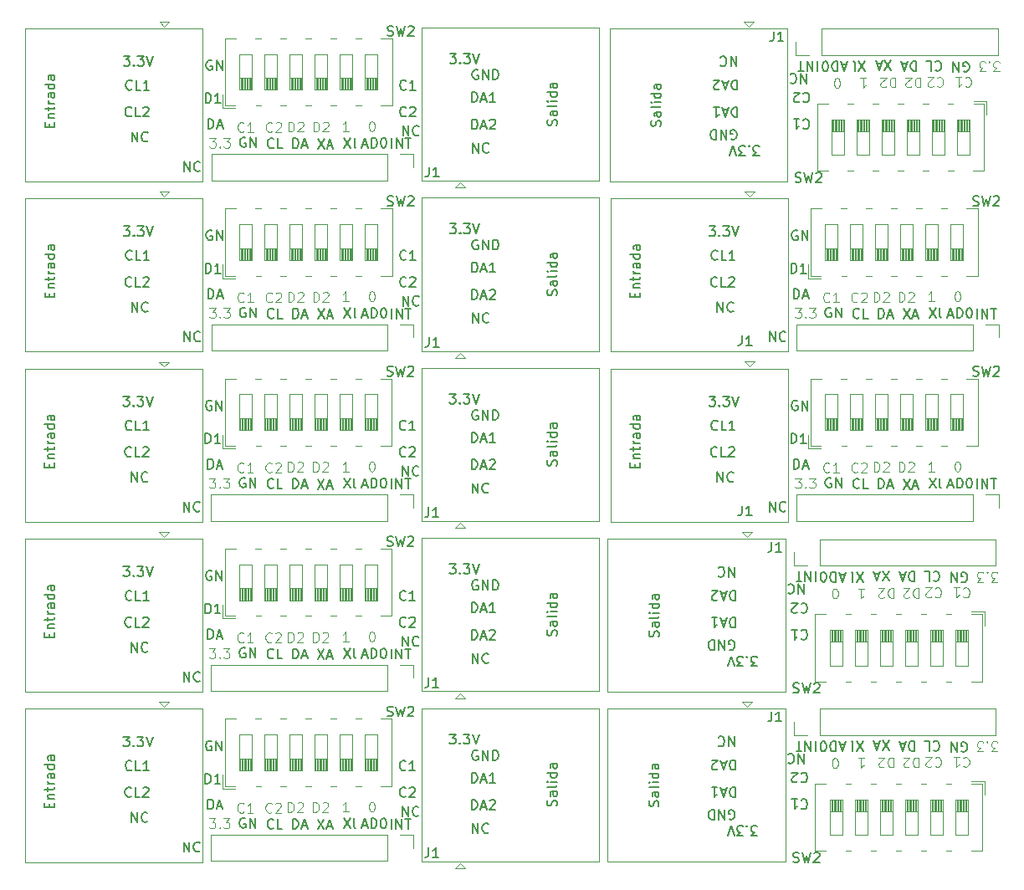
<source format=gbr>
%TF.GenerationSoftware,KiCad,Pcbnew,(6.0.1)*%
%TF.CreationDate,2022-05-22T10:14:18-05:00*%
%TF.ProjectId,modulo,6d6f6475-6c6f-42e6-9b69-6361645f7063,rev?*%
%TF.SameCoordinates,Original*%
%TF.FileFunction,Legend,Top*%
%TF.FilePolarity,Positive*%
%FSLAX46Y46*%
G04 Gerber Fmt 4.6, Leading zero omitted, Abs format (unit mm)*
G04 Created by KiCad (PCBNEW (6.0.1)) date 2022-05-22 10:14:18*
%MOMM*%
%LPD*%
G01*
G04 APERTURE LIST*
%ADD10C,0.125000*%
%ADD11C,0.150000*%
%ADD12C,0.120000*%
G04 APERTURE END LIST*
D10*
X144268819Y-117895619D02*
X144173580Y-117895619D01*
X144078342Y-117848000D01*
X144030723Y-117800380D01*
X143983104Y-117705142D01*
X143935485Y-117514666D01*
X143935485Y-117276571D01*
X143983104Y-117086095D01*
X144030723Y-116990857D01*
X144078342Y-116943238D01*
X144173580Y-116895619D01*
X144268819Y-116895619D01*
X144364057Y-116943238D01*
X144411676Y-116990857D01*
X144459295Y-117086095D01*
X144506914Y-117276571D01*
X144506914Y-117514666D01*
X144459295Y-117705142D01*
X144411676Y-117800380D01*
X144364057Y-117848000D01*
X144268819Y-117895619D01*
D11*
X80491104Y-102255580D02*
X80491104Y-101255580D01*
X80729200Y-101255580D01*
X80872057Y-101303200D01*
X80967295Y-101398438D01*
X81014914Y-101493676D01*
X81062533Y-101684152D01*
X81062533Y-101827009D01*
X81014914Y-102017485D01*
X80967295Y-102112723D01*
X80872057Y-102207961D01*
X80729200Y-102255580D01*
X80491104Y-102255580D01*
X82014914Y-102255580D02*
X81443485Y-102255580D01*
X81729200Y-102255580D02*
X81729200Y-101255580D01*
X81633961Y-101398438D01*
X81538723Y-101493676D01*
X81443485Y-101541295D01*
X148610723Y-72385180D02*
X148610723Y-71385180D01*
X148848819Y-71385180D01*
X148991676Y-71432800D01*
X149086914Y-71528038D01*
X149134533Y-71623276D01*
X149182152Y-71813752D01*
X149182152Y-71956609D01*
X149134533Y-72147085D01*
X149086914Y-72242323D01*
X148991676Y-72337561D01*
X148848819Y-72385180D01*
X148610723Y-72385180D01*
X149563104Y-72099466D02*
X150039295Y-72099466D01*
X149467866Y-72385180D02*
X149801200Y-71385180D01*
X150134533Y-72385180D01*
D10*
X146492933Y-87885542D02*
X146445314Y-87933161D01*
X146302457Y-87980780D01*
X146207219Y-87980780D01*
X146064361Y-87933161D01*
X145969123Y-87837923D01*
X145921504Y-87742685D01*
X145873885Y-87552209D01*
X145873885Y-87409352D01*
X145921504Y-87218876D01*
X145969123Y-87123638D01*
X146064361Y-87028400D01*
X146207219Y-86980780D01*
X146302457Y-86980780D01*
X146445314Y-87028400D01*
X146492933Y-87076019D01*
X146873885Y-87076019D02*
X146921504Y-87028400D01*
X147016742Y-86980780D01*
X147254838Y-86980780D01*
X147350076Y-87028400D01*
X147397695Y-87076019D01*
X147445314Y-87171257D01*
X147445314Y-87266495D01*
X147397695Y-87409352D01*
X146826266Y-87980780D01*
X147445314Y-87980780D01*
D11*
X134112388Y-99937607D02*
X134112388Y-100937607D01*
X133874293Y-100937607D01*
X133731436Y-100889988D01*
X133636198Y-100794749D01*
X133588579Y-100699511D01*
X133540960Y-100509035D01*
X133540960Y-100366178D01*
X133588579Y-100175702D01*
X133636198Y-100080464D01*
X133731436Y-99985226D01*
X133874293Y-99937607D01*
X134112388Y-99937607D01*
X133160007Y-100223321D02*
X132683817Y-100223321D01*
X133255245Y-99937607D02*
X132921912Y-100937607D01*
X132588579Y-99937607D01*
X132302864Y-100842368D02*
X132255245Y-100889988D01*
X132160007Y-100937607D01*
X131921912Y-100937607D01*
X131826674Y-100889988D01*
X131779055Y-100842368D01*
X131731436Y-100747130D01*
X131731436Y-100651892D01*
X131779055Y-100509035D01*
X132350483Y-99937607D01*
X131731436Y-99937607D01*
D10*
X143648133Y-70664342D02*
X143600514Y-70711961D01*
X143457657Y-70759580D01*
X143362419Y-70759580D01*
X143219561Y-70711961D01*
X143124323Y-70616723D01*
X143076704Y-70521485D01*
X143029085Y-70331009D01*
X143029085Y-70188152D01*
X143076704Y-69997676D01*
X143124323Y-69902438D01*
X143219561Y-69807200D01*
X143362419Y-69759580D01*
X143457657Y-69759580D01*
X143600514Y-69807200D01*
X143648133Y-69854819D01*
X144600514Y-70759580D02*
X144029085Y-70759580D01*
X144314800Y-70759580D02*
X144314800Y-69759580D01*
X144219561Y-69902438D01*
X144124323Y-69997676D01*
X144029085Y-70045295D01*
D11*
X96372514Y-123712266D02*
X96848704Y-123712266D01*
X96277276Y-123997980D02*
X96610609Y-122997980D01*
X96943942Y-123997980D01*
X97277276Y-123997980D02*
X97277276Y-122997980D01*
X97515371Y-122997980D01*
X97658228Y-123045600D01*
X97753466Y-123140838D01*
X97801085Y-123236076D01*
X97848704Y-123426552D01*
X97848704Y-123569409D01*
X97801085Y-123759885D01*
X97753466Y-123855123D01*
X97658228Y-123950361D01*
X97515371Y-123997980D01*
X97277276Y-123997980D01*
X98467752Y-122997980D02*
X98562990Y-122997980D01*
X98658228Y-123045600D01*
X98705847Y-123093219D01*
X98753466Y-123188457D01*
X98801085Y-123378933D01*
X98801085Y-123617028D01*
X98753466Y-123807504D01*
X98705847Y-123902742D01*
X98658228Y-123950361D01*
X98562990Y-123997980D01*
X98467752Y-123997980D01*
X98372514Y-123950361D01*
X98324895Y-123902742D01*
X98277276Y-123807504D01*
X98229657Y-123617028D01*
X98229657Y-123378933D01*
X98277276Y-123188457D01*
X98324895Y-123093219D01*
X98372514Y-123045600D01*
X98467752Y-122997980D01*
X100458685Y-88337563D02*
X100458685Y-87337563D01*
X101030114Y-88337563D01*
X101030114Y-87337563D01*
X102077733Y-88242325D02*
X102030114Y-88289944D01*
X101887257Y-88337563D01*
X101792019Y-88337563D01*
X101649161Y-88289944D01*
X101553923Y-88194706D01*
X101506304Y-88099468D01*
X101458685Y-87908992D01*
X101458685Y-87766135D01*
X101506304Y-87575659D01*
X101553923Y-87480421D01*
X101649161Y-87385183D01*
X101792019Y-87337563D01*
X101887257Y-87337563D01*
X102030114Y-87385183D01*
X102077733Y-87432802D01*
X96372514Y-89271049D02*
X96848704Y-89271049D01*
X96277276Y-89556763D02*
X96610609Y-88556763D01*
X96943942Y-89556763D01*
X97277276Y-89556763D02*
X97277276Y-88556763D01*
X97515371Y-88556763D01*
X97658228Y-88604383D01*
X97753466Y-88699621D01*
X97801085Y-88794859D01*
X97848704Y-88985335D01*
X97848704Y-89128192D01*
X97801085Y-89318668D01*
X97753466Y-89413906D01*
X97658228Y-89509144D01*
X97515371Y-89556763D01*
X97277276Y-89556763D01*
X98467752Y-88556763D02*
X98562990Y-88556763D01*
X98658228Y-88604383D01*
X98705847Y-88652002D01*
X98753466Y-88747240D01*
X98801085Y-88937716D01*
X98801085Y-89175811D01*
X98753466Y-89366287D01*
X98705847Y-89461525D01*
X98658228Y-89509144D01*
X98562990Y-89556763D01*
X98467752Y-89556763D01*
X98372514Y-89509144D01*
X98324895Y-89461525D01*
X98277276Y-89366287D01*
X98229657Y-89175811D01*
X98229657Y-88937716D01*
X98277276Y-88747240D01*
X98324895Y-88652002D01*
X98372514Y-88604383D01*
X98467752Y-88556763D01*
X158607238Y-89606380D02*
X158607238Y-88606380D01*
X159083428Y-89606380D02*
X159083428Y-88606380D01*
X159654857Y-89606380D01*
X159654857Y-88606380D01*
X159988190Y-88606380D02*
X160559619Y-88606380D01*
X160273904Y-89606380D02*
X160273904Y-88606380D01*
D10*
X88873104Y-87931163D02*
X88873104Y-86931163D01*
X89111200Y-86931163D01*
X89254057Y-86978783D01*
X89349295Y-87074021D01*
X89396914Y-87169259D01*
X89444533Y-87359735D01*
X89444533Y-87502592D01*
X89396914Y-87693068D01*
X89349295Y-87788306D01*
X89254057Y-87883544D01*
X89111200Y-87931163D01*
X88873104Y-87931163D01*
X89825485Y-87026402D02*
X89873104Y-86978783D01*
X89968342Y-86931163D01*
X90206438Y-86931163D01*
X90301676Y-86978783D01*
X90349295Y-87026402D01*
X90396914Y-87121640D01*
X90396914Y-87216878D01*
X90349295Y-87359735D01*
X89777866Y-87931163D01*
X90396914Y-87931163D01*
X150696704Y-87929980D02*
X150696704Y-86929980D01*
X150934800Y-86929980D01*
X151077657Y-86977600D01*
X151172895Y-87072838D01*
X151220514Y-87168076D01*
X151268133Y-87358552D01*
X151268133Y-87501409D01*
X151220514Y-87691885D01*
X151172895Y-87787123D01*
X151077657Y-87882361D01*
X150934800Y-87929980D01*
X150696704Y-87929980D01*
X151649085Y-87025219D02*
X151696704Y-86977600D01*
X151791942Y-86929980D01*
X152030038Y-86929980D01*
X152125276Y-86977600D01*
X152172895Y-87025219D01*
X152220514Y-87120457D01*
X152220514Y-87215695D01*
X152172895Y-87358552D01*
X151601466Y-87929980D01*
X152220514Y-87929980D01*
X157191588Y-99728045D02*
X157239207Y-99680426D01*
X157382064Y-99632807D01*
X157477302Y-99632807D01*
X157620160Y-99680426D01*
X157715398Y-99775664D01*
X157763017Y-99870902D01*
X157810636Y-100061378D01*
X157810636Y-100204235D01*
X157763017Y-100394711D01*
X157715398Y-100489949D01*
X157620160Y-100585188D01*
X157477302Y-100632807D01*
X157382064Y-100632807D01*
X157239207Y-100585188D01*
X157191588Y-100537568D01*
X156239207Y-99632807D02*
X156810636Y-99632807D01*
X156524922Y-99632807D02*
X156524922Y-100632807D01*
X156620160Y-100489949D01*
X156715398Y-100394711D01*
X156810636Y-100347092D01*
D11*
X107545242Y-72842380D02*
X107545242Y-71842380D01*
X108116671Y-72842380D01*
X108116671Y-71842380D01*
X109164290Y-72747142D02*
X109116671Y-72794761D01*
X108973814Y-72842380D01*
X108878576Y-72842380D01*
X108735718Y-72794761D01*
X108640480Y-72699523D01*
X108592861Y-72604285D01*
X108545242Y-72413809D01*
X108545242Y-72270952D01*
X108592861Y-72080476D01*
X108640480Y-71985238D01*
X108735718Y-71890000D01*
X108878576Y-71842380D01*
X108973814Y-71842380D01*
X109116671Y-71890000D01*
X109164290Y-71937619D01*
X149709626Y-98956407D02*
X149042960Y-97956407D01*
X149042960Y-98956407D02*
X149709626Y-97956407D01*
X148709626Y-98242121D02*
X148233436Y-98242121D01*
X148804864Y-97956407D02*
X148471531Y-98956407D01*
X148138198Y-97956407D01*
X133502304Y-123072600D02*
X133597542Y-123120219D01*
X133740400Y-123120219D01*
X133883257Y-123072600D01*
X133978495Y-122977361D01*
X134026114Y-122882123D01*
X134073733Y-122691647D01*
X134073733Y-122548790D01*
X134026114Y-122358314D01*
X133978495Y-122263076D01*
X133883257Y-122167838D01*
X133740400Y-122120219D01*
X133645161Y-122120219D01*
X133502304Y-122167838D01*
X133454685Y-122215457D01*
X133454685Y-122548790D01*
X133645161Y-122548790D01*
X133026114Y-122120219D02*
X133026114Y-123120219D01*
X132454685Y-122120219D01*
X132454685Y-123120219D01*
X131978495Y-122120219D02*
X131978495Y-123120219D01*
X131740400Y-123120219D01*
X131597542Y-123072600D01*
X131502304Y-122977361D01*
X131454685Y-122882123D01*
X131407066Y-122691647D01*
X131407066Y-122548790D01*
X131454685Y-122358314D01*
X131502304Y-122263076D01*
X131597542Y-122167838D01*
X131740400Y-122120219D01*
X131978495Y-122120219D01*
X89327123Y-89607563D02*
X89327123Y-88607563D01*
X89565219Y-88607563D01*
X89708076Y-88655183D01*
X89803314Y-88750421D01*
X89850933Y-88845659D01*
X89898552Y-89036135D01*
X89898552Y-89178992D01*
X89850933Y-89369468D01*
X89803314Y-89464706D01*
X89708076Y-89559944D01*
X89565219Y-89607563D01*
X89327123Y-89607563D01*
X90279504Y-89321849D02*
X90755695Y-89321849D01*
X90184266Y-89607563D02*
X90517600Y-88607563D01*
X90850933Y-89607563D01*
X73063171Y-49175942D02*
X73015552Y-49223561D01*
X72872695Y-49271180D01*
X72777457Y-49271180D01*
X72634600Y-49223561D01*
X72539361Y-49128323D01*
X72491742Y-49033085D01*
X72444123Y-48842609D01*
X72444123Y-48699752D01*
X72491742Y-48509276D01*
X72539361Y-48414038D01*
X72634600Y-48318800D01*
X72777457Y-48271180D01*
X72872695Y-48271180D01*
X73015552Y-48318800D01*
X73063171Y-48366419D01*
X73967933Y-49271180D02*
X73491742Y-49271180D01*
X73491742Y-48271180D01*
X74825076Y-49271180D02*
X74253647Y-49271180D01*
X74539361Y-49271180D02*
X74539361Y-48271180D01*
X74444123Y-48414038D01*
X74348885Y-48509276D01*
X74253647Y-48556895D01*
X134110266Y-117098819D02*
X134110266Y-118098819D01*
X133872171Y-118098819D01*
X133729314Y-118051200D01*
X133634076Y-117955961D01*
X133586457Y-117860723D01*
X133538838Y-117670247D01*
X133538838Y-117527390D01*
X133586457Y-117336914D01*
X133634076Y-117241676D01*
X133729314Y-117146438D01*
X133872171Y-117098819D01*
X134110266Y-117098819D01*
X133157885Y-117384533D02*
X132681695Y-117384533D01*
X133253123Y-117098819D02*
X132919790Y-118098819D01*
X132586457Y-117098819D01*
X132300742Y-118003580D02*
X132253123Y-118051200D01*
X132157885Y-118098819D01*
X131919790Y-118098819D01*
X131824552Y-118051200D01*
X131776933Y-118003580D01*
X131729314Y-117908342D01*
X131729314Y-117813104D01*
X131776933Y-117670247D01*
X132348361Y-117098819D01*
X131729314Y-117098819D01*
X107469090Y-70454780D02*
X107469090Y-69454780D01*
X107707185Y-69454780D01*
X107850042Y-69502400D01*
X107945280Y-69597638D01*
X107992899Y-69692876D01*
X108040518Y-69883352D01*
X108040518Y-70026209D01*
X107992899Y-70216685D01*
X107945280Y-70311923D01*
X107850042Y-70407161D01*
X107707185Y-70454780D01*
X107469090Y-70454780D01*
X108421471Y-70169066D02*
X108897661Y-70169066D01*
X108326233Y-70454780D02*
X108659566Y-69454780D01*
X108992899Y-70454780D01*
X109278614Y-69550019D02*
X109326233Y-69502400D01*
X109421471Y-69454780D01*
X109659566Y-69454780D01*
X109754804Y-69502400D01*
X109802423Y-69550019D01*
X109850042Y-69645257D01*
X109850042Y-69740495D01*
X109802423Y-69883352D01*
X109230995Y-70454780D01*
X109850042Y-70454780D01*
X140403295Y-80744800D02*
X140308057Y-80697180D01*
X140165200Y-80697180D01*
X140022342Y-80744800D01*
X139927104Y-80840038D01*
X139879485Y-80935276D01*
X139831866Y-81125752D01*
X139831866Y-81268609D01*
X139879485Y-81459085D01*
X139927104Y-81554323D01*
X140022342Y-81649561D01*
X140165200Y-81697180D01*
X140260438Y-81697180D01*
X140403295Y-81649561D01*
X140450914Y-81601942D01*
X140450914Y-81268609D01*
X140260438Y-81268609D01*
X140879485Y-81697180D02*
X140879485Y-80697180D01*
X141450914Y-81697180D01*
X141450914Y-80697180D01*
X73037771Y-100839542D02*
X72990152Y-100887161D01*
X72847295Y-100934780D01*
X72752057Y-100934780D01*
X72609200Y-100887161D01*
X72513961Y-100791923D01*
X72466342Y-100696685D01*
X72418723Y-100506209D01*
X72418723Y-100363352D01*
X72466342Y-100172876D01*
X72513961Y-100077638D01*
X72609200Y-99982400D01*
X72752057Y-99934780D01*
X72847295Y-99934780D01*
X72990152Y-99982400D01*
X73037771Y-100030019D01*
X73942533Y-100934780D02*
X73466342Y-100934780D01*
X73466342Y-99934780D01*
X74799676Y-100934780D02*
X74228247Y-100934780D01*
X74513961Y-100934780D02*
X74513961Y-99934780D01*
X74418723Y-100077638D01*
X74323485Y-100172876D01*
X74228247Y-100220495D01*
D10*
X84389890Y-70664342D02*
X84342271Y-70711961D01*
X84199414Y-70759580D01*
X84104176Y-70759580D01*
X83961318Y-70711961D01*
X83866080Y-70616723D01*
X83818461Y-70521485D01*
X83770842Y-70331009D01*
X83770842Y-70188152D01*
X83818461Y-69997676D01*
X83866080Y-69902438D01*
X83961318Y-69807200D01*
X84104176Y-69759580D01*
X84199414Y-69759580D01*
X84342271Y-69807200D01*
X84389890Y-69854819D01*
X85342271Y-70759580D02*
X84770842Y-70759580D01*
X85056557Y-70759580D02*
X85056557Y-69759580D01*
X84961318Y-69902438D01*
X84866080Y-69997676D01*
X84770842Y-70045295D01*
X91438504Y-53487580D02*
X91438504Y-52487580D01*
X91676600Y-52487580D01*
X91819457Y-52535200D01*
X91914695Y-52630438D01*
X91962314Y-52725676D01*
X92009933Y-52916152D01*
X92009933Y-53059009D01*
X91962314Y-53249485D01*
X91914695Y-53344723D01*
X91819457Y-53439961D01*
X91676600Y-53487580D01*
X91438504Y-53487580D01*
X92390885Y-52582819D02*
X92438504Y-52535200D01*
X92533742Y-52487580D01*
X92771838Y-52487580D01*
X92867076Y-52535200D01*
X92914695Y-52582819D01*
X92962314Y-52678057D01*
X92962314Y-52773295D01*
X92914695Y-52916152D01*
X92343266Y-53487580D01*
X92962314Y-53487580D01*
D11*
X140783188Y-103995245D02*
X140830807Y-103947626D01*
X140973664Y-103900007D01*
X141068902Y-103900007D01*
X141211760Y-103947626D01*
X141306998Y-104042864D01*
X141354617Y-104138102D01*
X141402236Y-104328578D01*
X141402236Y-104471435D01*
X141354617Y-104661911D01*
X141306998Y-104757149D01*
X141211760Y-104852388D01*
X141068902Y-104900007D01*
X140973664Y-104900007D01*
X140830807Y-104852388D01*
X140783188Y-104804768D01*
X139830807Y-103900007D02*
X140402236Y-103900007D01*
X140116522Y-103900007D02*
X140116522Y-104900007D01*
X140211760Y-104757149D01*
X140306998Y-104661911D01*
X140402236Y-104614292D01*
X108051695Y-81703383D02*
X107956457Y-81655763D01*
X107813600Y-81655763D01*
X107670742Y-81703383D01*
X107575504Y-81798621D01*
X107527885Y-81893859D01*
X107480266Y-82084335D01*
X107480266Y-82227192D01*
X107527885Y-82417668D01*
X107575504Y-82512906D01*
X107670742Y-82608144D01*
X107813600Y-82655763D01*
X107908838Y-82655763D01*
X108051695Y-82608144D01*
X108099314Y-82560525D01*
X108099314Y-82227192D01*
X107908838Y-82227192D01*
X108527885Y-82655763D02*
X108527885Y-81655763D01*
X109099314Y-82655763D01*
X109099314Y-81655763D01*
X109575504Y-82655763D02*
X109575504Y-81655763D01*
X109813600Y-81655763D01*
X109956457Y-81703383D01*
X110051695Y-81798621D01*
X110099314Y-81893859D01*
X110146933Y-82084335D01*
X110146933Y-82227192D01*
X110099314Y-82417668D01*
X110051695Y-82512906D01*
X109956457Y-82608144D01*
X109813600Y-82655763D01*
X109575504Y-82655763D01*
X108077052Y-64481000D02*
X107981814Y-64433380D01*
X107838957Y-64433380D01*
X107696099Y-64481000D01*
X107600861Y-64576238D01*
X107553242Y-64671476D01*
X107505623Y-64861952D01*
X107505623Y-65004809D01*
X107553242Y-65195285D01*
X107600861Y-65290523D01*
X107696099Y-65385761D01*
X107838957Y-65433380D01*
X107934195Y-65433380D01*
X108077052Y-65385761D01*
X108124671Y-65338142D01*
X108124671Y-65004809D01*
X107934195Y-65004809D01*
X108553242Y-65433380D02*
X108553242Y-64433380D01*
X109124671Y-65433380D01*
X109124671Y-64433380D01*
X109600861Y-65433380D02*
X109600861Y-64433380D01*
X109838957Y-64433380D01*
X109981814Y-64481000D01*
X110077052Y-64576238D01*
X110124671Y-64671476D01*
X110172290Y-64861952D01*
X110172290Y-65004809D01*
X110124671Y-65195285D01*
X110077052Y-65290523D01*
X109981814Y-65385761D01*
X109838957Y-65433380D01*
X109600861Y-65433380D01*
D10*
X146783269Y-48062711D02*
X147354698Y-48062711D01*
X147068984Y-48062711D02*
X147068984Y-49062711D01*
X147164222Y-48919853D01*
X147259460Y-48824615D01*
X147354698Y-48776996D01*
D11*
X134316450Y-51009111D02*
X134316450Y-52009111D01*
X134078355Y-52009111D01*
X133935498Y-51961492D01*
X133840260Y-51866253D01*
X133792641Y-51771015D01*
X133745022Y-51580539D01*
X133745022Y-51437682D01*
X133792641Y-51247206D01*
X133840260Y-51151968D01*
X133935498Y-51056730D01*
X134078355Y-51009111D01*
X134316450Y-51009111D01*
X133364069Y-51294825D02*
X132887879Y-51294825D01*
X133459307Y-51009111D02*
X133125974Y-52009111D01*
X132792641Y-51009111D01*
X131935498Y-51009111D02*
X132506926Y-51009111D01*
X132221212Y-51009111D02*
X132221212Y-52009111D01*
X132316450Y-51866253D01*
X132411688Y-51771015D01*
X132506926Y-51723396D01*
D10*
X152680895Y-116844819D02*
X152680895Y-117844819D01*
X152442800Y-117844819D01*
X152299942Y-117797200D01*
X152204704Y-117701961D01*
X152157085Y-117606723D01*
X152109466Y-117416247D01*
X152109466Y-117273390D01*
X152157085Y-117082914D01*
X152204704Y-116987676D01*
X152299942Y-116892438D01*
X152442800Y-116844819D01*
X152680895Y-116844819D01*
X151728514Y-117749580D02*
X151680895Y-117797200D01*
X151585657Y-117844819D01*
X151347561Y-117844819D01*
X151252323Y-117797200D01*
X151204704Y-117749580D01*
X151157085Y-117654342D01*
X151157085Y-117559104D01*
X151204704Y-117416247D01*
X151776133Y-116844819D01*
X151157085Y-116844819D01*
D11*
X100772933Y-100839542D02*
X100725314Y-100887161D01*
X100582457Y-100934780D01*
X100487219Y-100934780D01*
X100344361Y-100887161D01*
X100249123Y-100791923D01*
X100201504Y-100696685D01*
X100153885Y-100506209D01*
X100153885Y-100363352D01*
X100201504Y-100172876D01*
X100249123Y-100077638D01*
X100344361Y-99982400D01*
X100487219Y-99934780D01*
X100582457Y-99934780D01*
X100725314Y-99982400D01*
X100772933Y-100030019D01*
X101725314Y-100934780D02*
X101153885Y-100934780D01*
X101439600Y-100934780D02*
X101439600Y-99934780D01*
X101344361Y-100077638D01*
X101249123Y-100172876D01*
X101153885Y-100220495D01*
X105203809Y-80022363D02*
X105822857Y-80022363D01*
X105489523Y-80403316D01*
X105632380Y-80403316D01*
X105727619Y-80450935D01*
X105775238Y-80498554D01*
X105822857Y-80593792D01*
X105822857Y-80831887D01*
X105775238Y-80927125D01*
X105727619Y-80974744D01*
X105632380Y-81022363D01*
X105346666Y-81022363D01*
X105251428Y-80974744D01*
X105203809Y-80927125D01*
X106251428Y-80927125D02*
X106299047Y-80974744D01*
X106251428Y-81022363D01*
X106203809Y-80974744D01*
X106251428Y-80927125D01*
X106251428Y-81022363D01*
X106632380Y-80022363D02*
X107251428Y-80022363D01*
X106918095Y-80403316D01*
X107060952Y-80403316D01*
X107156190Y-80450935D01*
X107203809Y-80498554D01*
X107251428Y-80593792D01*
X107251428Y-80831887D01*
X107203809Y-80927125D01*
X107156190Y-80974744D01*
X107060952Y-81022363D01*
X106775238Y-81022363D01*
X106680000Y-80974744D01*
X106632380Y-80927125D01*
X107537142Y-80022363D02*
X107870476Y-81022363D01*
X108203809Y-80022363D01*
X105229166Y-62799980D02*
X105848214Y-62799980D01*
X105514880Y-63180933D01*
X105657737Y-63180933D01*
X105752976Y-63228552D01*
X105800595Y-63276171D01*
X105848214Y-63371409D01*
X105848214Y-63609504D01*
X105800595Y-63704742D01*
X105752976Y-63752361D01*
X105657737Y-63799980D01*
X105372023Y-63799980D01*
X105276785Y-63752361D01*
X105229166Y-63704742D01*
X106276785Y-63704742D02*
X106324404Y-63752361D01*
X106276785Y-63799980D01*
X106229166Y-63752361D01*
X106276785Y-63704742D01*
X106276785Y-63799980D01*
X106657737Y-62799980D02*
X107276785Y-62799980D01*
X106943452Y-63180933D01*
X107086309Y-63180933D01*
X107181547Y-63228552D01*
X107229166Y-63276171D01*
X107276785Y-63371409D01*
X107276785Y-63609504D01*
X107229166Y-63704742D01*
X107181547Y-63752361D01*
X107086309Y-63799980D01*
X106800595Y-63799980D01*
X106705357Y-63752361D01*
X106657737Y-63704742D01*
X107562499Y-62799980D02*
X107895833Y-63799980D01*
X108229166Y-62799980D01*
X107443733Y-102153980D02*
X107443733Y-101153980D01*
X107681828Y-101153980D01*
X107824685Y-101201600D01*
X107919923Y-101296838D01*
X107967542Y-101392076D01*
X108015161Y-101582552D01*
X108015161Y-101725409D01*
X107967542Y-101915885D01*
X107919923Y-102011123D01*
X107824685Y-102106361D01*
X107681828Y-102153980D01*
X107443733Y-102153980D01*
X108396114Y-101868266D02*
X108872304Y-101868266D01*
X108300876Y-102153980D02*
X108634209Y-101153980D01*
X108967542Y-102153980D01*
X109824685Y-102153980D02*
X109253257Y-102153980D01*
X109538971Y-102153980D02*
X109538971Y-101153980D01*
X109443733Y-101296838D01*
X109348495Y-101392076D01*
X109253257Y-101439695D01*
X152228998Y-98007207D02*
X152228998Y-99007207D01*
X151990902Y-99007207D01*
X151848045Y-98959588D01*
X151752807Y-98864349D01*
X151705188Y-98769111D01*
X151657569Y-98578635D01*
X151657569Y-98435778D01*
X151705188Y-98245302D01*
X151752807Y-98150064D01*
X151848045Y-98054826D01*
X151990902Y-98007207D01*
X152228998Y-98007207D01*
X151276617Y-98292921D02*
X150800426Y-98292921D01*
X151371855Y-98007207D02*
X151038522Y-99007207D01*
X150705188Y-98007207D01*
X105229209Y-45578780D02*
X105848257Y-45578780D01*
X105514923Y-45959733D01*
X105657780Y-45959733D01*
X105753019Y-46007352D01*
X105800638Y-46054971D01*
X105848257Y-46150209D01*
X105848257Y-46388304D01*
X105800638Y-46483542D01*
X105753019Y-46531161D01*
X105657780Y-46578780D01*
X105372066Y-46578780D01*
X105276828Y-46531161D01*
X105229209Y-46483542D01*
X106276828Y-46483542D02*
X106324447Y-46531161D01*
X106276828Y-46578780D01*
X106229209Y-46531161D01*
X106276828Y-46483542D01*
X106276828Y-46578780D01*
X106657780Y-45578780D02*
X107276828Y-45578780D01*
X106943495Y-45959733D01*
X107086352Y-45959733D01*
X107181590Y-46007352D01*
X107229209Y-46054971D01*
X107276828Y-46150209D01*
X107276828Y-46388304D01*
X107229209Y-46483542D01*
X107181590Y-46531161D01*
X107086352Y-46578780D01*
X106800638Y-46578780D01*
X106705400Y-46531161D01*
X106657780Y-46483542D01*
X107562542Y-45578780D02*
X107895876Y-46578780D01*
X108229209Y-45578780D01*
D10*
X140176380Y-88555580D02*
X140795428Y-88555580D01*
X140462095Y-88936533D01*
X140604952Y-88936533D01*
X140700190Y-88984152D01*
X140747809Y-89031771D01*
X140795428Y-89127009D01*
X140795428Y-89365104D01*
X140747809Y-89460342D01*
X140700190Y-89507961D01*
X140604952Y-89555580D01*
X140319238Y-89555580D01*
X140224000Y-89507961D01*
X140176380Y-89460342D01*
X141224000Y-89460342D02*
X141271619Y-89507961D01*
X141224000Y-89555580D01*
X141176380Y-89507961D01*
X141224000Y-89460342D01*
X141224000Y-89555580D01*
X141604952Y-88555580D02*
X142224000Y-88555580D01*
X141890666Y-88936533D01*
X142033523Y-88936533D01*
X142128761Y-88984152D01*
X142176380Y-89031771D01*
X142224000Y-89127009D01*
X142224000Y-89365104D01*
X142176380Y-89460342D01*
X142128761Y-89507961D01*
X142033523Y-89555580D01*
X141747809Y-89555580D01*
X141652571Y-89507961D01*
X141604952Y-89460342D01*
D11*
X140781066Y-118464057D02*
X140828685Y-118416438D01*
X140971542Y-118368819D01*
X141066780Y-118368819D01*
X141209638Y-118416438D01*
X141304876Y-118511676D01*
X141352495Y-118606914D01*
X141400114Y-118797390D01*
X141400114Y-118940247D01*
X141352495Y-119130723D01*
X141304876Y-119225961D01*
X141209638Y-119321200D01*
X141066780Y-119368819D01*
X140971542Y-119368819D01*
X140828685Y-119321200D01*
X140781066Y-119273580D01*
X140400114Y-119273580D02*
X140352495Y-119321200D01*
X140257257Y-119368819D01*
X140019161Y-119368819D01*
X139923923Y-119321200D01*
X139876304Y-119273580D01*
X139828685Y-119178342D01*
X139828685Y-119083104D01*
X139876304Y-118940247D01*
X140447733Y-118368819D01*
X139828685Y-118368819D01*
X89327123Y-106827580D02*
X89327123Y-105827580D01*
X89565219Y-105827580D01*
X89708076Y-105875200D01*
X89803314Y-105970438D01*
X89850933Y-106065676D01*
X89898552Y-106256152D01*
X89898552Y-106399009D01*
X89850933Y-106589485D01*
X89803314Y-106684723D01*
X89708076Y-106779961D01*
X89565219Y-106827580D01*
X89327123Y-106827580D01*
X90279504Y-106541866D02*
X90755695Y-106541866D01*
X90184266Y-106827580D02*
X90517600Y-105827580D01*
X90850933Y-106827580D01*
X73026685Y-106167180D02*
X73026685Y-105167180D01*
X73598114Y-106167180D01*
X73598114Y-105167180D01*
X74645733Y-106071942D02*
X74598114Y-106119561D01*
X74455257Y-106167180D01*
X74360019Y-106167180D01*
X74217161Y-106119561D01*
X74121923Y-106024323D01*
X74074304Y-105929085D01*
X74026685Y-105738609D01*
X74026685Y-105595752D01*
X74074304Y-105405276D01*
X74121923Y-105310038D01*
X74217161Y-105214800D01*
X74360019Y-105167180D01*
X74455257Y-105167180D01*
X74598114Y-105214800D01*
X74645733Y-105262419D01*
D10*
X91438461Y-70708780D02*
X91438461Y-69708780D01*
X91676557Y-69708780D01*
X91819414Y-69756400D01*
X91914652Y-69851638D01*
X91962271Y-69946876D01*
X92009890Y-70137352D01*
X92009890Y-70280209D01*
X91962271Y-70470685D01*
X91914652Y-70565923D01*
X91819414Y-70661161D01*
X91676557Y-70708780D01*
X91438461Y-70708780D01*
X92390842Y-69804019D02*
X92438461Y-69756400D01*
X92533699Y-69708780D01*
X92771795Y-69708780D01*
X92867033Y-69756400D01*
X92914652Y-69804019D01*
X92962271Y-69899257D01*
X92962271Y-69994495D01*
X92914652Y-70137352D01*
X92343223Y-70708780D01*
X92962271Y-70708780D01*
D11*
X87407718Y-72289942D02*
X87360099Y-72337561D01*
X87217242Y-72385180D01*
X87122004Y-72385180D01*
X86979147Y-72337561D01*
X86883909Y-72242323D01*
X86836290Y-72147085D01*
X86788671Y-71956609D01*
X86788671Y-71813752D01*
X86836290Y-71623276D01*
X86883909Y-71528038D01*
X86979147Y-71432800D01*
X87122004Y-71385180D01*
X87217242Y-71385180D01*
X87360099Y-71432800D01*
X87407718Y-71480419D01*
X88312480Y-72385180D02*
X87836290Y-72385180D01*
X87836290Y-71385180D01*
X145181485Y-115504933D02*
X144705295Y-115504933D01*
X145276723Y-115219219D02*
X144943390Y-116219219D01*
X144610057Y-115219219D01*
X144276723Y-115219219D02*
X144276723Y-116219219D01*
X144038628Y-116219219D01*
X143895771Y-116171600D01*
X143800533Y-116076361D01*
X143752914Y-115981123D01*
X143705295Y-115790647D01*
X143705295Y-115647790D01*
X143752914Y-115457314D01*
X143800533Y-115362076D01*
X143895771Y-115266838D01*
X144038628Y-115219219D01*
X144276723Y-115219219D01*
X143086247Y-116219219D02*
X142991009Y-116219219D01*
X142895771Y-116171600D01*
X142848152Y-116123980D01*
X142800533Y-116028742D01*
X142752914Y-115838266D01*
X142752914Y-115600171D01*
X142800533Y-115409695D01*
X142848152Y-115314457D01*
X142895771Y-115266838D01*
X142991009Y-115219219D01*
X143086247Y-115219219D01*
X143181485Y-115266838D01*
X143229104Y-115314457D01*
X143276723Y-115409695D01*
X143324342Y-115600171D01*
X143324342Y-115838266D01*
X143276723Y-116028742D01*
X143229104Y-116123980D01*
X143181485Y-116171600D01*
X143086247Y-116219219D01*
X72986971Y-103531942D02*
X72939352Y-103579561D01*
X72796495Y-103627180D01*
X72701257Y-103627180D01*
X72558400Y-103579561D01*
X72463161Y-103484323D01*
X72415542Y-103389085D01*
X72367923Y-103198609D01*
X72367923Y-103055752D01*
X72415542Y-102865276D01*
X72463161Y-102770038D01*
X72558400Y-102674800D01*
X72701257Y-102627180D01*
X72796495Y-102627180D01*
X72939352Y-102674800D01*
X72986971Y-102722419D01*
X73891733Y-103627180D02*
X73415542Y-103627180D01*
X73415542Y-102627180D01*
X74177447Y-102722419D02*
X74225066Y-102674800D01*
X74320304Y-102627180D01*
X74558400Y-102627180D01*
X74653638Y-102674800D01*
X74701257Y-102722419D01*
X74748876Y-102817657D01*
X74748876Y-102912895D01*
X74701257Y-103055752D01*
X74129828Y-103627180D01*
X74748876Y-103627180D01*
D10*
X156568780Y-86879180D02*
X156664019Y-86879180D01*
X156759257Y-86926800D01*
X156806876Y-86974419D01*
X156854495Y-87069657D01*
X156902114Y-87260133D01*
X156902114Y-87498228D01*
X156854495Y-87688704D01*
X156806876Y-87783942D01*
X156759257Y-87831561D01*
X156664019Y-87879180D01*
X156568780Y-87879180D01*
X156473542Y-87831561D01*
X156425923Y-87783942D01*
X156378304Y-87688704D01*
X156330685Y-87498228D01*
X156330685Y-87260133D01*
X156378304Y-87069657D01*
X156425923Y-86974419D01*
X156473542Y-86926800D01*
X156568780Y-86879180D01*
D11*
X133504426Y-105911388D02*
X133599664Y-105959007D01*
X133742522Y-105959007D01*
X133885379Y-105911388D01*
X133980617Y-105816149D01*
X134028236Y-105720911D01*
X134075855Y-105530435D01*
X134075855Y-105387578D01*
X134028236Y-105197102D01*
X133980617Y-105101864D01*
X133885379Y-105006626D01*
X133742522Y-104959007D01*
X133647283Y-104959007D01*
X133504426Y-105006626D01*
X133456807Y-105054245D01*
X133456807Y-105387578D01*
X133647283Y-105387578D01*
X133028236Y-104959007D02*
X133028236Y-105959007D01*
X132456807Y-104959007D01*
X132456807Y-105959007D01*
X131980617Y-104959007D02*
X131980617Y-105959007D01*
X131742522Y-105959007D01*
X131599664Y-105911388D01*
X131504426Y-105816149D01*
X131456807Y-105720911D01*
X131409188Y-105530435D01*
X131409188Y-105387578D01*
X131456807Y-105197102D01*
X131504426Y-105101864D01*
X131599664Y-105006626D01*
X131742522Y-104959007D01*
X131980617Y-104959007D01*
X84523295Y-123002600D02*
X84428057Y-122954980D01*
X84285200Y-122954980D01*
X84142342Y-123002600D01*
X84047104Y-123097838D01*
X83999485Y-123193076D01*
X83951866Y-123383552D01*
X83951866Y-123526409D01*
X83999485Y-123716885D01*
X84047104Y-123812123D01*
X84142342Y-123907361D01*
X84285200Y-123954980D01*
X84380438Y-123954980D01*
X84523295Y-123907361D01*
X84570914Y-123859742D01*
X84570914Y-123526409D01*
X84380438Y-123526409D01*
X84999485Y-123954980D02*
X84999485Y-122954980D01*
X85570914Y-123954980D01*
X85570914Y-122954980D01*
X153785961Y-88555580D02*
X154452628Y-89555580D01*
X154452628Y-88555580D02*
X153785961Y-89555580D01*
X154976438Y-89555580D02*
X154881200Y-89507961D01*
X154833580Y-89412723D01*
X154833580Y-88555580D01*
X72986971Y-120753142D02*
X72939352Y-120800761D01*
X72796495Y-120848380D01*
X72701257Y-120848380D01*
X72558400Y-120800761D01*
X72463161Y-120705523D01*
X72415542Y-120610285D01*
X72367923Y-120419809D01*
X72367923Y-120276952D01*
X72415542Y-120086476D01*
X72463161Y-119991238D01*
X72558400Y-119896000D01*
X72701257Y-119848380D01*
X72796495Y-119848380D01*
X72939352Y-119896000D01*
X72986971Y-119943619D01*
X73891733Y-120848380D02*
X73415542Y-120848380D01*
X73415542Y-119848380D01*
X74177447Y-119943619D02*
X74225066Y-119896000D01*
X74320304Y-119848380D01*
X74558400Y-119848380D01*
X74653638Y-119896000D01*
X74701257Y-119943619D01*
X74748876Y-120038857D01*
X74748876Y-120134095D01*
X74701257Y-120276952D01*
X74129828Y-120848380D01*
X74748876Y-120848380D01*
X84548695Y-54117800D02*
X84453457Y-54070180D01*
X84310600Y-54070180D01*
X84167742Y-54117800D01*
X84072504Y-54213038D01*
X84024885Y-54308276D01*
X83977266Y-54498752D01*
X83977266Y-54641609D01*
X84024885Y-54832085D01*
X84072504Y-54927323D01*
X84167742Y-55022561D01*
X84310600Y-55070180D01*
X84405838Y-55070180D01*
X84548695Y-55022561D01*
X84596314Y-54974942D01*
X84596314Y-54641609D01*
X84405838Y-54641609D01*
X85024885Y-55070180D02*
X85024885Y-54070180D01*
X85596314Y-55070180D01*
X85596314Y-54070180D01*
X73037771Y-83619525D02*
X72990152Y-83667144D01*
X72847295Y-83714763D01*
X72752057Y-83714763D01*
X72609200Y-83667144D01*
X72513961Y-83571906D01*
X72466342Y-83476668D01*
X72418723Y-83286192D01*
X72418723Y-83143335D01*
X72466342Y-82952859D01*
X72513961Y-82857621D01*
X72609200Y-82762383D01*
X72752057Y-82714763D01*
X72847295Y-82714763D01*
X72990152Y-82762383D01*
X73037771Y-82810002D01*
X73942533Y-83714763D02*
X73466342Y-83714763D01*
X73466342Y-82714763D01*
X74799676Y-83714763D02*
X74228247Y-83714763D01*
X74513961Y-83714763D02*
X74513961Y-82714763D01*
X74418723Y-82857621D01*
X74323485Y-82952859D01*
X74228247Y-83000478D01*
X136556374Y-55920711D02*
X135937326Y-55920711D01*
X136270660Y-55539758D01*
X136127803Y-55539758D01*
X136032564Y-55492139D01*
X135984945Y-55444520D01*
X135937326Y-55349282D01*
X135937326Y-55111187D01*
X135984945Y-55015949D01*
X136032564Y-54968330D01*
X136127803Y-54920711D01*
X136413517Y-54920711D01*
X136508755Y-54968330D01*
X136556374Y-55015949D01*
X135508755Y-55015949D02*
X135461136Y-54968330D01*
X135508755Y-54920711D01*
X135556374Y-54968330D01*
X135508755Y-55015949D01*
X135508755Y-54920711D01*
X135127803Y-55920711D02*
X134508755Y-55920711D01*
X134842088Y-55539758D01*
X134699231Y-55539758D01*
X134603993Y-55492139D01*
X134556374Y-55444520D01*
X134508755Y-55349282D01*
X134508755Y-55111187D01*
X134556374Y-55015949D01*
X134603993Y-54968330D01*
X134699231Y-54920711D01*
X134984945Y-54920711D01*
X135080184Y-54968330D01*
X135127803Y-55015949D01*
X134223041Y-55920711D02*
X133889707Y-54920711D01*
X133556374Y-55920711D01*
X73063128Y-66397142D02*
X73015509Y-66444761D01*
X72872652Y-66492380D01*
X72777414Y-66492380D01*
X72634557Y-66444761D01*
X72539318Y-66349523D01*
X72491699Y-66254285D01*
X72444080Y-66063809D01*
X72444080Y-65920952D01*
X72491699Y-65730476D01*
X72539318Y-65635238D01*
X72634557Y-65540000D01*
X72777414Y-65492380D01*
X72872652Y-65492380D01*
X73015509Y-65540000D01*
X73063128Y-65587619D01*
X73967890Y-66492380D02*
X73491699Y-66492380D01*
X73491699Y-65492380D01*
X74825033Y-66492380D02*
X74253604Y-66492380D01*
X74539318Y-66492380D02*
X74539318Y-65492380D01*
X74444080Y-65635238D01*
X74348842Y-65730476D01*
X74253604Y-65778095D01*
D10*
X144475003Y-49062711D02*
X144379764Y-49062711D01*
X144284526Y-49015092D01*
X144236907Y-48967472D01*
X144189288Y-48872234D01*
X144141669Y-48681758D01*
X144141669Y-48443663D01*
X144189288Y-48253187D01*
X144236907Y-48157949D01*
X144284526Y-48110330D01*
X144379764Y-48062711D01*
X144475003Y-48062711D01*
X144570241Y-48110330D01*
X144617860Y-48157949D01*
X144665479Y-48253187D01*
X144713098Y-48443663D01*
X144713098Y-48681758D01*
X144665479Y-48872234D01*
X144617860Y-48967472D01*
X144570241Y-49015092D01*
X144475003Y-49062711D01*
D11*
X142436545Y-46335511D02*
X142436545Y-47335511D01*
X141960355Y-46335511D02*
X141960355Y-47335511D01*
X141388926Y-46335511D01*
X141388926Y-47335511D01*
X141055593Y-47335511D02*
X140484164Y-47335511D01*
X140769879Y-46335511D02*
X140769879Y-47335511D01*
X107443733Y-104897180D02*
X107443733Y-103897180D01*
X107681828Y-103897180D01*
X107824685Y-103944800D01*
X107919923Y-104040038D01*
X107967542Y-104135276D01*
X108015161Y-104325752D01*
X108015161Y-104468609D01*
X107967542Y-104659085D01*
X107919923Y-104754323D01*
X107824685Y-104849561D01*
X107681828Y-104897180D01*
X107443733Y-104897180D01*
X108396114Y-104611466D02*
X108872304Y-104611466D01*
X108300876Y-104897180D02*
X108634209Y-103897180D01*
X108967542Y-104897180D01*
X109253257Y-103992419D02*
X109300876Y-103944800D01*
X109396114Y-103897180D01*
X109634209Y-103897180D01*
X109729447Y-103944800D01*
X109777066Y-103992419D01*
X109824685Y-104087657D01*
X109824685Y-104182895D01*
X109777066Y-104325752D01*
X109205638Y-104897180D01*
X109824685Y-104897180D01*
X100458685Y-122778780D02*
X100458685Y-121778780D01*
X101030114Y-122778780D01*
X101030114Y-121778780D01*
X102077733Y-122683542D02*
X102030114Y-122731161D01*
X101887257Y-122778780D01*
X101792019Y-122778780D01*
X101649161Y-122731161D01*
X101553923Y-122635923D01*
X101506304Y-122540685D01*
X101458685Y-122350209D01*
X101458685Y-122207352D01*
X101506304Y-122016876D01*
X101553923Y-121921638D01*
X101649161Y-121826400D01*
X101792019Y-121778780D01*
X101887257Y-121778780D01*
X102030114Y-121826400D01*
X102077733Y-121874019D01*
D10*
X160661219Y-116219219D02*
X160042171Y-116219219D01*
X160375504Y-115838266D01*
X160232647Y-115838266D01*
X160137409Y-115790647D01*
X160089790Y-115743028D01*
X160042171Y-115647790D01*
X160042171Y-115409695D01*
X160089790Y-115314457D01*
X160137409Y-115266838D01*
X160232647Y-115219219D01*
X160518361Y-115219219D01*
X160613600Y-115266838D01*
X160661219Y-115314457D01*
X159613600Y-115314457D02*
X159565980Y-115266838D01*
X159613600Y-115219219D01*
X159661219Y-115266838D01*
X159613600Y-115314457D01*
X159613600Y-115219219D01*
X159232647Y-116219219D02*
X158613600Y-116219219D01*
X158946933Y-115838266D01*
X158804076Y-115838266D01*
X158708838Y-115790647D01*
X158661219Y-115743028D01*
X158613600Y-115647790D01*
X158613600Y-115409695D01*
X158661219Y-115314457D01*
X158708838Y-115266838D01*
X158804076Y-115219219D01*
X159089790Y-115219219D01*
X159185028Y-115266838D01*
X159232647Y-115314457D01*
X94976914Y-105100380D02*
X94405485Y-105100380D01*
X94691200Y-105100380D02*
X94691200Y-104100380D01*
X94595961Y-104243238D01*
X94500723Y-104338476D01*
X94405485Y-104386095D01*
D11*
X81145052Y-63523600D02*
X81049814Y-63475980D01*
X80906957Y-63475980D01*
X80764099Y-63523600D01*
X80668861Y-63618838D01*
X80621242Y-63714076D01*
X80573623Y-63904552D01*
X80573623Y-64047409D01*
X80621242Y-64237885D01*
X80668861Y-64333123D01*
X80764099Y-64428361D01*
X80906957Y-64475980D01*
X81002195Y-64475980D01*
X81145052Y-64428361D01*
X81192671Y-64380742D01*
X81192671Y-64047409D01*
X81002195Y-64047409D01*
X81621242Y-64475980D02*
X81621242Y-63475980D01*
X82192671Y-64475980D01*
X82192671Y-63475980D01*
X132310285Y-71724780D02*
X132310285Y-70724780D01*
X132881714Y-71724780D01*
X132881714Y-70724780D01*
X133929333Y-71629542D02*
X133881714Y-71677161D01*
X133738857Y-71724780D01*
X133643619Y-71724780D01*
X133500761Y-71677161D01*
X133405523Y-71581923D01*
X133357904Y-71486685D01*
X133310285Y-71296209D01*
X133310285Y-71153352D01*
X133357904Y-70962876D01*
X133405523Y-70867638D01*
X133500761Y-70772400D01*
X133643619Y-70724780D01*
X133738857Y-70724780D01*
X133881714Y-70772400D01*
X133929333Y-70820019D01*
D10*
X97310537Y-69657980D02*
X97405776Y-69657980D01*
X97501014Y-69705600D01*
X97548633Y-69753219D01*
X97596252Y-69848457D01*
X97643871Y-70038933D01*
X97643871Y-70277028D01*
X97596252Y-70467504D01*
X97548633Y-70562742D01*
X97501014Y-70610361D01*
X97405776Y-70657980D01*
X97310537Y-70657980D01*
X97215299Y-70610361D01*
X97167680Y-70562742D01*
X97120061Y-70467504D01*
X97072442Y-70277028D01*
X97072442Y-70038933D01*
X97120061Y-69848457D01*
X97167680Y-69753219D01*
X97215299Y-69705600D01*
X97310537Y-69657980D01*
X94976914Y-87880363D02*
X94405485Y-87880363D01*
X94691200Y-87880363D02*
X94691200Y-86880363D01*
X94595961Y-87023221D01*
X94500723Y-87118459D01*
X94405485Y-87166078D01*
D11*
X80767280Y-70403980D02*
X80767280Y-69403980D01*
X81005376Y-69403980D01*
X81148233Y-69451600D01*
X81243471Y-69546838D01*
X81291090Y-69642076D01*
X81338709Y-69832552D01*
X81338709Y-69975409D01*
X81291090Y-70165885D01*
X81243471Y-70261123D01*
X81148233Y-70356361D01*
X81005376Y-70403980D01*
X80767280Y-70403980D01*
X81719661Y-70118266D02*
X82195852Y-70118266D01*
X81624423Y-70403980D02*
X81957757Y-69403980D01*
X82291090Y-70403980D01*
X73026685Y-123388380D02*
X73026685Y-122388380D01*
X73598114Y-123388380D01*
X73598114Y-122388380D01*
X74645733Y-123293142D02*
X74598114Y-123340761D01*
X74455257Y-123388380D01*
X74360019Y-123388380D01*
X74217161Y-123340761D01*
X74121923Y-123245523D01*
X74074304Y-123150285D01*
X74026685Y-122959809D01*
X74026685Y-122816952D01*
X74074304Y-122626476D01*
X74121923Y-122531238D01*
X74217161Y-122436000D01*
X74360019Y-122388380D01*
X74455257Y-122388380D01*
X74598114Y-122436000D01*
X74645733Y-122483619D01*
X140025523Y-70403980D02*
X140025523Y-69403980D01*
X140263619Y-69403980D01*
X140406476Y-69451600D01*
X140501714Y-69546838D01*
X140549333Y-69642076D01*
X140596952Y-69832552D01*
X140596952Y-69975409D01*
X140549333Y-70165885D01*
X140501714Y-70261123D01*
X140406476Y-70356361D01*
X140263619Y-70403980D01*
X140025523Y-70403980D01*
X140977904Y-70118266D02*
X141454095Y-70118266D01*
X140882666Y-70403980D02*
X141216000Y-69403980D01*
X141549333Y-70403980D01*
X80516504Y-50591980D02*
X80516504Y-49591980D01*
X80754600Y-49591980D01*
X80897457Y-49639600D01*
X80992695Y-49734838D01*
X81040314Y-49830076D01*
X81087933Y-50020552D01*
X81087933Y-50163409D01*
X81040314Y-50353885D01*
X80992695Y-50449123D01*
X80897457Y-50544361D01*
X80754600Y-50591980D01*
X80516504Y-50591980D01*
X82040314Y-50591980D02*
X81468885Y-50591980D01*
X81754600Y-50591980D02*
X81754600Y-49591980D01*
X81659361Y-49734838D01*
X81564123Y-49830076D01*
X81468885Y-49877695D01*
D10*
X80892780Y-122997980D02*
X81511828Y-122997980D01*
X81178495Y-123378933D01*
X81321352Y-123378933D01*
X81416590Y-123426552D01*
X81464209Y-123474171D01*
X81511828Y-123569409D01*
X81511828Y-123807504D01*
X81464209Y-123902742D01*
X81416590Y-123950361D01*
X81321352Y-123997980D01*
X81035638Y-123997980D01*
X80940400Y-123950361D01*
X80892780Y-123902742D01*
X81940400Y-123902742D02*
X81988019Y-123950361D01*
X81940400Y-123997980D01*
X81892780Y-123950361D01*
X81940400Y-123902742D01*
X81940400Y-123997980D01*
X82321352Y-122997980D02*
X82940400Y-122997980D01*
X82607066Y-123378933D01*
X82749923Y-123378933D01*
X82845161Y-123426552D01*
X82892780Y-123474171D01*
X82940400Y-123569409D01*
X82940400Y-123807504D01*
X82892780Y-123902742D01*
X82845161Y-123950361D01*
X82749923Y-123997980D01*
X82464209Y-123997980D01*
X82368971Y-123950361D01*
X82321352Y-123902742D01*
X87209333Y-105106742D02*
X87161714Y-105154361D01*
X87018857Y-105201980D01*
X86923619Y-105201980D01*
X86780761Y-105154361D01*
X86685523Y-105059123D01*
X86637904Y-104963885D01*
X86590285Y-104773409D01*
X86590285Y-104630552D01*
X86637904Y-104440076D01*
X86685523Y-104344838D01*
X86780761Y-104249600D01*
X86923619Y-104201980D01*
X87018857Y-104201980D01*
X87161714Y-104249600D01*
X87209333Y-104297219D01*
X87590285Y-104297219D02*
X87637904Y-104249600D01*
X87733142Y-104201980D01*
X87971238Y-104201980D01*
X88066476Y-104249600D01*
X88114095Y-104297219D01*
X88161714Y-104392457D01*
X88161714Y-104487695D01*
X88114095Y-104630552D01*
X87542666Y-105201980D01*
X88161714Y-105201980D01*
D11*
X134240298Y-45878311D02*
X134240298Y-46878311D01*
X133668869Y-45878311D01*
X133668869Y-46878311D01*
X132621250Y-45973549D02*
X132668869Y-45925930D01*
X132811726Y-45878311D01*
X132906964Y-45878311D01*
X133049822Y-45925930D01*
X133145060Y-46021168D01*
X133192679Y-46116406D01*
X133240298Y-46306882D01*
X133240298Y-46449739D01*
X133192679Y-46640215D01*
X133145060Y-46735453D01*
X133049822Y-46830692D01*
X132906964Y-46878311D01*
X132811726Y-46878311D01*
X132668869Y-46830692D01*
X132621250Y-46783072D01*
X84523295Y-88561383D02*
X84428057Y-88513763D01*
X84285200Y-88513763D01*
X84142342Y-88561383D01*
X84047104Y-88656621D01*
X83999485Y-88751859D01*
X83951866Y-88942335D01*
X83951866Y-89085192D01*
X83999485Y-89275668D01*
X84047104Y-89370906D01*
X84142342Y-89466144D01*
X84285200Y-89513763D01*
X84380438Y-89513763D01*
X84523295Y-89466144D01*
X84570914Y-89418525D01*
X84570914Y-89085192D01*
X84380438Y-89085192D01*
X84999485Y-89513763D02*
X84999485Y-88513763D01*
X85570914Y-89513763D01*
X85570914Y-88513763D01*
D10*
X154346788Y-99728045D02*
X154394407Y-99680426D01*
X154537264Y-99632807D01*
X154632502Y-99632807D01*
X154775360Y-99680426D01*
X154870598Y-99775664D01*
X154918217Y-99870902D01*
X154965836Y-100061378D01*
X154965836Y-100204235D01*
X154918217Y-100394711D01*
X154870598Y-100489949D01*
X154775360Y-100585188D01*
X154632502Y-100632807D01*
X154537264Y-100632807D01*
X154394407Y-100585188D01*
X154346788Y-100537568D01*
X153965836Y-100537568D02*
X153918217Y-100585188D01*
X153822979Y-100632807D01*
X153584883Y-100632807D01*
X153489645Y-100585188D01*
X153442026Y-100537568D01*
X153394407Y-100442330D01*
X153394407Y-100347092D01*
X153442026Y-100204235D01*
X154013455Y-99632807D01*
X153394407Y-99632807D01*
X143648133Y-87885542D02*
X143600514Y-87933161D01*
X143457657Y-87980780D01*
X143362419Y-87980780D01*
X143219561Y-87933161D01*
X143124323Y-87837923D01*
X143076704Y-87742685D01*
X143029085Y-87552209D01*
X143029085Y-87409352D01*
X143076704Y-87218876D01*
X143124323Y-87123638D01*
X143219561Y-87028400D01*
X143362419Y-86980780D01*
X143457657Y-86980780D01*
X143600514Y-87028400D01*
X143648133Y-87076019D01*
X144600514Y-87980780D02*
X144029085Y-87980780D01*
X144314800Y-87980780D02*
X144314800Y-86980780D01*
X144219561Y-87123638D01*
X144124323Y-87218876D01*
X144029085Y-87266495D01*
D11*
X99349038Y-55163980D02*
X99349038Y-54163980D01*
X99825228Y-55163980D02*
X99825228Y-54163980D01*
X100396657Y-55163980D01*
X100396657Y-54163980D01*
X100729990Y-54163980D02*
X101301419Y-54163980D01*
X101015704Y-55163980D02*
X101015704Y-54163980D01*
X100484085Y-53893980D02*
X100484085Y-52893980D01*
X101055514Y-53893980D01*
X101055514Y-52893980D01*
X102103133Y-53798742D02*
X102055514Y-53846361D01*
X101912657Y-53893980D01*
X101817419Y-53893980D01*
X101674561Y-53846361D01*
X101579323Y-53751123D01*
X101531704Y-53655885D01*
X101484085Y-53465409D01*
X101484085Y-53322552D01*
X101531704Y-53132076D01*
X101579323Y-53036838D01*
X101674561Y-52941600D01*
X101817419Y-52893980D01*
X101912657Y-52893980D01*
X102055514Y-52941600D01*
X102103133Y-52989219D01*
D10*
X91413104Y-105151180D02*
X91413104Y-104151180D01*
X91651200Y-104151180D01*
X91794057Y-104198800D01*
X91889295Y-104294038D01*
X91936914Y-104389276D01*
X91984533Y-104579752D01*
X91984533Y-104722609D01*
X91936914Y-104913085D01*
X91889295Y-105008323D01*
X91794057Y-105103561D01*
X91651200Y-105151180D01*
X91413104Y-105151180D01*
X92365485Y-104246419D02*
X92413104Y-104198800D01*
X92508342Y-104151180D01*
X92746438Y-104151180D01*
X92841676Y-104198800D01*
X92889295Y-104246419D01*
X92936914Y-104341657D01*
X92936914Y-104436895D01*
X92889295Y-104579752D01*
X92317866Y-105151180D01*
X92936914Y-105151180D01*
D11*
X99323638Y-106827580D02*
X99323638Y-105827580D01*
X99799828Y-106827580D02*
X99799828Y-105827580D01*
X100371257Y-106827580D01*
X100371257Y-105827580D01*
X100704590Y-105827580D02*
X101276019Y-105827580D01*
X100990304Y-106827580D02*
X100990304Y-105827580D01*
X80741923Y-87626363D02*
X80741923Y-86626363D01*
X80980019Y-86626363D01*
X81122876Y-86673983D01*
X81218114Y-86769221D01*
X81265733Y-86864459D01*
X81313352Y-87054935D01*
X81313352Y-87197792D01*
X81265733Y-87388268D01*
X81218114Y-87483506D01*
X81122876Y-87578744D01*
X80980019Y-87626363D01*
X80741923Y-87626363D01*
X81694304Y-87340649D02*
X82170495Y-87340649D01*
X81599066Y-87626363D02*
X81932400Y-86626363D01*
X82265733Y-87626363D01*
X78309885Y-109164380D02*
X78309885Y-108164380D01*
X78881314Y-109164380D01*
X78881314Y-108164380D01*
X79928933Y-109069142D02*
X79881314Y-109116761D01*
X79738457Y-109164380D01*
X79643219Y-109164380D01*
X79500361Y-109116761D01*
X79405123Y-109021523D01*
X79357504Y-108926285D01*
X79309885Y-108735809D01*
X79309885Y-108592952D01*
X79357504Y-108402476D01*
X79405123Y-108307238D01*
X79500361Y-108212000D01*
X79643219Y-108164380D01*
X79738457Y-108164380D01*
X79881314Y-108212000D01*
X79928933Y-108259619D01*
X100772933Y-120753142D02*
X100725314Y-120800761D01*
X100582457Y-120848380D01*
X100487219Y-120848380D01*
X100344361Y-120800761D01*
X100249123Y-120705523D01*
X100201504Y-120610285D01*
X100153885Y-120419809D01*
X100153885Y-120276952D01*
X100201504Y-120086476D01*
X100249123Y-119991238D01*
X100344361Y-119896000D01*
X100487219Y-119848380D01*
X100582457Y-119848380D01*
X100725314Y-119896000D01*
X100772933Y-119943619D01*
X101153885Y-119943619D02*
X101201504Y-119896000D01*
X101296742Y-119848380D01*
X101534838Y-119848380D01*
X101630076Y-119896000D01*
X101677695Y-119943619D01*
X101725314Y-120038857D01*
X101725314Y-120134095D01*
X101677695Y-120276952D01*
X101106266Y-120848380D01*
X101725314Y-120848380D01*
X136350190Y-124753619D02*
X135731142Y-124753619D01*
X136064476Y-124372666D01*
X135921619Y-124372666D01*
X135826380Y-124325047D01*
X135778761Y-124277428D01*
X135731142Y-124182190D01*
X135731142Y-123944095D01*
X135778761Y-123848857D01*
X135826380Y-123801238D01*
X135921619Y-123753619D01*
X136207333Y-123753619D01*
X136302571Y-123801238D01*
X136350190Y-123848857D01*
X135302571Y-123848857D02*
X135254952Y-123801238D01*
X135302571Y-123753619D01*
X135350190Y-123801238D01*
X135302571Y-123848857D01*
X135302571Y-123753619D01*
X134921619Y-124753619D02*
X134302571Y-124753619D01*
X134635904Y-124372666D01*
X134493047Y-124372666D01*
X134397809Y-124325047D01*
X134350190Y-124277428D01*
X134302571Y-124182190D01*
X134302571Y-123944095D01*
X134350190Y-123848857D01*
X134397809Y-123801238D01*
X134493047Y-123753619D01*
X134778761Y-123753619D01*
X134874000Y-123801238D01*
X134921619Y-123848857D01*
X134016857Y-124753619D02*
X133683523Y-123753619D01*
X133350190Y-124753619D01*
X78335242Y-74721980D02*
X78335242Y-73721980D01*
X78906671Y-74721980D01*
X78906671Y-73721980D01*
X79954290Y-74626742D02*
X79906671Y-74674361D01*
X79763814Y-74721980D01*
X79668576Y-74721980D01*
X79525718Y-74674361D01*
X79430480Y-74579123D01*
X79382861Y-74483885D01*
X79335242Y-74293409D01*
X79335242Y-74150552D01*
X79382861Y-73960076D01*
X79430480Y-73864838D01*
X79525718Y-73769600D01*
X79668576Y-73721980D01*
X79763814Y-73721980D01*
X79906671Y-73769600D01*
X79954290Y-73817219D01*
X107545285Y-55621180D02*
X107545285Y-54621180D01*
X108116714Y-55621180D01*
X108116714Y-54621180D01*
X109164333Y-55525942D02*
X109116714Y-55573561D01*
X108973857Y-55621180D01*
X108878619Y-55621180D01*
X108735761Y-55573561D01*
X108640523Y-55478323D01*
X108592904Y-55383085D01*
X108545285Y-55192609D01*
X108545285Y-55049752D01*
X108592904Y-54859276D01*
X108640523Y-54764038D01*
X108735761Y-54668800D01*
X108878619Y-54621180D01*
X108973857Y-54621180D01*
X109116714Y-54668800D01*
X109164333Y-54716419D01*
X94502361Y-88556763D02*
X95169028Y-89556763D01*
X95169028Y-88556763D02*
X94502361Y-89556763D01*
X95692838Y-89556763D02*
X95597600Y-89509144D01*
X95549980Y-89413906D01*
X95549980Y-88556763D01*
X157236888Y-47381692D02*
X157332126Y-47429311D01*
X157474984Y-47429311D01*
X157617841Y-47381692D01*
X157713079Y-47286453D01*
X157760698Y-47191215D01*
X157808317Y-47000739D01*
X157808317Y-46857882D01*
X157760698Y-46667406D01*
X157713079Y-46572168D01*
X157617841Y-46476930D01*
X157474984Y-46429311D01*
X157379745Y-46429311D01*
X157236888Y-46476930D01*
X157189269Y-46524549D01*
X157189269Y-46857882D01*
X157379745Y-46857882D01*
X156760698Y-46429311D02*
X156760698Y-47429311D01*
X156189269Y-46429311D01*
X156189269Y-47429311D01*
X107443733Y-119375180D02*
X107443733Y-118375180D01*
X107681828Y-118375180D01*
X107824685Y-118422800D01*
X107919923Y-118518038D01*
X107967542Y-118613276D01*
X108015161Y-118803752D01*
X108015161Y-118946609D01*
X107967542Y-119137085D01*
X107919923Y-119232323D01*
X107824685Y-119327561D01*
X107681828Y-119375180D01*
X107443733Y-119375180D01*
X108396114Y-119089466D02*
X108872304Y-119089466D01*
X108300876Y-119375180D02*
X108634209Y-118375180D01*
X108967542Y-119375180D01*
X109824685Y-119375180D02*
X109253257Y-119375180D01*
X109538971Y-119375180D02*
X109538971Y-118375180D01*
X109443733Y-118518038D01*
X109348495Y-118613276D01*
X109253257Y-118660895D01*
X152433060Y-46335511D02*
X152433060Y-47335511D01*
X152194964Y-47335511D01*
X152052107Y-47287892D01*
X151956869Y-47192653D01*
X151909250Y-47097415D01*
X151861631Y-46906939D01*
X151861631Y-46764082D01*
X151909250Y-46573606D01*
X151956869Y-46478368D01*
X152052107Y-46383130D01*
X152194964Y-46335511D01*
X152433060Y-46335511D01*
X151480679Y-46621225D02*
X151004488Y-46621225D01*
X151575917Y-46335511D02*
X151242584Y-47335511D01*
X150909250Y-46335511D01*
X107519885Y-124505980D02*
X107519885Y-123505980D01*
X108091314Y-124505980D01*
X108091314Y-123505980D01*
X109138933Y-124410742D02*
X109091314Y-124458361D01*
X108948457Y-124505980D01*
X108853219Y-124505980D01*
X108710361Y-124458361D01*
X108615123Y-124363123D01*
X108567504Y-124267885D01*
X108519885Y-124077409D01*
X108519885Y-123934552D01*
X108567504Y-123744076D01*
X108615123Y-123648838D01*
X108710361Y-123553600D01*
X108853219Y-123505980D01*
X108948457Y-123505980D01*
X109091314Y-123553600D01*
X109138933Y-123601219D01*
X146665961Y-72289942D02*
X146618342Y-72337561D01*
X146475485Y-72385180D01*
X146380247Y-72385180D01*
X146237390Y-72337561D01*
X146142152Y-72242323D01*
X146094533Y-72147085D01*
X146046914Y-71956609D01*
X146046914Y-71813752D01*
X146094533Y-71623276D01*
X146142152Y-71528038D01*
X146237390Y-71432800D01*
X146380247Y-71385180D01*
X146475485Y-71385180D01*
X146618342Y-71432800D01*
X146665961Y-71480419D01*
X147570723Y-72385180D02*
X147094533Y-72385180D01*
X147094533Y-71385180D01*
X143806895Y-88560200D02*
X143711657Y-88512580D01*
X143568800Y-88512580D01*
X143425942Y-88560200D01*
X143330704Y-88655438D01*
X143283085Y-88750676D01*
X143235466Y-88941152D01*
X143235466Y-89084009D01*
X143283085Y-89274485D01*
X143330704Y-89369723D01*
X143425942Y-89464961D01*
X143568800Y-89512580D01*
X143664038Y-89512580D01*
X143806895Y-89464961D01*
X143854514Y-89417342D01*
X143854514Y-89084009D01*
X143664038Y-89084009D01*
X144283085Y-89512580D02*
X144283085Y-88512580D01*
X144854514Y-89512580D01*
X144854514Y-88512580D01*
X84523295Y-105781400D02*
X84428057Y-105733780D01*
X84285200Y-105733780D01*
X84142342Y-105781400D01*
X84047104Y-105876638D01*
X83999485Y-105971876D01*
X83951866Y-106162352D01*
X83951866Y-106305209D01*
X83999485Y-106495685D01*
X84047104Y-106590923D01*
X84142342Y-106686161D01*
X84285200Y-106733780D01*
X84380438Y-106733780D01*
X84523295Y-106686161D01*
X84570914Y-106638542D01*
X84570914Y-106305209D01*
X84380438Y-106305209D01*
X84999485Y-106733780D02*
X84999485Y-105733780D01*
X85570914Y-106733780D01*
X85570914Y-105733780D01*
D10*
X160663341Y-99058007D02*
X160044293Y-99058007D01*
X160377626Y-98677054D01*
X160234769Y-98677054D01*
X160139531Y-98629435D01*
X160091912Y-98581816D01*
X160044293Y-98486578D01*
X160044293Y-98248483D01*
X160091912Y-98153245D01*
X160139531Y-98105626D01*
X160234769Y-98058007D01*
X160520483Y-98058007D01*
X160615722Y-98105626D01*
X160663341Y-98153245D01*
X159615722Y-98153245D02*
X159568102Y-98105626D01*
X159615722Y-98058007D01*
X159663341Y-98105626D01*
X159615722Y-98153245D01*
X159615722Y-98058007D01*
X159234769Y-99058007D02*
X158615722Y-99058007D01*
X158949055Y-98677054D01*
X158806198Y-98677054D01*
X158710960Y-98629435D01*
X158663341Y-98581816D01*
X158615722Y-98486578D01*
X158615722Y-98248483D01*
X158663341Y-98153245D01*
X158710960Y-98105626D01*
X158806198Y-98058007D01*
X159091912Y-98058007D01*
X159187150Y-98105626D01*
X159234769Y-98153245D01*
D11*
X87382361Y-123953542D02*
X87334742Y-124001161D01*
X87191885Y-124048780D01*
X87096647Y-124048780D01*
X86953790Y-124001161D01*
X86858552Y-123905923D01*
X86810933Y-123810685D01*
X86763314Y-123620209D01*
X86763314Y-123477352D01*
X86810933Y-123286876D01*
X86858552Y-123191638D01*
X86953790Y-123096400D01*
X87096647Y-123048780D01*
X87191885Y-123048780D01*
X87334742Y-123096400D01*
X87382361Y-123144019D01*
X88287123Y-124048780D02*
X87810933Y-124048780D01*
X87810933Y-123048780D01*
X139774704Y-67813180D02*
X139774704Y-66813180D01*
X140012800Y-66813180D01*
X140155657Y-66860800D01*
X140250895Y-66956038D01*
X140298514Y-67051276D01*
X140346133Y-67241752D01*
X140346133Y-67384609D01*
X140298514Y-67575085D01*
X140250895Y-67670323D01*
X140155657Y-67765561D01*
X140012800Y-67813180D01*
X139774704Y-67813180D01*
X141298514Y-67813180D02*
X140727085Y-67813180D01*
X141012800Y-67813180D02*
X141012800Y-66813180D01*
X140917561Y-66956038D01*
X140822323Y-67051276D01*
X140727085Y-67098895D01*
X157032826Y-99053388D02*
X157128064Y-99101007D01*
X157270922Y-99101007D01*
X157413779Y-99053388D01*
X157509017Y-98958149D01*
X157556636Y-98862911D01*
X157604255Y-98672435D01*
X157604255Y-98529578D01*
X157556636Y-98339102D01*
X157509017Y-98243864D01*
X157413779Y-98148626D01*
X157270922Y-98101007D01*
X157175683Y-98101007D01*
X157032826Y-98148626D01*
X156985207Y-98196245D01*
X156985207Y-98529578D01*
X157175683Y-98529578D01*
X156556636Y-98101007D02*
X156556636Y-99101007D01*
X155985207Y-98101007D01*
X155985207Y-99101007D01*
D10*
X97285180Y-121321580D02*
X97380419Y-121321580D01*
X97475657Y-121369200D01*
X97523276Y-121416819D01*
X97570895Y-121512057D01*
X97618514Y-121702533D01*
X97618514Y-121940628D01*
X97570895Y-122131104D01*
X97523276Y-122226342D01*
X97475657Y-122273961D01*
X97380419Y-122321580D01*
X97285180Y-122321580D01*
X97189942Y-122273961D01*
X97142323Y-122226342D01*
X97094704Y-122131104D01*
X97047085Y-121940628D01*
X97047085Y-121702533D01*
X97094704Y-121512057D01*
X97142323Y-121416819D01*
X97189942Y-121369200D01*
X97285180Y-121321580D01*
D11*
X132321371Y-83618342D02*
X132273752Y-83665961D01*
X132130895Y-83713580D01*
X132035657Y-83713580D01*
X131892800Y-83665961D01*
X131797561Y-83570723D01*
X131749942Y-83475485D01*
X131702323Y-83285009D01*
X131702323Y-83142152D01*
X131749942Y-82951676D01*
X131797561Y-82856438D01*
X131892800Y-82761200D01*
X132035657Y-82713580D01*
X132130895Y-82713580D01*
X132273752Y-82761200D01*
X132321371Y-82808819D01*
X133226133Y-83713580D02*
X132749942Y-83713580D01*
X132749942Y-82713580D01*
X134083276Y-83713580D02*
X133511847Y-83713580D01*
X133797561Y-83713580D02*
X133797561Y-82713580D01*
X133702323Y-82856438D01*
X133607085Y-82951676D01*
X133511847Y-82999295D01*
X87382361Y-89512325D02*
X87334742Y-89559944D01*
X87191885Y-89607563D01*
X87096647Y-89607563D01*
X86953790Y-89559944D01*
X86858552Y-89464706D01*
X86810933Y-89369468D01*
X86763314Y-89178992D01*
X86763314Y-89036135D01*
X86810933Y-88845659D01*
X86858552Y-88750421D01*
X86953790Y-88655183D01*
X87096647Y-88607563D01*
X87191885Y-88607563D01*
X87334742Y-88655183D01*
X87382361Y-88702802D01*
X88287123Y-89607563D02*
X87810933Y-89607563D01*
X87810933Y-88607563D01*
D10*
X157189466Y-116889257D02*
X157237085Y-116841638D01*
X157379942Y-116794019D01*
X157475180Y-116794019D01*
X157618038Y-116841638D01*
X157713276Y-116936876D01*
X157760895Y-117032114D01*
X157808514Y-117222590D01*
X157808514Y-117365447D01*
X157760895Y-117555923D01*
X157713276Y-117651161D01*
X157618038Y-117746400D01*
X157475180Y-117794019D01*
X157379942Y-117794019D01*
X157237085Y-117746400D01*
X157189466Y-117698780D01*
X156237085Y-116794019D02*
X156808514Y-116794019D01*
X156522800Y-116794019D02*
X156522800Y-117794019D01*
X156618038Y-117651161D01*
X156713276Y-117555923D01*
X156808514Y-117508304D01*
X87234733Y-53443142D02*
X87187114Y-53490761D01*
X87044257Y-53538380D01*
X86949019Y-53538380D01*
X86806161Y-53490761D01*
X86710923Y-53395523D01*
X86663304Y-53300285D01*
X86615685Y-53109809D01*
X86615685Y-52966952D01*
X86663304Y-52776476D01*
X86710923Y-52681238D01*
X86806161Y-52586000D01*
X86949019Y-52538380D01*
X87044257Y-52538380D01*
X87187114Y-52586000D01*
X87234733Y-52633619D01*
X87615685Y-52633619D02*
X87663304Y-52586000D01*
X87758542Y-52538380D01*
X87996638Y-52538380D01*
X88091876Y-52586000D01*
X88139495Y-52633619D01*
X88187114Y-52728857D01*
X88187114Y-52824095D01*
X88139495Y-52966952D01*
X87568066Y-53538380D01*
X88187114Y-53538380D01*
X97310580Y-52436780D02*
X97405819Y-52436780D01*
X97501057Y-52484400D01*
X97548676Y-52532019D01*
X97596295Y-52627257D01*
X97643914Y-52817733D01*
X97643914Y-53055828D01*
X97596295Y-53246304D01*
X97548676Y-53341542D01*
X97501057Y-53389161D01*
X97405819Y-53436780D01*
X97310580Y-53436780D01*
X97215342Y-53389161D01*
X97167723Y-53341542D01*
X97120104Y-53246304D01*
X97072485Y-53055828D01*
X97072485Y-52817733D01*
X97120104Y-52627257D01*
X97167723Y-52532019D01*
X97215342Y-52484400D01*
X97310580Y-52436780D01*
D11*
X80516461Y-67813180D02*
X80516461Y-66813180D01*
X80754557Y-66813180D01*
X80897414Y-66860800D01*
X80992652Y-66956038D01*
X81040271Y-67051276D01*
X81087890Y-67241752D01*
X81087890Y-67384609D01*
X81040271Y-67575085D01*
X80992652Y-67670323D01*
X80897414Y-67765561D01*
X80754557Y-67813180D01*
X80516461Y-67813180D01*
X82040271Y-67813180D02*
X81468842Y-67813180D01*
X81754557Y-67813180D02*
X81754557Y-66813180D01*
X81659318Y-66956038D01*
X81564080Y-67051276D01*
X81468842Y-67098895D01*
X142230361Y-115168419D02*
X142230361Y-116168419D01*
X141754171Y-115168419D02*
X141754171Y-116168419D01*
X141182742Y-115168419D01*
X141182742Y-116168419D01*
X140849409Y-116168419D02*
X140277980Y-116168419D01*
X140563695Y-115168419D02*
X140563695Y-116168419D01*
X154173760Y-98102445D02*
X154221379Y-98054826D01*
X154364236Y-98007207D01*
X154459474Y-98007207D01*
X154602331Y-98054826D01*
X154697569Y-98150064D01*
X154745188Y-98245302D01*
X154792807Y-98435778D01*
X154792807Y-98578635D01*
X154745188Y-98769111D01*
X154697569Y-98864349D01*
X154602331Y-98959588D01*
X154459474Y-99007207D01*
X154364236Y-99007207D01*
X154221379Y-98959588D01*
X154173760Y-98911968D01*
X153268998Y-98007207D02*
X153745188Y-98007207D01*
X153745188Y-99007207D01*
X73052085Y-54503580D02*
X73052085Y-53503580D01*
X73623514Y-54503580D01*
X73623514Y-53503580D01*
X74671133Y-54408342D02*
X74623514Y-54455961D01*
X74480657Y-54503580D01*
X74385419Y-54503580D01*
X74242561Y-54455961D01*
X74147323Y-54360723D01*
X74099704Y-54265485D01*
X74052085Y-54075009D01*
X74052085Y-53932152D01*
X74099704Y-53741676D01*
X74147323Y-53646438D01*
X74242561Y-53551200D01*
X74385419Y-53503580D01*
X74480657Y-53503580D01*
X74623514Y-53551200D01*
X74671133Y-53598819D01*
X108051695Y-98923400D02*
X107956457Y-98875780D01*
X107813600Y-98875780D01*
X107670742Y-98923400D01*
X107575504Y-99018638D01*
X107527885Y-99113876D01*
X107480266Y-99304352D01*
X107480266Y-99447209D01*
X107527885Y-99637685D01*
X107575504Y-99732923D01*
X107670742Y-99828161D01*
X107813600Y-99875780D01*
X107908838Y-99875780D01*
X108051695Y-99828161D01*
X108099314Y-99780542D01*
X108099314Y-99447209D01*
X107908838Y-99447209D01*
X108527885Y-99875780D02*
X108527885Y-98875780D01*
X109099314Y-99875780D01*
X109099314Y-98875780D01*
X109575504Y-99875780D02*
X109575504Y-98875780D01*
X109813600Y-98875780D01*
X109956457Y-98923400D01*
X110051695Y-99018638D01*
X110099314Y-99113876D01*
X110146933Y-99304352D01*
X110146933Y-99447209D01*
X110099314Y-99637685D01*
X110051695Y-99732923D01*
X109956457Y-99828161D01*
X109813600Y-99875780D01*
X109575504Y-99875780D01*
D10*
X156568780Y-69657980D02*
X156664019Y-69657980D01*
X156759257Y-69705600D01*
X156806876Y-69753219D01*
X156854495Y-69848457D01*
X156902114Y-70038933D01*
X156902114Y-70277028D01*
X156854495Y-70467504D01*
X156806876Y-70562742D01*
X156759257Y-70610361D01*
X156664019Y-70657980D01*
X156568780Y-70657980D01*
X156473542Y-70610361D01*
X156425923Y-70562742D01*
X156378304Y-70467504D01*
X156330685Y-70277028D01*
X156330685Y-70038933D01*
X156378304Y-69848457D01*
X156425923Y-69753219D01*
X156473542Y-69705600D01*
X156568780Y-69657980D01*
D11*
X137593485Y-91943180D02*
X137593485Y-90943180D01*
X138164914Y-91943180D01*
X138164914Y-90943180D01*
X139212533Y-91847942D02*
X139164914Y-91895561D01*
X139022057Y-91943180D01*
X138926819Y-91943180D01*
X138783961Y-91895561D01*
X138688723Y-91800323D01*
X138641104Y-91705085D01*
X138593485Y-91514609D01*
X138593485Y-91371752D01*
X138641104Y-91181276D01*
X138688723Y-91086038D01*
X138783961Y-90990800D01*
X138926819Y-90943180D01*
X139022057Y-90943180D01*
X139164914Y-90990800D01*
X139212533Y-91038419D01*
D10*
X144270941Y-100734407D02*
X144175702Y-100734407D01*
X144080464Y-100686788D01*
X144032845Y-100639168D01*
X143985226Y-100543930D01*
X143937607Y-100353454D01*
X143937607Y-100115359D01*
X143985226Y-99924883D01*
X144032845Y-99829645D01*
X144080464Y-99782026D01*
X144175702Y-99734407D01*
X144270941Y-99734407D01*
X144366179Y-99782026D01*
X144413798Y-99829645D01*
X144461417Y-99924883D01*
X144509036Y-100115359D01*
X144509036Y-100353454D01*
X144461417Y-100543930D01*
X144413798Y-100639168D01*
X144366179Y-100686788D01*
X144270941Y-100734407D01*
D11*
X154377822Y-46430749D02*
X154425441Y-46383130D01*
X154568298Y-46335511D01*
X154663536Y-46335511D01*
X154806393Y-46383130D01*
X154901631Y-46478368D01*
X154949250Y-46573606D01*
X154996869Y-46764082D01*
X154996869Y-46906939D01*
X154949250Y-47097415D01*
X154901631Y-47192653D01*
X154806393Y-47287892D01*
X154663536Y-47335511D01*
X154568298Y-47335511D01*
X154425441Y-47287892D01*
X154377822Y-47240272D01*
X153473060Y-46335511D02*
X153949250Y-46335511D01*
X153949250Y-47335511D01*
X134316450Y-48265911D02*
X134316450Y-49265911D01*
X134078355Y-49265911D01*
X133935498Y-49218292D01*
X133840260Y-49123053D01*
X133792641Y-49027815D01*
X133745022Y-48837339D01*
X133745022Y-48694482D01*
X133792641Y-48504006D01*
X133840260Y-48408768D01*
X133935498Y-48313530D01*
X134078355Y-48265911D01*
X134316450Y-48265911D01*
X133364069Y-48551625D02*
X132887879Y-48551625D01*
X133459307Y-48265911D02*
X133125974Y-49265911D01*
X132792641Y-48265911D01*
X132506926Y-49170672D02*
X132459307Y-49218292D01*
X132364069Y-49265911D01*
X132125974Y-49265911D01*
X132030736Y-49218292D01*
X131983117Y-49170672D01*
X131935498Y-49075434D01*
X131935498Y-48980196D01*
X131983117Y-48837339D01*
X132554545Y-48265911D01*
X131935498Y-48265911D01*
X80491104Y-119476780D02*
X80491104Y-118476780D01*
X80729200Y-118476780D01*
X80872057Y-118524400D01*
X80967295Y-118619638D01*
X81014914Y-118714876D01*
X81062533Y-118905352D01*
X81062533Y-119048209D01*
X81014914Y-119238685D01*
X80967295Y-119333923D01*
X80872057Y-119429161D01*
X80729200Y-119476780D01*
X80491104Y-119476780D01*
X82014914Y-119476780D02*
X81443485Y-119476780D01*
X81729200Y-119476780D02*
X81729200Y-118476780D01*
X81633961Y-118619638D01*
X81538723Y-118714876D01*
X81443485Y-118762495D01*
D10*
X152683017Y-99683607D02*
X152683017Y-100683607D01*
X152444922Y-100683607D01*
X152302064Y-100635988D01*
X152206826Y-100540749D01*
X152159207Y-100445511D01*
X152111588Y-100255035D01*
X152111588Y-100112178D01*
X152159207Y-99921702D01*
X152206826Y-99826464D01*
X152302064Y-99731226D01*
X152444922Y-99683607D01*
X152683017Y-99683607D01*
X151730636Y-100588368D02*
X151683017Y-100635988D01*
X151587779Y-100683607D01*
X151349683Y-100683607D01*
X151254445Y-100635988D01*
X151206826Y-100588368D01*
X151159207Y-100493130D01*
X151159207Y-100397892D01*
X151206826Y-100255035D01*
X151778255Y-99683607D01*
X151159207Y-99683607D01*
D11*
X80767323Y-53182780D02*
X80767323Y-52182780D01*
X81005419Y-52182780D01*
X81148276Y-52230400D01*
X81243514Y-52325638D01*
X81291133Y-52420876D01*
X81338752Y-52611352D01*
X81338752Y-52754209D01*
X81291133Y-52944685D01*
X81243514Y-53039923D01*
X81148276Y-53135161D01*
X81005419Y-53182780D01*
X80767323Y-53182780D01*
X81719704Y-52897066D02*
X82195895Y-52897066D01*
X81624466Y-53182780D02*
X81957800Y-52182780D01*
X82291133Y-53182780D01*
D10*
X150140895Y-116844819D02*
X150140895Y-117844819D01*
X149902800Y-117844819D01*
X149759942Y-117797200D01*
X149664704Y-117701961D01*
X149617085Y-117606723D01*
X149569466Y-117416247D01*
X149569466Y-117273390D01*
X149617085Y-117082914D01*
X149664704Y-116987676D01*
X149759942Y-116892438D01*
X149902800Y-116844819D01*
X150140895Y-116844819D01*
X149188514Y-117749580D02*
X149140895Y-117797200D01*
X149045657Y-117844819D01*
X148807561Y-117844819D01*
X148712323Y-117797200D01*
X148664704Y-117749580D01*
X148617085Y-117654342D01*
X148617085Y-117559104D01*
X148664704Y-117416247D01*
X149236133Y-116844819D01*
X148617085Y-116844819D01*
D11*
X145183607Y-98343721D02*
X144707417Y-98343721D01*
X145278845Y-98058007D02*
X144945512Y-99058007D01*
X144612179Y-98058007D01*
X144278845Y-98058007D02*
X144278845Y-99058007D01*
X144040750Y-99058007D01*
X143897893Y-99010388D01*
X143802655Y-98915149D01*
X143755036Y-98819911D01*
X143707417Y-98629435D01*
X143707417Y-98486578D01*
X143755036Y-98296102D01*
X143802655Y-98200864D01*
X143897893Y-98105626D01*
X144040750Y-98058007D01*
X144278845Y-98058007D01*
X143088369Y-99058007D02*
X142993131Y-99058007D01*
X142897893Y-99010388D01*
X142850274Y-98962768D01*
X142802655Y-98867530D01*
X142755036Y-98677054D01*
X142755036Y-98438959D01*
X142802655Y-98248483D01*
X142850274Y-98153245D01*
X142897893Y-98105626D01*
X142993131Y-98058007D01*
X143088369Y-98058007D01*
X143183607Y-98105626D01*
X143231226Y-98153245D01*
X143278845Y-98248483D01*
X143326464Y-98438959D01*
X143326464Y-98677054D01*
X143278845Y-98867530D01*
X143231226Y-98962768D01*
X143183607Y-99010388D01*
X143088369Y-99058007D01*
X140403295Y-63523600D02*
X140308057Y-63475980D01*
X140165200Y-63475980D01*
X140022342Y-63523600D01*
X139927104Y-63618838D01*
X139879485Y-63714076D01*
X139831866Y-63904552D01*
X139831866Y-64047409D01*
X139879485Y-64237885D01*
X139927104Y-64333123D01*
X140022342Y-64428361D01*
X140165200Y-64475980D01*
X140260438Y-64475980D01*
X140403295Y-64428361D01*
X140450914Y-64380742D01*
X140450914Y-64047409D01*
X140260438Y-64047409D01*
X140879485Y-64475980D02*
X140879485Y-63475980D01*
X141450914Y-64475980D01*
X141450914Y-63475980D01*
D10*
X140176380Y-71334380D02*
X140795428Y-71334380D01*
X140462095Y-71715333D01*
X140604952Y-71715333D01*
X140700190Y-71762952D01*
X140747809Y-71810571D01*
X140795428Y-71905809D01*
X140795428Y-72143904D01*
X140747809Y-72239142D01*
X140700190Y-72286761D01*
X140604952Y-72334380D01*
X140319238Y-72334380D01*
X140224000Y-72286761D01*
X140176380Y-72239142D01*
X141224000Y-72239142D02*
X141271619Y-72286761D01*
X141224000Y-72334380D01*
X141176380Y-72286761D01*
X141224000Y-72239142D01*
X141224000Y-72334380D01*
X141604952Y-71334380D02*
X142224000Y-71334380D01*
X141890666Y-71715333D01*
X142033523Y-71715333D01*
X142128761Y-71762952D01*
X142176380Y-71810571D01*
X142224000Y-71905809D01*
X142224000Y-72143904D01*
X142176380Y-72239142D01*
X142128761Y-72286761D01*
X142033523Y-72334380D01*
X141747809Y-72334380D01*
X141652571Y-72286761D01*
X141604952Y-72239142D01*
X80918180Y-54113180D02*
X81537228Y-54113180D01*
X81203895Y-54494133D01*
X81346752Y-54494133D01*
X81441990Y-54541752D01*
X81489609Y-54589371D01*
X81537228Y-54684609D01*
X81537228Y-54922704D01*
X81489609Y-55017942D01*
X81441990Y-55065561D01*
X81346752Y-55113180D01*
X81061038Y-55113180D01*
X80965800Y-55065561D01*
X80918180Y-55017942D01*
X81965800Y-55017942D02*
X82013419Y-55065561D01*
X81965800Y-55113180D01*
X81918180Y-55065561D01*
X81965800Y-55017942D01*
X81965800Y-55113180D01*
X82346752Y-54113180D02*
X82965800Y-54113180D01*
X82632466Y-54494133D01*
X82775323Y-54494133D01*
X82870561Y-54541752D01*
X82918180Y-54589371D01*
X82965800Y-54684609D01*
X82965800Y-54922704D01*
X82918180Y-55017942D01*
X82870561Y-55065561D01*
X82775323Y-55113180D01*
X82489609Y-55113180D01*
X82394371Y-55065561D01*
X82346752Y-55017942D01*
D11*
X73026685Y-88947163D02*
X73026685Y-87947163D01*
X73598114Y-88947163D01*
X73598114Y-87947163D01*
X74645733Y-88851925D02*
X74598114Y-88899544D01*
X74455257Y-88947163D01*
X74360019Y-88947163D01*
X74217161Y-88899544D01*
X74121923Y-88804306D01*
X74074304Y-88709068D01*
X74026685Y-88518592D01*
X74026685Y-88375735D01*
X74074304Y-88185259D01*
X74121923Y-88090021D01*
X74217161Y-87994783D01*
X74360019Y-87947163D01*
X74455257Y-87947163D01*
X74598114Y-87994783D01*
X74645733Y-88042402D01*
X91846495Y-105878380D02*
X92513161Y-106878380D01*
X92513161Y-105878380D02*
X91846495Y-106878380D01*
X92846495Y-106592666D02*
X93322685Y-106592666D01*
X92751257Y-106878380D02*
X93084590Y-105878380D01*
X93417923Y-106878380D01*
D10*
X80892780Y-105776780D02*
X81511828Y-105776780D01*
X81178495Y-106157733D01*
X81321352Y-106157733D01*
X81416590Y-106205352D01*
X81464209Y-106252971D01*
X81511828Y-106348209D01*
X81511828Y-106586304D01*
X81464209Y-106681542D01*
X81416590Y-106729161D01*
X81321352Y-106776780D01*
X81035638Y-106776780D01*
X80940400Y-106729161D01*
X80892780Y-106681542D01*
X81940400Y-106681542D02*
X81988019Y-106729161D01*
X81940400Y-106776780D01*
X81892780Y-106729161D01*
X81940400Y-106681542D01*
X81940400Y-106776780D01*
X82321352Y-105776780D02*
X82940400Y-105776780D01*
X82607066Y-106157733D01*
X82749923Y-106157733D01*
X82845161Y-106205352D01*
X82892780Y-106252971D01*
X82940400Y-106348209D01*
X82940400Y-106586304D01*
X82892780Y-106681542D01*
X82845161Y-106729161D01*
X82749923Y-106776780D01*
X82464209Y-106776780D01*
X82368971Y-106729161D01*
X82321352Y-106681542D01*
D11*
X99323638Y-124048780D02*
X99323638Y-123048780D01*
X99799828Y-124048780D02*
X99799828Y-123048780D01*
X100371257Y-124048780D01*
X100371257Y-123048780D01*
X100704590Y-123048780D02*
X101276019Y-123048780D01*
X100990304Y-124048780D02*
X100990304Y-123048780D01*
D10*
X157395650Y-48056349D02*
X157443269Y-48008730D01*
X157586126Y-47961111D01*
X157681364Y-47961111D01*
X157824222Y-48008730D01*
X157919460Y-48103968D01*
X157967079Y-48199206D01*
X158014698Y-48389682D01*
X158014698Y-48532539D01*
X157967079Y-48723015D01*
X157919460Y-48818253D01*
X157824222Y-48913492D01*
X157681364Y-48961111D01*
X157586126Y-48961111D01*
X157443269Y-48913492D01*
X157395650Y-48865872D01*
X156443269Y-47961111D02*
X157014698Y-47961111D01*
X156728984Y-47961111D02*
X156728984Y-48961111D01*
X156824222Y-48818253D01*
X156919460Y-48723015D01*
X157014698Y-48675396D01*
D11*
X78309885Y-126385580D02*
X78309885Y-125385580D01*
X78881314Y-126385580D01*
X78881314Y-125385580D01*
X79928933Y-126290342D02*
X79881314Y-126337961D01*
X79738457Y-126385580D01*
X79643219Y-126385580D01*
X79500361Y-126337961D01*
X79405123Y-126242723D01*
X79357504Y-126147485D01*
X79309885Y-125957009D01*
X79309885Y-125814152D01*
X79357504Y-125623676D01*
X79405123Y-125528438D01*
X79500361Y-125433200D01*
X79643219Y-125385580D01*
X79738457Y-125385580D01*
X79881314Y-125433200D01*
X79928933Y-125480819D01*
X134034114Y-114711219D02*
X134034114Y-115711219D01*
X133462685Y-114711219D01*
X133462685Y-115711219D01*
X132415066Y-114806457D02*
X132462685Y-114758838D01*
X132605542Y-114711219D01*
X132700780Y-114711219D01*
X132843638Y-114758838D01*
X132938876Y-114854076D01*
X132986495Y-114949314D01*
X133034114Y-115139790D01*
X133034114Y-115282647D01*
X132986495Y-115473123D01*
X132938876Y-115568361D01*
X132843638Y-115663600D01*
X132700780Y-115711219D01*
X132605542Y-115711219D01*
X132462685Y-115663600D01*
X132415066Y-115615980D01*
X100772933Y-86311925D02*
X100725314Y-86359544D01*
X100582457Y-86407163D01*
X100487219Y-86407163D01*
X100344361Y-86359544D01*
X100249123Y-86264306D01*
X100201504Y-86169068D01*
X100153885Y-85978592D01*
X100153885Y-85835735D01*
X100201504Y-85645259D01*
X100249123Y-85550021D01*
X100344361Y-85454783D01*
X100487219Y-85407163D01*
X100582457Y-85407163D01*
X100725314Y-85454783D01*
X100772933Y-85502402D01*
X101153885Y-85502402D02*
X101201504Y-85454783D01*
X101296742Y-85407163D01*
X101534838Y-85407163D01*
X101630076Y-85454783D01*
X101677695Y-85502402D01*
X101725314Y-85597640D01*
X101725314Y-85692878D01*
X101677695Y-85835735D01*
X101106266Y-86407163D01*
X101725314Y-86407163D01*
X148610723Y-89606380D02*
X148610723Y-88606380D01*
X148848819Y-88606380D01*
X148991676Y-88654000D01*
X149086914Y-88749238D01*
X149134533Y-88844476D01*
X149182152Y-89034952D01*
X149182152Y-89177809D01*
X149134533Y-89368285D01*
X149086914Y-89463523D01*
X148991676Y-89558761D01*
X148848819Y-89606380D01*
X148610723Y-89606380D01*
X149563104Y-89320666D02*
X150039295Y-89320666D01*
X149467866Y-89606380D02*
X149801200Y-88606380D01*
X150134533Y-89606380D01*
D10*
X87209333Y-122327942D02*
X87161714Y-122375561D01*
X87018857Y-122423180D01*
X86923619Y-122423180D01*
X86780761Y-122375561D01*
X86685523Y-122280323D01*
X86637904Y-122185085D01*
X86590285Y-121994609D01*
X86590285Y-121851752D01*
X86637904Y-121661276D01*
X86685523Y-121566038D01*
X86780761Y-121470800D01*
X86923619Y-121423180D01*
X87018857Y-121423180D01*
X87161714Y-121470800D01*
X87209333Y-121518419D01*
X87590285Y-121518419D02*
X87637904Y-121470800D01*
X87733142Y-121423180D01*
X87971238Y-121423180D01*
X88066476Y-121470800D01*
X88114095Y-121518419D01*
X88161714Y-121613657D01*
X88161714Y-121708895D01*
X88114095Y-121851752D01*
X87542666Y-122423180D01*
X88161714Y-122423180D01*
X148156704Y-70708780D02*
X148156704Y-69708780D01*
X148394800Y-69708780D01*
X148537657Y-69756400D01*
X148632895Y-69851638D01*
X148680514Y-69946876D01*
X148728133Y-70137352D01*
X148728133Y-70280209D01*
X148680514Y-70470685D01*
X148632895Y-70565923D01*
X148537657Y-70661161D01*
X148394800Y-70708780D01*
X148156704Y-70708780D01*
X149109085Y-69804019D02*
X149156704Y-69756400D01*
X149251942Y-69708780D01*
X149490038Y-69708780D01*
X149585276Y-69756400D01*
X149632895Y-69804019D01*
X149680514Y-69899257D01*
X149680514Y-69994495D01*
X149632895Y-70137352D01*
X149061466Y-70708780D01*
X149680514Y-70708780D01*
X150143017Y-99683607D02*
X150143017Y-100683607D01*
X149904922Y-100683607D01*
X149762064Y-100635988D01*
X149666826Y-100540749D01*
X149619207Y-100445511D01*
X149571588Y-100255035D01*
X149571588Y-100112178D01*
X149619207Y-99921702D01*
X149666826Y-99826464D01*
X149762064Y-99731226D01*
X149904922Y-99683607D01*
X150143017Y-99683607D01*
X149190636Y-100588368D02*
X149143017Y-100635988D01*
X149047779Y-100683607D01*
X148809683Y-100683607D01*
X148714445Y-100635988D01*
X148666826Y-100588368D01*
X148619207Y-100493130D01*
X148619207Y-100397892D01*
X148666826Y-100255035D01*
X149238255Y-99683607D01*
X148619207Y-99683607D01*
X88898504Y-53487580D02*
X88898504Y-52487580D01*
X89136600Y-52487580D01*
X89279457Y-52535200D01*
X89374695Y-52630438D01*
X89422314Y-52725676D01*
X89469933Y-52916152D01*
X89469933Y-53059009D01*
X89422314Y-53249485D01*
X89374695Y-53344723D01*
X89279457Y-53439961D01*
X89136600Y-53487580D01*
X88898504Y-53487580D01*
X89850885Y-52582819D02*
X89898504Y-52535200D01*
X89993742Y-52487580D01*
X90231838Y-52487580D01*
X90327076Y-52535200D01*
X90374695Y-52582819D01*
X90422314Y-52678057D01*
X90422314Y-52773295D01*
X90374695Y-52916152D01*
X89803266Y-53487580D01*
X90422314Y-53487580D01*
D11*
X72209166Y-63053980D02*
X72828214Y-63053980D01*
X72494880Y-63434933D01*
X72637737Y-63434933D01*
X72732976Y-63482552D01*
X72780595Y-63530171D01*
X72828214Y-63625409D01*
X72828214Y-63863504D01*
X72780595Y-63958742D01*
X72732976Y-64006361D01*
X72637737Y-64053980D01*
X72352023Y-64053980D01*
X72256785Y-64006361D01*
X72209166Y-63958742D01*
X73256785Y-63958742D02*
X73304404Y-64006361D01*
X73256785Y-64053980D01*
X73209166Y-64006361D01*
X73256785Y-63958742D01*
X73256785Y-64053980D01*
X73637737Y-63053980D02*
X74256785Y-63053980D01*
X73923452Y-63434933D01*
X74066309Y-63434933D01*
X74161547Y-63482552D01*
X74209166Y-63530171D01*
X74256785Y-63625409D01*
X74256785Y-63863504D01*
X74209166Y-63958742D01*
X74161547Y-64006361D01*
X74066309Y-64053980D01*
X73780595Y-64053980D01*
X73685357Y-64006361D01*
X73637737Y-63958742D01*
X74542499Y-63053980D02*
X74875833Y-64053980D01*
X75209166Y-63053980D01*
X73037771Y-118060742D02*
X72990152Y-118108361D01*
X72847295Y-118155980D01*
X72752057Y-118155980D01*
X72609200Y-118108361D01*
X72513961Y-118013123D01*
X72466342Y-117917885D01*
X72418723Y-117727409D01*
X72418723Y-117584552D01*
X72466342Y-117394076D01*
X72513961Y-117298838D01*
X72609200Y-117203600D01*
X72752057Y-117155980D01*
X72847295Y-117155980D01*
X72990152Y-117203600D01*
X73037771Y-117251219D01*
X73942533Y-118155980D02*
X73466342Y-118155980D01*
X73466342Y-117155980D01*
X74799676Y-118155980D02*
X74228247Y-118155980D01*
X74513961Y-118155980D02*
X74513961Y-117155980D01*
X74418723Y-117298838D01*
X74323485Y-117394076D01*
X74228247Y-117441695D01*
D10*
X160867403Y-47386311D02*
X160248355Y-47386311D01*
X160581688Y-47005358D01*
X160438831Y-47005358D01*
X160343593Y-46957739D01*
X160295974Y-46910120D01*
X160248355Y-46814882D01*
X160248355Y-46576787D01*
X160295974Y-46481549D01*
X160343593Y-46433930D01*
X160438831Y-46386311D01*
X160724545Y-46386311D01*
X160819784Y-46433930D01*
X160867403Y-46481549D01*
X159819784Y-46481549D02*
X159772164Y-46433930D01*
X159819784Y-46386311D01*
X159867403Y-46433930D01*
X159819784Y-46481549D01*
X159819784Y-46386311D01*
X159438831Y-47386311D02*
X158819784Y-47386311D01*
X159153117Y-47005358D01*
X159010260Y-47005358D01*
X158915022Y-46957739D01*
X158867403Y-46910120D01*
X158819784Y-46814882D01*
X158819784Y-46576787D01*
X158867403Y-46481549D01*
X158915022Y-46433930D01*
X159010260Y-46386311D01*
X159295974Y-46386311D01*
X159391212Y-46433930D01*
X159438831Y-46481549D01*
D11*
X80741923Y-122067580D02*
X80741923Y-121067580D01*
X80980019Y-121067580D01*
X81122876Y-121115200D01*
X81218114Y-121210438D01*
X81265733Y-121305676D01*
X81313352Y-121496152D01*
X81313352Y-121639009D01*
X81265733Y-121829485D01*
X81218114Y-121924723D01*
X81122876Y-122019961D01*
X80980019Y-122067580D01*
X80741923Y-122067580D01*
X81694304Y-121781866D02*
X82170495Y-121781866D01*
X81599066Y-122067580D02*
X81932400Y-121067580D01*
X82265733Y-122067580D01*
X152226876Y-115168419D02*
X152226876Y-116168419D01*
X151988780Y-116168419D01*
X151845923Y-116120800D01*
X151750685Y-116025561D01*
X151703066Y-115930323D01*
X151655447Y-115739847D01*
X151655447Y-115596990D01*
X151703066Y-115406514D01*
X151750685Y-115311276D01*
X151845923Y-115216038D01*
X151988780Y-115168419D01*
X152226876Y-115168419D01*
X151274495Y-115454133D02*
X150798304Y-115454133D01*
X151369733Y-115168419D02*
X151036400Y-116168419D01*
X150703066Y-115168419D01*
D10*
X146579207Y-99734407D02*
X147150636Y-99734407D01*
X146864922Y-99734407D02*
X146864922Y-100734407D01*
X146960160Y-100591549D01*
X147055398Y-100496311D01*
X147150636Y-100448692D01*
D11*
X146665961Y-89511142D02*
X146618342Y-89558761D01*
X146475485Y-89606380D01*
X146380247Y-89606380D01*
X146237390Y-89558761D01*
X146142152Y-89463523D01*
X146094533Y-89368285D01*
X146046914Y-89177809D01*
X146046914Y-89034952D01*
X146094533Y-88844476D01*
X146142152Y-88749238D01*
X146237390Y-88654000D01*
X146380247Y-88606380D01*
X146475485Y-88606380D01*
X146618342Y-88654000D01*
X146665961Y-88701619D01*
X147570723Y-89606380D02*
X147094533Y-89606380D01*
X147094533Y-88606380D01*
X155656114Y-72048666D02*
X156132304Y-72048666D01*
X155560876Y-72334380D02*
X155894209Y-71334380D01*
X156227542Y-72334380D01*
X156560876Y-72334380D02*
X156560876Y-71334380D01*
X156798971Y-71334380D01*
X156941828Y-71382000D01*
X157037066Y-71477238D01*
X157084685Y-71572476D01*
X157132304Y-71762952D01*
X157132304Y-71905809D01*
X157084685Y-72096285D01*
X157037066Y-72191523D01*
X156941828Y-72286761D01*
X156798971Y-72334380D01*
X156560876Y-72334380D01*
X157751352Y-71334380D02*
X157846590Y-71334380D01*
X157941828Y-71382000D01*
X157989447Y-71429619D01*
X158037066Y-71524857D01*
X158084685Y-71715333D01*
X158084685Y-71953428D01*
X158037066Y-72143904D01*
X157989447Y-72239142D01*
X157941828Y-72286761D01*
X157846590Y-72334380D01*
X157751352Y-72334380D01*
X157656114Y-72286761D01*
X157608495Y-72239142D01*
X157560876Y-72143904D01*
X157513257Y-71953428D01*
X157513257Y-71715333D01*
X157560876Y-71524857D01*
X157608495Y-71429619D01*
X157656114Y-71382000D01*
X157751352Y-71334380D01*
X149913688Y-47284711D02*
X149247022Y-46284711D01*
X149247022Y-47284711D02*
X149913688Y-46284711D01*
X148913688Y-46570425D02*
X148437498Y-46570425D01*
X149008926Y-46284711D02*
X148675593Y-47284711D01*
X148342260Y-46284711D01*
X99323638Y-89607563D02*
X99323638Y-88607563D01*
X99799828Y-89607563D02*
X99799828Y-88607563D01*
X100371257Y-89607563D01*
X100371257Y-88607563D01*
X100704590Y-88607563D02*
X101276019Y-88607563D01*
X100990304Y-89607563D02*
X100990304Y-88607563D01*
X136352312Y-107592407D02*
X135733264Y-107592407D01*
X136066598Y-107211454D01*
X135923741Y-107211454D01*
X135828502Y-107163835D01*
X135780883Y-107116216D01*
X135733264Y-107020978D01*
X135733264Y-106782883D01*
X135780883Y-106687645D01*
X135828502Y-106640026D01*
X135923741Y-106592407D01*
X136209455Y-106592407D01*
X136304693Y-106640026D01*
X136352312Y-106687645D01*
X135304693Y-106687645D02*
X135257074Y-106640026D01*
X135304693Y-106592407D01*
X135352312Y-106640026D01*
X135304693Y-106687645D01*
X135304693Y-106592407D01*
X134923741Y-107592407D02*
X134304693Y-107592407D01*
X134638026Y-107211454D01*
X134495169Y-107211454D01*
X134399931Y-107163835D01*
X134352312Y-107116216D01*
X134304693Y-107020978D01*
X134304693Y-106782883D01*
X134352312Y-106687645D01*
X134399931Y-106640026D01*
X134495169Y-106592407D01*
X134780883Y-106592407D01*
X134876122Y-106640026D01*
X134923741Y-106687645D01*
X134018979Y-107592407D02*
X133685645Y-106592407D01*
X133352312Y-107592407D01*
X89327123Y-124048780D02*
X89327123Y-123048780D01*
X89565219Y-123048780D01*
X89708076Y-123096400D01*
X89803314Y-123191638D01*
X89850933Y-123286876D01*
X89898552Y-123477352D01*
X89898552Y-123620209D01*
X89850933Y-123810685D01*
X89803314Y-123905923D01*
X89708076Y-124001161D01*
X89565219Y-124048780D01*
X89327123Y-124048780D01*
X90279504Y-123763066D02*
X90755695Y-123763066D01*
X90184266Y-124048780D02*
X90517600Y-123048780D01*
X90850933Y-124048780D01*
X141301498Y-47605511D02*
X141301498Y-48605511D01*
X140730069Y-47605511D01*
X140730069Y-48605511D01*
X139682450Y-47700749D02*
X139730069Y-47653130D01*
X139872926Y-47605511D01*
X139968164Y-47605511D01*
X140111022Y-47653130D01*
X140206260Y-47748368D01*
X140253879Y-47843606D01*
X140301498Y-48034082D01*
X140301498Y-48176939D01*
X140253879Y-48367415D01*
X140206260Y-48462653D01*
X140111022Y-48557892D01*
X139968164Y-48605511D01*
X139872926Y-48605511D01*
X139730069Y-48557892D01*
X139682450Y-48510272D01*
X140781066Y-121156457D02*
X140828685Y-121108838D01*
X140971542Y-121061219D01*
X141066780Y-121061219D01*
X141209638Y-121108838D01*
X141304876Y-121204076D01*
X141352495Y-121299314D01*
X141400114Y-121489790D01*
X141400114Y-121632647D01*
X141352495Y-121823123D01*
X141304876Y-121918361D01*
X141209638Y-122013600D01*
X141066780Y-122061219D01*
X140971542Y-122061219D01*
X140828685Y-122013600D01*
X140781066Y-121965980D01*
X139828685Y-121061219D02*
X140400114Y-121061219D01*
X140114400Y-121061219D02*
X140114400Y-122061219D01*
X140209638Y-121918361D01*
X140304876Y-121823123D01*
X140400114Y-121775504D01*
X154171638Y-115263657D02*
X154219257Y-115216038D01*
X154362114Y-115168419D01*
X154457352Y-115168419D01*
X154600209Y-115216038D01*
X154695447Y-115311276D01*
X154743066Y-115406514D01*
X154790685Y-115596990D01*
X154790685Y-115739847D01*
X154743066Y-115930323D01*
X154695447Y-116025561D01*
X154600209Y-116120800D01*
X154457352Y-116168419D01*
X154362114Y-116168419D01*
X154219257Y-116120800D01*
X154171638Y-116073180D01*
X153266876Y-115168419D02*
X153743066Y-115168419D01*
X153743066Y-116168419D01*
D10*
X87209333Y-87886725D02*
X87161714Y-87934344D01*
X87018857Y-87981963D01*
X86923619Y-87981963D01*
X86780761Y-87934344D01*
X86685523Y-87839106D01*
X86637904Y-87743868D01*
X86590285Y-87553392D01*
X86590285Y-87410535D01*
X86637904Y-87220059D01*
X86685523Y-87124821D01*
X86780761Y-87029583D01*
X86923619Y-86981963D01*
X87018857Y-86981963D01*
X87161714Y-87029583D01*
X87209333Y-87077202D01*
X87590285Y-87077202D02*
X87637904Y-87029583D01*
X87733142Y-86981963D01*
X87971238Y-86981963D01*
X88066476Y-87029583D01*
X88114095Y-87077202D01*
X88161714Y-87172440D01*
X88161714Y-87267678D01*
X88114095Y-87410535D01*
X87542666Y-87981963D01*
X88161714Y-87981963D01*
D11*
X73012328Y-69089542D02*
X72964709Y-69137161D01*
X72821852Y-69184780D01*
X72726614Y-69184780D01*
X72583757Y-69137161D01*
X72488518Y-69041923D01*
X72440899Y-68946685D01*
X72393280Y-68756209D01*
X72393280Y-68613352D01*
X72440899Y-68422876D01*
X72488518Y-68327638D01*
X72583757Y-68232400D01*
X72726614Y-68184780D01*
X72821852Y-68184780D01*
X72964709Y-68232400D01*
X73012328Y-68280019D01*
X73917090Y-69184780D02*
X73440899Y-69184780D01*
X73440899Y-68184780D01*
X74202804Y-68280019D02*
X74250423Y-68232400D01*
X74345661Y-68184780D01*
X74583757Y-68184780D01*
X74678995Y-68232400D01*
X74726614Y-68280019D01*
X74774233Y-68375257D01*
X74774233Y-68470495D01*
X74726614Y-68613352D01*
X74155185Y-69184780D01*
X74774233Y-69184780D01*
X134112388Y-102680807D02*
X134112388Y-103680807D01*
X133874293Y-103680807D01*
X133731436Y-103633188D01*
X133636198Y-103537949D01*
X133588579Y-103442711D01*
X133540960Y-103252235D01*
X133540960Y-103109378D01*
X133588579Y-102918902D01*
X133636198Y-102823664D01*
X133731436Y-102728426D01*
X133874293Y-102680807D01*
X134112388Y-102680807D01*
X133160007Y-102966521D02*
X132683817Y-102966521D01*
X133255245Y-102680807D02*
X132921912Y-103680807D01*
X132588579Y-102680807D01*
X131731436Y-102680807D02*
X132302864Y-102680807D01*
X132017150Y-102680807D02*
X132017150Y-103680807D01*
X132112388Y-103537949D01*
X132207626Y-103442711D01*
X132302864Y-103395092D01*
X78309885Y-91944363D02*
X78309885Y-90944363D01*
X78881314Y-91944363D01*
X78881314Y-90944363D01*
X79928933Y-91849125D02*
X79881314Y-91896744D01*
X79738457Y-91944363D01*
X79643219Y-91944363D01*
X79500361Y-91896744D01*
X79405123Y-91801506D01*
X79357504Y-91706268D01*
X79309885Y-91515792D01*
X79309885Y-91372935D01*
X79357504Y-91182459D01*
X79405123Y-91087221D01*
X79500361Y-90991983D01*
X79643219Y-90944363D01*
X79738457Y-90944363D01*
X79881314Y-90991983D01*
X79928933Y-91039602D01*
X134036236Y-97550007D02*
X134036236Y-98550007D01*
X133464807Y-97550007D01*
X133464807Y-98550007D01*
X132417188Y-97645245D02*
X132464807Y-97597626D01*
X132607664Y-97550007D01*
X132702902Y-97550007D01*
X132845760Y-97597626D01*
X132940998Y-97692864D01*
X132988617Y-97788102D01*
X133036236Y-97978578D01*
X133036236Y-98121435D01*
X132988617Y-98311911D01*
X132940998Y-98407149D01*
X132845760Y-98502388D01*
X132702902Y-98550007D01*
X132607664Y-98550007D01*
X132464807Y-98502388D01*
X132417188Y-98454768D01*
X108077095Y-47259800D02*
X107981857Y-47212180D01*
X107839000Y-47212180D01*
X107696142Y-47259800D01*
X107600904Y-47355038D01*
X107553285Y-47450276D01*
X107505666Y-47640752D01*
X107505666Y-47783609D01*
X107553285Y-47974085D01*
X107600904Y-48069323D01*
X107696142Y-48164561D01*
X107839000Y-48212180D01*
X107934238Y-48212180D01*
X108077095Y-48164561D01*
X108124714Y-48116942D01*
X108124714Y-47783609D01*
X107934238Y-47783609D01*
X108553285Y-48212180D02*
X108553285Y-47212180D01*
X109124714Y-48212180D01*
X109124714Y-47212180D01*
X109600904Y-48212180D02*
X109600904Y-47212180D01*
X109839000Y-47212180D01*
X109981857Y-47259800D01*
X110077095Y-47355038D01*
X110124714Y-47450276D01*
X110172333Y-47640752D01*
X110172333Y-47783609D01*
X110124714Y-47974085D01*
X110077095Y-48069323D01*
X109981857Y-48164561D01*
X109839000Y-48212180D01*
X109600904Y-48212180D01*
X81145095Y-46302400D02*
X81049857Y-46254780D01*
X80907000Y-46254780D01*
X80764142Y-46302400D01*
X80668904Y-46397638D01*
X80621285Y-46492876D01*
X80573666Y-46683352D01*
X80573666Y-46826209D01*
X80621285Y-47016685D01*
X80668904Y-47111923D01*
X80764142Y-47207161D01*
X80907000Y-47254780D01*
X81002238Y-47254780D01*
X81145095Y-47207161D01*
X81192714Y-47159542D01*
X81192714Y-46826209D01*
X81002238Y-46826209D01*
X81621285Y-47254780D02*
X81621285Y-46254780D01*
X82192714Y-47254780D01*
X82192714Y-46254780D01*
X96397914Y-54827466D02*
X96874104Y-54827466D01*
X96302676Y-55113180D02*
X96636009Y-54113180D01*
X96969342Y-55113180D01*
X97302676Y-55113180D02*
X97302676Y-54113180D01*
X97540771Y-54113180D01*
X97683628Y-54160800D01*
X97778866Y-54256038D01*
X97826485Y-54351276D01*
X97874104Y-54541752D01*
X97874104Y-54684609D01*
X97826485Y-54875085D01*
X97778866Y-54970323D01*
X97683628Y-55065561D01*
X97540771Y-55113180D01*
X97302676Y-55113180D01*
X98493152Y-54113180D02*
X98588390Y-54113180D01*
X98683628Y-54160800D01*
X98731247Y-54208419D01*
X98778866Y-54303657D01*
X98826485Y-54494133D01*
X98826485Y-54732228D01*
X98778866Y-54922704D01*
X98731247Y-55017942D01*
X98683628Y-55065561D01*
X98588390Y-55113180D01*
X98493152Y-55113180D01*
X98397914Y-55065561D01*
X98350295Y-55017942D01*
X98302676Y-54922704D01*
X98255057Y-54732228D01*
X98255057Y-54494133D01*
X98302676Y-54303657D01*
X98350295Y-54208419D01*
X98397914Y-54160800D01*
X98493152Y-54113180D01*
X131467409Y-80275180D02*
X132086457Y-80275180D01*
X131753123Y-80656133D01*
X131895980Y-80656133D01*
X131991219Y-80703752D01*
X132038838Y-80751371D01*
X132086457Y-80846609D01*
X132086457Y-81084704D01*
X132038838Y-81179942D01*
X131991219Y-81227561D01*
X131895980Y-81275180D01*
X131610266Y-81275180D01*
X131515028Y-81227561D01*
X131467409Y-81179942D01*
X132515028Y-81179942D02*
X132562647Y-81227561D01*
X132515028Y-81275180D01*
X132467409Y-81227561D01*
X132515028Y-81179942D01*
X132515028Y-81275180D01*
X132895980Y-80275180D02*
X133515028Y-80275180D01*
X133181695Y-80656133D01*
X133324552Y-80656133D01*
X133419790Y-80703752D01*
X133467409Y-80751371D01*
X133515028Y-80846609D01*
X133515028Y-81084704D01*
X133467409Y-81179942D01*
X133419790Y-81227561D01*
X133324552Y-81275180D01*
X133038838Y-81275180D01*
X132943600Y-81227561D01*
X132895980Y-81179942D01*
X133800742Y-80275180D02*
X134134076Y-81275180D01*
X134467409Y-80275180D01*
X72183809Y-97496380D02*
X72802857Y-97496380D01*
X72469523Y-97877333D01*
X72612380Y-97877333D01*
X72707619Y-97924952D01*
X72755238Y-97972571D01*
X72802857Y-98067809D01*
X72802857Y-98305904D01*
X72755238Y-98401142D01*
X72707619Y-98448761D01*
X72612380Y-98496380D01*
X72326666Y-98496380D01*
X72231428Y-98448761D01*
X72183809Y-98401142D01*
X73231428Y-98401142D02*
X73279047Y-98448761D01*
X73231428Y-98496380D01*
X73183809Y-98448761D01*
X73231428Y-98401142D01*
X73231428Y-98496380D01*
X73612380Y-97496380D02*
X74231428Y-97496380D01*
X73898095Y-97877333D01*
X74040952Y-97877333D01*
X74136190Y-97924952D01*
X74183809Y-97972571D01*
X74231428Y-98067809D01*
X74231428Y-98305904D01*
X74183809Y-98401142D01*
X74136190Y-98448761D01*
X74040952Y-98496380D01*
X73755238Y-98496380D01*
X73660000Y-98448761D01*
X73612380Y-98401142D01*
X74517142Y-97496380D02*
X74850476Y-98496380D01*
X75183809Y-97496380D01*
X107443733Y-84933963D02*
X107443733Y-83933963D01*
X107681828Y-83933963D01*
X107824685Y-83981583D01*
X107919923Y-84076821D01*
X107967542Y-84172059D01*
X108015161Y-84362535D01*
X108015161Y-84505392D01*
X107967542Y-84695868D01*
X107919923Y-84791106D01*
X107824685Y-84886344D01*
X107681828Y-84933963D01*
X107443733Y-84933963D01*
X108396114Y-84648249D02*
X108872304Y-84648249D01*
X108300876Y-84933963D02*
X108634209Y-83933963D01*
X108967542Y-84933963D01*
X109824685Y-84933963D02*
X109253257Y-84933963D01*
X109538971Y-84933963D02*
X109538971Y-83933963D01*
X109443733Y-84076821D01*
X109348495Y-84172059D01*
X109253257Y-84219678D01*
X147053760Y-99058007D02*
X146387093Y-98058007D01*
X146387093Y-99058007D02*
X147053760Y-98058007D01*
X145863283Y-98058007D02*
X145958522Y-98105626D01*
X146006141Y-98200864D01*
X146006141Y-99058007D01*
D10*
X150347079Y-48011911D02*
X150347079Y-49011911D01*
X150108984Y-49011911D01*
X149966126Y-48964292D01*
X149870888Y-48869053D01*
X149823269Y-48773815D01*
X149775650Y-48583339D01*
X149775650Y-48440482D01*
X149823269Y-48250006D01*
X149870888Y-48154768D01*
X149966126Y-48059530D01*
X150108984Y-48011911D01*
X150347079Y-48011911D01*
X149394698Y-48916672D02*
X149347079Y-48964292D01*
X149251841Y-49011911D01*
X149013745Y-49011911D01*
X148918507Y-48964292D01*
X148870888Y-48916672D01*
X148823269Y-48821434D01*
X148823269Y-48726196D01*
X148870888Y-48583339D01*
X149442317Y-48011911D01*
X148823269Y-48011911D01*
X80892780Y-88556763D02*
X81511828Y-88556763D01*
X81178495Y-88937716D01*
X81321352Y-88937716D01*
X81416590Y-88985335D01*
X81464209Y-89032954D01*
X81511828Y-89128192D01*
X81511828Y-89366287D01*
X81464209Y-89461525D01*
X81416590Y-89509144D01*
X81321352Y-89556763D01*
X81035638Y-89556763D01*
X80940400Y-89509144D01*
X80892780Y-89461525D01*
X81940400Y-89461525D02*
X81988019Y-89509144D01*
X81940400Y-89556763D01*
X81892780Y-89509144D01*
X81940400Y-89461525D01*
X81940400Y-89556763D01*
X82321352Y-88556763D02*
X82940400Y-88556763D01*
X82607066Y-88937716D01*
X82749923Y-88937716D01*
X82845161Y-88985335D01*
X82892780Y-89032954D01*
X82940400Y-89128192D01*
X82940400Y-89366287D01*
X82892780Y-89461525D01*
X82845161Y-89509144D01*
X82749923Y-89556763D01*
X82464209Y-89556763D01*
X82368971Y-89509144D01*
X82321352Y-89461525D01*
X80918137Y-71334380D02*
X81537185Y-71334380D01*
X81203852Y-71715333D01*
X81346709Y-71715333D01*
X81441947Y-71762952D01*
X81489566Y-71810571D01*
X81537185Y-71905809D01*
X81537185Y-72143904D01*
X81489566Y-72239142D01*
X81441947Y-72286761D01*
X81346709Y-72334380D01*
X81060995Y-72334380D01*
X80965757Y-72286761D01*
X80918137Y-72239142D01*
X81965757Y-72239142D02*
X82013376Y-72286761D01*
X81965757Y-72334380D01*
X81918137Y-72286761D01*
X81965757Y-72239142D01*
X81965757Y-72334380D01*
X82346709Y-71334380D02*
X82965757Y-71334380D01*
X82632423Y-71715333D01*
X82775280Y-71715333D01*
X82870518Y-71762952D01*
X82918137Y-71810571D01*
X82965757Y-71905809D01*
X82965757Y-72143904D01*
X82918137Y-72239142D01*
X82870518Y-72286761D01*
X82775280Y-72334380D01*
X82489566Y-72334380D01*
X82394328Y-72286761D01*
X82346709Y-72239142D01*
D11*
X89352480Y-72385180D02*
X89352480Y-71385180D01*
X89590576Y-71385180D01*
X89733433Y-71432800D01*
X89828671Y-71528038D01*
X89876290Y-71623276D01*
X89923909Y-71813752D01*
X89923909Y-71956609D01*
X89876290Y-72147085D01*
X89828671Y-72242323D01*
X89733433Y-72337561D01*
X89590576Y-72385180D01*
X89352480Y-72385180D01*
X90304861Y-72099466D02*
X90781052Y-72099466D01*
X90209623Y-72385180D02*
X90542957Y-71385180D01*
X90876290Y-72385180D01*
X100798290Y-69089542D02*
X100750671Y-69137161D01*
X100607814Y-69184780D01*
X100512576Y-69184780D01*
X100369718Y-69137161D01*
X100274480Y-69041923D01*
X100226861Y-68946685D01*
X100179242Y-68756209D01*
X100179242Y-68613352D01*
X100226861Y-68422876D01*
X100274480Y-68327638D01*
X100369718Y-68232400D01*
X100512576Y-68184780D01*
X100607814Y-68184780D01*
X100750671Y-68232400D01*
X100798290Y-68280019D01*
X101179242Y-68280019D02*
X101226861Y-68232400D01*
X101322099Y-68184780D01*
X101560195Y-68184780D01*
X101655433Y-68232400D01*
X101703052Y-68280019D01*
X101750671Y-68375257D01*
X101750671Y-68470495D01*
X101703052Y-68613352D01*
X101131623Y-69184780D01*
X101750671Y-69184780D01*
X87382361Y-106732342D02*
X87334742Y-106779961D01*
X87191885Y-106827580D01*
X87096647Y-106827580D01*
X86953790Y-106779961D01*
X86858552Y-106684723D01*
X86810933Y-106589485D01*
X86763314Y-106399009D01*
X86763314Y-106256152D01*
X86810933Y-106065676D01*
X86858552Y-105970438D01*
X86953790Y-105875200D01*
X87096647Y-105827580D01*
X87191885Y-105827580D01*
X87334742Y-105875200D01*
X87382361Y-105922819D01*
X88287123Y-106827580D02*
X87810933Y-106827580D01*
X87810933Y-105827580D01*
X91871895Y-54214780D02*
X92538561Y-55214780D01*
X92538561Y-54214780D02*
X91871895Y-55214780D01*
X92871895Y-54929066D02*
X93348085Y-54929066D01*
X92776657Y-55214780D02*
X93109990Y-54214780D01*
X93443323Y-55214780D01*
X105203809Y-114463580D02*
X105822857Y-114463580D01*
X105489523Y-114844533D01*
X105632380Y-114844533D01*
X105727619Y-114892152D01*
X105775238Y-114939771D01*
X105822857Y-115035009D01*
X105822857Y-115273104D01*
X105775238Y-115368342D01*
X105727619Y-115415961D01*
X105632380Y-115463580D01*
X105346666Y-115463580D01*
X105251428Y-115415961D01*
X105203809Y-115368342D01*
X106251428Y-115368342D02*
X106299047Y-115415961D01*
X106251428Y-115463580D01*
X106203809Y-115415961D01*
X106251428Y-115368342D01*
X106251428Y-115463580D01*
X106632380Y-114463580D02*
X107251428Y-114463580D01*
X106918095Y-114844533D01*
X107060952Y-114844533D01*
X107156190Y-114892152D01*
X107203809Y-114939771D01*
X107251428Y-115035009D01*
X107251428Y-115273104D01*
X107203809Y-115368342D01*
X107156190Y-115415961D01*
X107060952Y-115463580D01*
X106775238Y-115463580D01*
X106680000Y-115415961D01*
X106632380Y-115368342D01*
X107537142Y-114463580D02*
X107870476Y-115463580D01*
X108203809Y-114463580D01*
D10*
X84364533Y-122327942D02*
X84316914Y-122375561D01*
X84174057Y-122423180D01*
X84078819Y-122423180D01*
X83935961Y-122375561D01*
X83840723Y-122280323D01*
X83793104Y-122185085D01*
X83745485Y-121994609D01*
X83745485Y-121851752D01*
X83793104Y-121661276D01*
X83840723Y-121566038D01*
X83935961Y-121470800D01*
X84078819Y-121423180D01*
X84174057Y-121423180D01*
X84316914Y-121470800D01*
X84364533Y-121518419D01*
X85316914Y-122423180D02*
X84745485Y-122423180D01*
X85031200Y-122423180D02*
X85031200Y-121423180D01*
X84935961Y-121566038D01*
X84840723Y-121661276D01*
X84745485Y-121708895D01*
X88873104Y-105151180D02*
X88873104Y-104151180D01*
X89111200Y-104151180D01*
X89254057Y-104198800D01*
X89349295Y-104294038D01*
X89396914Y-104389276D01*
X89444533Y-104579752D01*
X89444533Y-104722609D01*
X89396914Y-104913085D01*
X89349295Y-105008323D01*
X89254057Y-105103561D01*
X89111200Y-105151180D01*
X88873104Y-105151180D01*
X89825485Y-104246419D02*
X89873104Y-104198800D01*
X89968342Y-104151180D01*
X90206438Y-104151180D01*
X90301676Y-104198800D01*
X90349295Y-104246419D01*
X90396914Y-104341657D01*
X90396914Y-104436895D01*
X90349295Y-104579752D01*
X89777866Y-105151180D01*
X90396914Y-105151180D01*
D11*
X100772933Y-103531942D02*
X100725314Y-103579561D01*
X100582457Y-103627180D01*
X100487219Y-103627180D01*
X100344361Y-103579561D01*
X100249123Y-103484323D01*
X100201504Y-103389085D01*
X100153885Y-103198609D01*
X100153885Y-103055752D01*
X100201504Y-102865276D01*
X100249123Y-102770038D01*
X100344361Y-102674800D01*
X100487219Y-102627180D01*
X100582457Y-102627180D01*
X100725314Y-102674800D01*
X100772933Y-102722419D01*
X101153885Y-102722419D02*
X101201504Y-102674800D01*
X101296742Y-102627180D01*
X101534838Y-102627180D01*
X101630076Y-102674800D01*
X101677695Y-102722419D01*
X101725314Y-102817657D01*
X101725314Y-102912895D01*
X101677695Y-103055752D01*
X101106266Y-103627180D01*
X101725314Y-103627180D01*
X132270571Y-86310742D02*
X132222952Y-86358361D01*
X132080095Y-86405980D01*
X131984857Y-86405980D01*
X131842000Y-86358361D01*
X131746761Y-86263123D01*
X131699142Y-86167885D01*
X131651523Y-85977409D01*
X131651523Y-85834552D01*
X131699142Y-85644076D01*
X131746761Y-85548838D01*
X131842000Y-85453600D01*
X131984857Y-85405980D01*
X132080095Y-85405980D01*
X132222952Y-85453600D01*
X132270571Y-85501219D01*
X133175333Y-86405980D02*
X132699142Y-86405980D01*
X132699142Y-85405980D01*
X133461047Y-85501219D02*
X133508666Y-85453600D01*
X133603904Y-85405980D01*
X133842000Y-85405980D01*
X133937238Y-85453600D01*
X133984857Y-85501219D01*
X134032476Y-85596457D01*
X134032476Y-85691695D01*
X133984857Y-85834552D01*
X133413428Y-86405980D01*
X134032476Y-86405980D01*
X155656114Y-89269866D02*
X156132304Y-89269866D01*
X155560876Y-89555580D02*
X155894209Y-88555580D01*
X156227542Y-89555580D01*
X156560876Y-89555580D02*
X156560876Y-88555580D01*
X156798971Y-88555580D01*
X156941828Y-88603200D01*
X157037066Y-88698438D01*
X157084685Y-88793676D01*
X157132304Y-88984152D01*
X157132304Y-89127009D01*
X157084685Y-89317485D01*
X157037066Y-89412723D01*
X156941828Y-89507961D01*
X156798971Y-89555580D01*
X156560876Y-89555580D01*
X157751352Y-88555580D02*
X157846590Y-88555580D01*
X157941828Y-88603200D01*
X157989447Y-88650819D01*
X158037066Y-88746057D01*
X158084685Y-88936533D01*
X158084685Y-89174628D01*
X158037066Y-89365104D01*
X157989447Y-89460342D01*
X157941828Y-89507961D01*
X157846590Y-89555580D01*
X157751352Y-89555580D01*
X157656114Y-89507961D01*
X157608495Y-89460342D01*
X157560876Y-89365104D01*
X157513257Y-89174628D01*
X157513257Y-88936533D01*
X157560876Y-88746057D01*
X157608495Y-88650819D01*
X157656114Y-88603200D01*
X157751352Y-88555580D01*
D10*
X97285180Y-104100380D02*
X97380419Y-104100380D01*
X97475657Y-104148000D01*
X97523276Y-104195619D01*
X97570895Y-104290857D01*
X97618514Y-104481333D01*
X97618514Y-104719428D01*
X97570895Y-104909904D01*
X97523276Y-105005142D01*
X97475657Y-105052761D01*
X97380419Y-105100380D01*
X97285180Y-105100380D01*
X97189942Y-105052761D01*
X97142323Y-105005142D01*
X97094704Y-104909904D01*
X97047085Y-104719428D01*
X97047085Y-104481333D01*
X97094704Y-104290857D01*
X97142323Y-104195619D01*
X97189942Y-104148000D01*
X97285180Y-104100380D01*
D11*
X149707504Y-116117619D02*
X149040838Y-115117619D01*
X149040838Y-116117619D02*
X149707504Y-115117619D01*
X148707504Y-115403333D02*
X148231314Y-115403333D01*
X148802742Y-115117619D02*
X148469409Y-116117619D01*
X148136076Y-115117619D01*
X94502361Y-105776780D02*
X95169028Y-106776780D01*
X95169028Y-105776780D02*
X94502361Y-106776780D01*
X95692838Y-106776780D02*
X95597600Y-106729161D01*
X95549980Y-106633923D01*
X95549980Y-105776780D01*
X108051695Y-116144600D02*
X107956457Y-116096980D01*
X107813600Y-116096980D01*
X107670742Y-116144600D01*
X107575504Y-116239838D01*
X107527885Y-116335076D01*
X107480266Y-116525552D01*
X107480266Y-116668409D01*
X107527885Y-116858885D01*
X107575504Y-116954123D01*
X107670742Y-117049361D01*
X107813600Y-117096980D01*
X107908838Y-117096980D01*
X108051695Y-117049361D01*
X108099314Y-117001742D01*
X108099314Y-116668409D01*
X107908838Y-116668409D01*
X108527885Y-117096980D02*
X108527885Y-116096980D01*
X109099314Y-117096980D01*
X109099314Y-116096980D01*
X109575504Y-117096980D02*
X109575504Y-116096980D01*
X109813600Y-116096980D01*
X109956457Y-116144600D01*
X110051695Y-116239838D01*
X110099314Y-116335076D01*
X110146933Y-116525552D01*
X110146933Y-116668409D01*
X110099314Y-116858885D01*
X110051695Y-116954123D01*
X109956457Y-117049361D01*
X109813600Y-117096980D01*
X109575504Y-117096980D01*
D10*
X95002314Y-53436780D02*
X94430885Y-53436780D01*
X94716600Y-53436780D02*
X94716600Y-52436780D01*
X94621361Y-52579638D01*
X94526123Y-52674876D01*
X94430885Y-52722495D01*
D11*
X100458685Y-105557580D02*
X100458685Y-104557580D01*
X101030114Y-105557580D01*
X101030114Y-104557580D01*
X102077733Y-105462342D02*
X102030114Y-105509961D01*
X101887257Y-105557580D01*
X101792019Y-105557580D01*
X101649161Y-105509961D01*
X101553923Y-105414723D01*
X101506304Y-105319485D01*
X101458685Y-105129009D01*
X101458685Y-104986152D01*
X101506304Y-104795676D01*
X101553923Y-104700438D01*
X101649161Y-104605200D01*
X101792019Y-104557580D01*
X101887257Y-104557580D01*
X102030114Y-104605200D01*
X102077733Y-104652819D01*
X94527718Y-71334380D02*
X95194385Y-72334380D01*
X95194385Y-71334380D02*
X94527718Y-72334380D01*
X95718195Y-72334380D02*
X95622957Y-72286761D01*
X95575337Y-72191523D01*
X95575337Y-71334380D01*
X157030704Y-116214600D02*
X157125942Y-116262219D01*
X157268800Y-116262219D01*
X157411657Y-116214600D01*
X157506895Y-116119361D01*
X157554514Y-116024123D01*
X157602133Y-115833647D01*
X157602133Y-115690790D01*
X157554514Y-115500314D01*
X157506895Y-115405076D01*
X157411657Y-115309838D01*
X157268800Y-115262219D01*
X157173561Y-115262219D01*
X157030704Y-115309838D01*
X156983085Y-115357457D01*
X156983085Y-115690790D01*
X157173561Y-115690790D01*
X156554514Y-115262219D02*
X156554514Y-116262219D01*
X155983085Y-115262219D01*
X155983085Y-116262219D01*
D10*
X154344666Y-116889257D02*
X154392285Y-116841638D01*
X154535142Y-116794019D01*
X154630380Y-116794019D01*
X154773238Y-116841638D01*
X154868476Y-116936876D01*
X154916095Y-117032114D01*
X154963714Y-117222590D01*
X154963714Y-117365447D01*
X154916095Y-117555923D01*
X154868476Y-117651161D01*
X154773238Y-117746400D01*
X154630380Y-117794019D01*
X154535142Y-117794019D01*
X154392285Y-117746400D01*
X154344666Y-117698780D01*
X153963714Y-117698780D02*
X153916095Y-117746400D01*
X153820857Y-117794019D01*
X153582761Y-117794019D01*
X153487523Y-117746400D01*
X153439904Y-117698780D01*
X153392285Y-117603542D01*
X153392285Y-117508304D01*
X153439904Y-117365447D01*
X154011333Y-116794019D01*
X153392285Y-116794019D01*
D11*
X96372514Y-106491066D02*
X96848704Y-106491066D01*
X96277276Y-106776780D02*
X96610609Y-105776780D01*
X96943942Y-106776780D01*
X97277276Y-106776780D02*
X97277276Y-105776780D01*
X97515371Y-105776780D01*
X97658228Y-105824400D01*
X97753466Y-105919638D01*
X97801085Y-106014876D01*
X97848704Y-106205352D01*
X97848704Y-106348209D01*
X97801085Y-106538685D01*
X97753466Y-106633923D01*
X97658228Y-106729161D01*
X97515371Y-106776780D01*
X97277276Y-106776780D01*
X98467752Y-105776780D02*
X98562990Y-105776780D01*
X98658228Y-105824400D01*
X98705847Y-105872019D01*
X98753466Y-105967257D01*
X98801085Y-106157733D01*
X98801085Y-106395828D01*
X98753466Y-106586304D01*
X98705847Y-106681542D01*
X98658228Y-106729161D01*
X98562990Y-106776780D01*
X98467752Y-106776780D01*
X98372514Y-106729161D01*
X98324895Y-106681542D01*
X98277276Y-106586304D01*
X98229657Y-106395828D01*
X98229657Y-106157733D01*
X98277276Y-105967257D01*
X98324895Y-105872019D01*
X98372514Y-105824400D01*
X98467752Y-105776780D01*
D10*
X84389933Y-53443142D02*
X84342314Y-53490761D01*
X84199457Y-53538380D01*
X84104219Y-53538380D01*
X83961361Y-53490761D01*
X83866123Y-53395523D01*
X83818504Y-53300285D01*
X83770885Y-53109809D01*
X83770885Y-52966952D01*
X83818504Y-52776476D01*
X83866123Y-52681238D01*
X83961361Y-52586000D01*
X84104219Y-52538380D01*
X84199457Y-52538380D01*
X84342314Y-52586000D01*
X84389933Y-52633619D01*
X85342314Y-53538380D02*
X84770885Y-53538380D01*
X85056600Y-53538380D02*
X85056600Y-52538380D01*
X84961361Y-52681238D01*
X84866123Y-52776476D01*
X84770885Y-52824095D01*
D11*
X142232483Y-98007207D02*
X142232483Y-99007207D01*
X141756293Y-98007207D02*
X141756293Y-99007207D01*
X141184864Y-98007207D01*
X141184864Y-99007207D01*
X140851531Y-99007207D02*
X140280102Y-99007207D01*
X140565817Y-98007207D02*
X140565817Y-99007207D01*
X141097436Y-99277207D02*
X141097436Y-100277207D01*
X140526007Y-99277207D01*
X140526007Y-100277207D01*
X139478388Y-99372445D02*
X139526007Y-99324826D01*
X139668864Y-99277207D01*
X139764102Y-99277207D01*
X139906960Y-99324826D01*
X140002198Y-99420064D01*
X140049817Y-99515302D01*
X140097436Y-99705778D01*
X140097436Y-99848635D01*
X140049817Y-100039111D01*
X140002198Y-100134349D01*
X139906960Y-100229588D01*
X139764102Y-100277207D01*
X139668864Y-100277207D01*
X139526007Y-100229588D01*
X139478388Y-100181968D01*
X72209209Y-45832780D02*
X72828257Y-45832780D01*
X72494923Y-46213733D01*
X72637780Y-46213733D01*
X72733019Y-46261352D01*
X72780638Y-46308971D01*
X72828257Y-46404209D01*
X72828257Y-46642304D01*
X72780638Y-46737542D01*
X72733019Y-46785161D01*
X72637780Y-46832780D01*
X72352066Y-46832780D01*
X72256828Y-46785161D01*
X72209209Y-46737542D01*
X73256828Y-46737542D02*
X73304447Y-46785161D01*
X73256828Y-46832780D01*
X73209209Y-46785161D01*
X73256828Y-46737542D01*
X73256828Y-46832780D01*
X73637780Y-45832780D02*
X74256828Y-45832780D01*
X73923495Y-46213733D01*
X74066352Y-46213733D01*
X74161590Y-46261352D01*
X74209209Y-46308971D01*
X74256828Y-46404209D01*
X74256828Y-46642304D01*
X74209209Y-46737542D01*
X74161590Y-46785161D01*
X74066352Y-46832780D01*
X73780638Y-46832780D01*
X73685400Y-46785161D01*
X73637780Y-46737542D01*
X74542542Y-45832780D02*
X74875876Y-46832780D01*
X75209209Y-45832780D01*
X100772933Y-118060742D02*
X100725314Y-118108361D01*
X100582457Y-118155980D01*
X100487219Y-118155980D01*
X100344361Y-118108361D01*
X100249123Y-118013123D01*
X100201504Y-117917885D01*
X100153885Y-117727409D01*
X100153885Y-117584552D01*
X100201504Y-117394076D01*
X100249123Y-117298838D01*
X100344361Y-117203600D01*
X100487219Y-117155980D01*
X100582457Y-117155980D01*
X100725314Y-117203600D01*
X100772933Y-117251219D01*
X101725314Y-118155980D02*
X101153885Y-118155980D01*
X101439600Y-118155980D02*
X101439600Y-117155980D01*
X101344361Y-117298838D01*
X101249123Y-117394076D01*
X101153885Y-117441695D01*
X140987250Y-52323549D02*
X141034869Y-52275930D01*
X141177726Y-52228311D01*
X141272964Y-52228311D01*
X141415822Y-52275930D01*
X141511060Y-52371168D01*
X141558679Y-52466406D01*
X141606298Y-52656882D01*
X141606298Y-52799739D01*
X141558679Y-52990215D01*
X141511060Y-53085453D01*
X141415822Y-53180692D01*
X141272964Y-53228311D01*
X141177726Y-53228311D01*
X141034869Y-53180692D01*
X140987250Y-53133072D01*
X140034869Y-52228311D02*
X140606298Y-52228311D01*
X140320584Y-52228311D02*
X140320584Y-53228311D01*
X140415822Y-53085453D01*
X140511060Y-52990215D01*
X140606298Y-52942596D01*
X100798333Y-51868342D02*
X100750714Y-51915961D01*
X100607857Y-51963580D01*
X100512619Y-51963580D01*
X100369761Y-51915961D01*
X100274523Y-51820723D01*
X100226904Y-51725485D01*
X100179285Y-51535009D01*
X100179285Y-51392152D01*
X100226904Y-51201676D01*
X100274523Y-51106438D01*
X100369761Y-51011200D01*
X100512619Y-50963580D01*
X100607857Y-50963580D01*
X100750714Y-51011200D01*
X100798333Y-51058819D01*
X101179285Y-51058819D02*
X101226904Y-51011200D01*
X101322142Y-50963580D01*
X101560238Y-50963580D01*
X101655476Y-51011200D01*
X101703095Y-51058819D01*
X101750714Y-51154057D01*
X101750714Y-51249295D01*
X101703095Y-51392152D01*
X101131666Y-51963580D01*
X101750714Y-51963580D01*
X91846495Y-123099580D02*
X92513161Y-124099580D01*
X92513161Y-123099580D02*
X91846495Y-124099580D01*
X92846495Y-123813866D02*
X93322685Y-123813866D01*
X92751257Y-124099580D02*
X93084590Y-123099580D01*
X93417923Y-124099580D01*
X107443733Y-122118380D02*
X107443733Y-121118380D01*
X107681828Y-121118380D01*
X107824685Y-121166000D01*
X107919923Y-121261238D01*
X107967542Y-121356476D01*
X108015161Y-121546952D01*
X108015161Y-121689809D01*
X107967542Y-121880285D01*
X107919923Y-121975523D01*
X107824685Y-122070761D01*
X107681828Y-122118380D01*
X107443733Y-122118380D01*
X108396114Y-121832666D02*
X108872304Y-121832666D01*
X108300876Y-122118380D02*
X108634209Y-121118380D01*
X108967542Y-122118380D01*
X109253257Y-121213619D02*
X109300876Y-121166000D01*
X109396114Y-121118380D01*
X109634209Y-121118380D01*
X109729447Y-121166000D01*
X109777066Y-121213619D01*
X109824685Y-121308857D01*
X109824685Y-121404095D01*
X109777066Y-121546952D01*
X109205638Y-122118380D01*
X109824685Y-122118380D01*
D10*
X154550850Y-48056349D02*
X154598469Y-48008730D01*
X154741326Y-47961111D01*
X154836564Y-47961111D01*
X154979422Y-48008730D01*
X155074660Y-48103968D01*
X155122279Y-48199206D01*
X155169898Y-48389682D01*
X155169898Y-48532539D01*
X155122279Y-48723015D01*
X155074660Y-48818253D01*
X154979422Y-48913492D01*
X154836564Y-48961111D01*
X154741326Y-48961111D01*
X154598469Y-48913492D01*
X154550850Y-48865872D01*
X154169898Y-48865872D02*
X154122279Y-48913492D01*
X154027041Y-48961111D01*
X153788945Y-48961111D01*
X153693707Y-48913492D01*
X153646088Y-48865872D01*
X153598469Y-48770634D01*
X153598469Y-48675396D01*
X153646088Y-48532539D01*
X154217517Y-47961111D01*
X153598469Y-47961111D01*
D11*
X107519885Y-107284780D02*
X107519885Y-106284780D01*
X108091314Y-107284780D01*
X108091314Y-106284780D01*
X109138933Y-107189542D02*
X109091314Y-107237161D01*
X108948457Y-107284780D01*
X108853219Y-107284780D01*
X108710361Y-107237161D01*
X108615123Y-107141923D01*
X108567504Y-107046685D01*
X108519885Y-106856209D01*
X108519885Y-106713352D01*
X108567504Y-106522876D01*
X108615123Y-106427638D01*
X108710361Y-106332400D01*
X108853219Y-106284780D01*
X108948457Y-106284780D01*
X109091314Y-106332400D01*
X109138933Y-106380019D01*
X141095314Y-116438419D02*
X141095314Y-117438419D01*
X140523885Y-116438419D01*
X140523885Y-117438419D01*
X139476266Y-116533657D02*
X139523885Y-116486038D01*
X139666742Y-116438419D01*
X139761980Y-116438419D01*
X139904838Y-116486038D01*
X140000076Y-116581276D01*
X140047695Y-116676514D01*
X140095314Y-116866990D01*
X140095314Y-117009847D01*
X140047695Y-117200323D01*
X140000076Y-117295561D01*
X139904838Y-117390800D01*
X139761980Y-117438419D01*
X139666742Y-117438419D01*
X139523885Y-117390800D01*
X139476266Y-117343180D01*
X153785961Y-71334380D02*
X154452628Y-72334380D01*
X154452628Y-71334380D02*
X153785961Y-72334380D01*
X154976438Y-72334380D02*
X154881200Y-72286761D01*
X154833580Y-72191523D01*
X154833580Y-71334380D01*
X134110266Y-119842019D02*
X134110266Y-120842019D01*
X133872171Y-120842019D01*
X133729314Y-120794400D01*
X133634076Y-120699161D01*
X133586457Y-120603923D01*
X133538838Y-120413447D01*
X133538838Y-120270590D01*
X133586457Y-120080114D01*
X133634076Y-119984876D01*
X133729314Y-119889638D01*
X133872171Y-119842019D01*
X134110266Y-119842019D01*
X133157885Y-120127733D02*
X132681695Y-120127733D01*
X133253123Y-119842019D02*
X132919790Y-120842019D01*
X132586457Y-119842019D01*
X131729314Y-119842019D02*
X132300742Y-119842019D01*
X132015028Y-119842019D02*
X132015028Y-120842019D01*
X132110266Y-120699161D01*
X132205504Y-120603923D01*
X132300742Y-120556304D01*
X107469133Y-50490380D02*
X107469133Y-49490380D01*
X107707228Y-49490380D01*
X107850085Y-49538000D01*
X107945323Y-49633238D01*
X107992942Y-49728476D01*
X108040561Y-49918952D01*
X108040561Y-50061809D01*
X107992942Y-50252285D01*
X107945323Y-50347523D01*
X107850085Y-50442761D01*
X107707228Y-50490380D01*
X107469133Y-50490380D01*
X108421514Y-50204666D02*
X108897704Y-50204666D01*
X108326276Y-50490380D02*
X108659609Y-49490380D01*
X108992942Y-50490380D01*
X109850085Y-50490380D02*
X109278657Y-50490380D01*
X109564371Y-50490380D02*
X109564371Y-49490380D01*
X109469133Y-49633238D01*
X109373895Y-49728476D01*
X109278657Y-49776095D01*
X84548652Y-71339000D02*
X84453414Y-71291380D01*
X84310557Y-71291380D01*
X84167699Y-71339000D01*
X84072461Y-71434238D01*
X84024842Y-71529476D01*
X83977223Y-71719952D01*
X83977223Y-71862809D01*
X84024842Y-72053285D01*
X84072461Y-72148523D01*
X84167699Y-72243761D01*
X84310557Y-72291380D01*
X84405795Y-72291380D01*
X84548652Y-72243761D01*
X84596271Y-72196142D01*
X84596271Y-71862809D01*
X84405795Y-71862809D01*
X85024842Y-72291380D02*
X85024842Y-71291380D01*
X85596271Y-72291380D01*
X85596271Y-71291380D01*
X72183809Y-114717580D02*
X72802857Y-114717580D01*
X72469523Y-115098533D01*
X72612380Y-115098533D01*
X72707619Y-115146152D01*
X72755238Y-115193771D01*
X72802857Y-115289009D01*
X72802857Y-115527104D01*
X72755238Y-115622342D01*
X72707619Y-115669961D01*
X72612380Y-115717580D01*
X72326666Y-115717580D01*
X72231428Y-115669961D01*
X72183809Y-115622342D01*
X73231428Y-115622342D02*
X73279047Y-115669961D01*
X73231428Y-115717580D01*
X73183809Y-115669961D01*
X73231428Y-115622342D01*
X73231428Y-115717580D01*
X73612380Y-114717580D02*
X74231428Y-114717580D01*
X73898095Y-115098533D01*
X74040952Y-115098533D01*
X74136190Y-115146152D01*
X74183809Y-115193771D01*
X74231428Y-115289009D01*
X74231428Y-115527104D01*
X74183809Y-115622342D01*
X74136190Y-115669961D01*
X74040952Y-115717580D01*
X73755238Y-115717580D01*
X73660000Y-115669961D01*
X73612380Y-115622342D01*
X74517142Y-114717580D02*
X74850476Y-115717580D01*
X75183809Y-114717580D01*
X131467409Y-63053980D02*
X132086457Y-63053980D01*
X131753123Y-63434933D01*
X131895980Y-63434933D01*
X131991219Y-63482552D01*
X132038838Y-63530171D01*
X132086457Y-63625409D01*
X132086457Y-63863504D01*
X132038838Y-63958742D01*
X131991219Y-64006361D01*
X131895980Y-64053980D01*
X131610266Y-64053980D01*
X131515028Y-64006361D01*
X131467409Y-63958742D01*
X132515028Y-63958742D02*
X132562647Y-64006361D01*
X132515028Y-64053980D01*
X132467409Y-64006361D01*
X132515028Y-63958742D01*
X132515028Y-64053980D01*
X132895980Y-63053980D02*
X133515028Y-63053980D01*
X133181695Y-63434933D01*
X133324552Y-63434933D01*
X133419790Y-63482552D01*
X133467409Y-63530171D01*
X133515028Y-63625409D01*
X133515028Y-63863504D01*
X133467409Y-63958742D01*
X133419790Y-64006361D01*
X133324552Y-64053980D01*
X133038838Y-64053980D01*
X132943600Y-64006361D01*
X132895980Y-63958742D01*
X133800742Y-63053980D02*
X134134076Y-64053980D01*
X134467409Y-63053980D01*
X100484042Y-71115180D02*
X100484042Y-70115180D01*
X101055471Y-71115180D01*
X101055471Y-70115180D01*
X102103090Y-71019942D02*
X102055471Y-71067561D01*
X101912614Y-71115180D01*
X101817376Y-71115180D01*
X101674518Y-71067561D01*
X101579280Y-70972323D01*
X101531661Y-70877085D01*
X101484042Y-70686609D01*
X101484042Y-70543752D01*
X101531661Y-70353276D01*
X101579280Y-70258038D01*
X101674518Y-70162800D01*
X101817376Y-70115180D01*
X101912614Y-70115180D01*
X102055471Y-70162800D01*
X102103090Y-70210419D01*
D10*
X94976914Y-122321580D02*
X94405485Y-122321580D01*
X94691200Y-122321580D02*
X94691200Y-121321580D01*
X94595961Y-121464438D01*
X94500723Y-121559676D01*
X94405485Y-121607295D01*
D11*
X89352523Y-55163980D02*
X89352523Y-54163980D01*
X89590619Y-54163980D01*
X89733476Y-54211600D01*
X89828714Y-54306838D01*
X89876333Y-54402076D01*
X89923952Y-54592552D01*
X89923952Y-54735409D01*
X89876333Y-54925885D01*
X89828714Y-55021123D01*
X89733476Y-55116361D01*
X89590619Y-55163980D01*
X89352523Y-55163980D01*
X90304904Y-54878266D02*
X90781095Y-54878266D01*
X90209666Y-55163980D02*
X90543000Y-54163980D01*
X90876333Y-55163980D01*
X133708488Y-54239692D02*
X133803726Y-54287311D01*
X133946584Y-54287311D01*
X134089441Y-54239692D01*
X134184679Y-54144453D01*
X134232298Y-54049215D01*
X134279917Y-53858739D01*
X134279917Y-53715882D01*
X134232298Y-53525406D01*
X134184679Y-53430168D01*
X134089441Y-53334930D01*
X133946584Y-53287311D01*
X133851345Y-53287311D01*
X133708488Y-53334930D01*
X133660869Y-53382549D01*
X133660869Y-53715882D01*
X133851345Y-53715882D01*
X133232298Y-53287311D02*
X133232298Y-54287311D01*
X132660869Y-53287311D01*
X132660869Y-54287311D01*
X132184679Y-53287311D02*
X132184679Y-54287311D01*
X131946584Y-54287311D01*
X131803726Y-54239692D01*
X131708488Y-54144453D01*
X131660869Y-54049215D01*
X131613250Y-53858739D01*
X131613250Y-53715882D01*
X131660869Y-53525406D01*
X131708488Y-53430168D01*
X131803726Y-53334930D01*
X131946584Y-53287311D01*
X132184679Y-53287311D01*
X72986971Y-86311925D02*
X72939352Y-86359544D01*
X72796495Y-86407163D01*
X72701257Y-86407163D01*
X72558400Y-86359544D01*
X72463161Y-86264306D01*
X72415542Y-86169068D01*
X72367923Y-85978592D01*
X72367923Y-85835735D01*
X72415542Y-85645259D01*
X72463161Y-85550021D01*
X72558400Y-85454783D01*
X72701257Y-85407163D01*
X72796495Y-85407163D01*
X72939352Y-85454783D01*
X72986971Y-85502402D01*
X73891733Y-86407163D02*
X73415542Y-86407163D01*
X73415542Y-85407163D01*
X74177447Y-85502402D02*
X74225066Y-85454783D01*
X74320304Y-85407163D01*
X74558400Y-85407163D01*
X74653638Y-85454783D01*
X74701257Y-85502402D01*
X74748876Y-85597640D01*
X74748876Y-85692878D01*
X74701257Y-85835735D01*
X74129828Y-86407163D01*
X74748876Y-86407163D01*
X94527761Y-54113180D02*
X95194428Y-55113180D01*
X95194428Y-54113180D02*
X94527761Y-55113180D01*
X95718238Y-55113180D02*
X95623000Y-55065561D01*
X95575380Y-54970323D01*
X95575380Y-54113180D01*
D10*
X91413104Y-122372380D02*
X91413104Y-121372380D01*
X91651200Y-121372380D01*
X91794057Y-121420000D01*
X91889295Y-121515238D01*
X91936914Y-121610476D01*
X91984533Y-121800952D01*
X91984533Y-121943809D01*
X91936914Y-122134285D01*
X91889295Y-122229523D01*
X91794057Y-122324761D01*
X91651200Y-122372380D01*
X91413104Y-122372380D01*
X92365485Y-121467619D02*
X92413104Y-121420000D01*
X92508342Y-121372380D01*
X92746438Y-121372380D01*
X92841676Y-121420000D01*
X92889295Y-121467619D01*
X92936914Y-121562857D01*
X92936914Y-121658095D01*
X92889295Y-121800952D01*
X92317866Y-122372380D01*
X92936914Y-122372380D01*
X146492933Y-70664342D02*
X146445314Y-70711961D01*
X146302457Y-70759580D01*
X146207219Y-70759580D01*
X146064361Y-70711961D01*
X145969123Y-70616723D01*
X145921504Y-70521485D01*
X145873885Y-70331009D01*
X145873885Y-70188152D01*
X145921504Y-69997676D01*
X145969123Y-69902438D01*
X146064361Y-69807200D01*
X146207219Y-69759580D01*
X146302457Y-69759580D01*
X146445314Y-69807200D01*
X146492933Y-69854819D01*
X146873885Y-69854819D02*
X146921504Y-69807200D01*
X147016742Y-69759580D01*
X147254838Y-69759580D01*
X147350076Y-69807200D01*
X147397695Y-69854819D01*
X147445314Y-69950057D01*
X147445314Y-70045295D01*
X147397695Y-70188152D01*
X146826266Y-70759580D01*
X147445314Y-70759580D01*
D11*
X132321371Y-66397142D02*
X132273752Y-66444761D01*
X132130895Y-66492380D01*
X132035657Y-66492380D01*
X131892800Y-66444761D01*
X131797561Y-66349523D01*
X131749942Y-66254285D01*
X131702323Y-66063809D01*
X131702323Y-65920952D01*
X131749942Y-65730476D01*
X131797561Y-65635238D01*
X131892800Y-65540000D01*
X132035657Y-65492380D01*
X132130895Y-65492380D01*
X132273752Y-65540000D01*
X132321371Y-65587619D01*
X133226133Y-66492380D02*
X132749942Y-66492380D01*
X132749942Y-65492380D01*
X134083276Y-66492380D02*
X133511847Y-66492380D01*
X133797561Y-66492380D02*
X133797561Y-65492380D01*
X133702323Y-65635238D01*
X133607085Y-65730476D01*
X133511847Y-65778095D01*
X96397871Y-72048666D02*
X96874061Y-72048666D01*
X96302633Y-72334380D02*
X96635966Y-71334380D01*
X96969299Y-72334380D01*
X97302633Y-72334380D02*
X97302633Y-71334380D01*
X97540728Y-71334380D01*
X97683585Y-71382000D01*
X97778823Y-71477238D01*
X97826442Y-71572476D01*
X97874061Y-71762952D01*
X97874061Y-71905809D01*
X97826442Y-72096285D01*
X97778823Y-72191523D01*
X97683585Y-72286761D01*
X97540728Y-72334380D01*
X97302633Y-72334380D01*
X98493109Y-71334380D02*
X98588347Y-71334380D01*
X98683585Y-71382000D01*
X98731204Y-71429619D01*
X98778823Y-71524857D01*
X98826442Y-71715333D01*
X98826442Y-71953428D01*
X98778823Y-72143904D01*
X98731204Y-72239142D01*
X98683585Y-72286761D01*
X98588347Y-72334380D01*
X98493109Y-72334380D01*
X98397871Y-72286761D01*
X98350252Y-72239142D01*
X98302633Y-72143904D01*
X98255014Y-71953428D01*
X98255014Y-71715333D01*
X98302633Y-71524857D01*
X98350252Y-71429619D01*
X98397871Y-71382000D01*
X98493109Y-71334380D01*
D10*
X97285180Y-86880363D02*
X97380419Y-86880363D01*
X97475657Y-86927983D01*
X97523276Y-86975602D01*
X97570895Y-87070840D01*
X97618514Y-87261316D01*
X97618514Y-87499411D01*
X97570895Y-87689887D01*
X97523276Y-87785125D01*
X97475657Y-87832744D01*
X97380419Y-87880363D01*
X97285180Y-87880363D01*
X97189942Y-87832744D01*
X97142323Y-87785125D01*
X97094704Y-87689887D01*
X97047085Y-87499411D01*
X97047085Y-87261316D01*
X97094704Y-87070840D01*
X97142323Y-86975602D01*
X97189942Y-86927983D01*
X97285180Y-86880363D01*
D11*
X140987250Y-49631149D02*
X141034869Y-49583530D01*
X141177726Y-49535911D01*
X141272964Y-49535911D01*
X141415822Y-49583530D01*
X141511060Y-49678768D01*
X141558679Y-49774006D01*
X141606298Y-49964482D01*
X141606298Y-50107339D01*
X141558679Y-50297815D01*
X141511060Y-50393053D01*
X141415822Y-50488292D01*
X141272964Y-50535911D01*
X141177726Y-50535911D01*
X141034869Y-50488292D01*
X140987250Y-50440672D01*
X140606298Y-50440672D02*
X140558679Y-50488292D01*
X140463441Y-50535911D01*
X140225345Y-50535911D01*
X140130107Y-50488292D01*
X140082488Y-50440672D01*
X140034869Y-50345434D01*
X140034869Y-50250196D01*
X140082488Y-50107339D01*
X140653917Y-49535911D01*
X140034869Y-49535911D01*
X147051638Y-116219219D02*
X146384971Y-115219219D01*
X146384971Y-116219219D02*
X147051638Y-115219219D01*
X145861161Y-115219219D02*
X145956400Y-115266838D01*
X146004019Y-115362076D01*
X146004019Y-116219219D01*
X105203809Y-97242380D02*
X105822857Y-97242380D01*
X105489523Y-97623333D01*
X105632380Y-97623333D01*
X105727619Y-97670952D01*
X105775238Y-97718571D01*
X105822857Y-97813809D01*
X105822857Y-98051904D01*
X105775238Y-98147142D01*
X105727619Y-98194761D01*
X105632380Y-98242380D01*
X105346666Y-98242380D01*
X105251428Y-98194761D01*
X105203809Y-98147142D01*
X106251428Y-98147142D02*
X106299047Y-98194761D01*
X106251428Y-98242380D01*
X106203809Y-98194761D01*
X106251428Y-98147142D01*
X106251428Y-98242380D01*
X106632380Y-97242380D02*
X107251428Y-97242380D01*
X106918095Y-97623333D01*
X107060952Y-97623333D01*
X107156190Y-97670952D01*
X107203809Y-97718571D01*
X107251428Y-97813809D01*
X107251428Y-98051904D01*
X107203809Y-98147142D01*
X107156190Y-98194761D01*
X107060952Y-98242380D01*
X106775238Y-98242380D01*
X106680000Y-98194761D01*
X106632380Y-98147142D01*
X107537142Y-97242380D02*
X107870476Y-98242380D01*
X108203809Y-97242380D01*
X81119695Y-80745983D02*
X81024457Y-80698363D01*
X80881600Y-80698363D01*
X80738742Y-80745983D01*
X80643504Y-80841221D01*
X80595885Y-80936459D01*
X80548266Y-81126935D01*
X80548266Y-81269792D01*
X80595885Y-81460268D01*
X80643504Y-81555506D01*
X80738742Y-81650744D01*
X80881600Y-81698363D01*
X80976838Y-81698363D01*
X81119695Y-81650744D01*
X81167314Y-81603125D01*
X81167314Y-81269792D01*
X80976838Y-81269792D01*
X81595885Y-81698363D02*
X81595885Y-80698363D01*
X82167314Y-81698363D01*
X82167314Y-80698363D01*
D10*
X154260514Y-87879180D02*
X153689085Y-87879180D01*
X153974800Y-87879180D02*
X153974800Y-86879180D01*
X153879561Y-87022038D01*
X153784323Y-87117276D01*
X153689085Y-87164895D01*
D11*
X158607238Y-72385180D02*
X158607238Y-71385180D01*
X159083428Y-72385180D02*
X159083428Y-71385180D01*
X159654857Y-72385180D01*
X159654857Y-71385180D01*
X159988190Y-71385180D02*
X160559619Y-71385180D01*
X160273904Y-72385180D02*
X160273904Y-71385180D01*
X151130095Y-71435980D02*
X151796761Y-72435980D01*
X151796761Y-71435980D02*
X151130095Y-72435980D01*
X152130095Y-72150266D02*
X152606285Y-72150266D01*
X152034857Y-72435980D02*
X152368190Y-71435980D01*
X152701523Y-72435980D01*
D10*
X146577085Y-116895619D02*
X147148514Y-116895619D01*
X146862800Y-116895619D02*
X146862800Y-117895619D01*
X146958038Y-117752761D01*
X147053276Y-117657523D01*
X147148514Y-117609904D01*
D11*
X143806895Y-71339000D02*
X143711657Y-71291380D01*
X143568800Y-71291380D01*
X143425942Y-71339000D01*
X143330704Y-71434238D01*
X143283085Y-71529476D01*
X143235466Y-71719952D01*
X143235466Y-71862809D01*
X143283085Y-72053285D01*
X143330704Y-72148523D01*
X143425942Y-72243761D01*
X143568800Y-72291380D01*
X143664038Y-72291380D01*
X143806895Y-72243761D01*
X143854514Y-72196142D01*
X143854514Y-71862809D01*
X143664038Y-71862809D01*
X144283085Y-72291380D02*
X144283085Y-71291380D01*
X144854514Y-72291380D01*
X144854514Y-71291380D01*
D10*
X88898461Y-70708780D02*
X88898461Y-69708780D01*
X89136557Y-69708780D01*
X89279414Y-69756400D01*
X89374652Y-69851638D01*
X89422271Y-69946876D01*
X89469890Y-70137352D01*
X89469890Y-70280209D01*
X89422271Y-70470685D01*
X89374652Y-70565923D01*
X89279414Y-70661161D01*
X89136557Y-70708780D01*
X88898461Y-70708780D01*
X89850842Y-69804019D02*
X89898461Y-69756400D01*
X89993699Y-69708780D01*
X90231795Y-69708780D01*
X90327033Y-69756400D01*
X90374652Y-69804019D01*
X90422271Y-69899257D01*
X90422271Y-69994495D01*
X90374652Y-70137352D01*
X89803223Y-70708780D01*
X90422271Y-70708780D01*
D11*
X99348995Y-72385180D02*
X99348995Y-71385180D01*
X99825185Y-72385180D02*
X99825185Y-71385180D01*
X100396614Y-72385180D01*
X100396614Y-71385180D01*
X100729947Y-71385180D02*
X101301376Y-71385180D01*
X101015661Y-72385180D02*
X101015661Y-71385180D01*
X72183809Y-80276363D02*
X72802857Y-80276363D01*
X72469523Y-80657316D01*
X72612380Y-80657316D01*
X72707619Y-80704935D01*
X72755238Y-80752554D01*
X72802857Y-80847792D01*
X72802857Y-81085887D01*
X72755238Y-81181125D01*
X72707619Y-81228744D01*
X72612380Y-81276363D01*
X72326666Y-81276363D01*
X72231428Y-81228744D01*
X72183809Y-81181125D01*
X73231428Y-81181125D02*
X73279047Y-81228744D01*
X73231428Y-81276363D01*
X73183809Y-81228744D01*
X73231428Y-81181125D01*
X73231428Y-81276363D01*
X73612380Y-80276363D02*
X74231428Y-80276363D01*
X73898095Y-80657316D01*
X74040952Y-80657316D01*
X74136190Y-80704935D01*
X74183809Y-80752554D01*
X74231428Y-80847792D01*
X74231428Y-81085887D01*
X74183809Y-81181125D01*
X74136190Y-81228744D01*
X74040952Y-81276363D01*
X73755238Y-81276363D01*
X73660000Y-81228744D01*
X73612380Y-81181125D01*
X74517142Y-80276363D02*
X74850476Y-81276363D01*
X75183809Y-80276363D01*
X140783188Y-101302845D02*
X140830807Y-101255226D01*
X140973664Y-101207607D01*
X141068902Y-101207607D01*
X141211760Y-101255226D01*
X141306998Y-101350464D01*
X141354617Y-101445702D01*
X141402236Y-101636178D01*
X141402236Y-101779035D01*
X141354617Y-101969511D01*
X141306998Y-102064749D01*
X141211760Y-102159988D01*
X141068902Y-102207607D01*
X140973664Y-102207607D01*
X140830807Y-102159988D01*
X140783188Y-102112368D01*
X140402236Y-102112368D02*
X140354617Y-102159988D01*
X140259379Y-102207607D01*
X140021283Y-102207607D01*
X139926045Y-102159988D01*
X139878426Y-102112368D01*
X139830807Y-102017130D01*
X139830807Y-101921892D01*
X139878426Y-101779035D01*
X140449855Y-101207607D01*
X139830807Y-101207607D01*
D10*
X84364533Y-105106742D02*
X84316914Y-105154361D01*
X84174057Y-105201980D01*
X84078819Y-105201980D01*
X83935961Y-105154361D01*
X83840723Y-105059123D01*
X83793104Y-104963885D01*
X83745485Y-104773409D01*
X83745485Y-104630552D01*
X83793104Y-104440076D01*
X83840723Y-104344838D01*
X83935961Y-104249600D01*
X84078819Y-104201980D01*
X84174057Y-104201980D01*
X84316914Y-104249600D01*
X84364533Y-104297219D01*
X85316914Y-105201980D02*
X84745485Y-105201980D01*
X85031200Y-105201980D02*
X85031200Y-104201980D01*
X84935961Y-104344838D01*
X84840723Y-104440076D01*
X84745485Y-104487695D01*
D11*
X132310285Y-88945980D02*
X132310285Y-87945980D01*
X132881714Y-88945980D01*
X132881714Y-87945980D01*
X133929333Y-88850742D02*
X133881714Y-88898361D01*
X133738857Y-88945980D01*
X133643619Y-88945980D01*
X133500761Y-88898361D01*
X133405523Y-88803123D01*
X133357904Y-88707885D01*
X133310285Y-88517409D01*
X133310285Y-88374552D01*
X133357904Y-88184076D01*
X133405523Y-88088838D01*
X133500761Y-87993600D01*
X133643619Y-87945980D01*
X133738857Y-87945980D01*
X133881714Y-87993600D01*
X133929333Y-88041219D01*
X107469133Y-53233580D02*
X107469133Y-52233580D01*
X107707228Y-52233580D01*
X107850085Y-52281200D01*
X107945323Y-52376438D01*
X107992942Y-52471676D01*
X108040561Y-52662152D01*
X108040561Y-52805009D01*
X107992942Y-52995485D01*
X107945323Y-53090723D01*
X107850085Y-53185961D01*
X107707228Y-53233580D01*
X107469133Y-53233580D01*
X108421514Y-52947866D02*
X108897704Y-52947866D01*
X108326276Y-53233580D02*
X108659609Y-52233580D01*
X108992942Y-53233580D01*
X109278657Y-52328819D02*
X109326276Y-52281200D01*
X109421514Y-52233580D01*
X109659609Y-52233580D01*
X109754847Y-52281200D01*
X109802466Y-52328819D01*
X109850085Y-52424057D01*
X109850085Y-52519295D01*
X109802466Y-52662152D01*
X109231038Y-53233580D01*
X109850085Y-53233580D01*
X100772933Y-83619525D02*
X100725314Y-83667144D01*
X100582457Y-83714763D01*
X100487219Y-83714763D01*
X100344361Y-83667144D01*
X100249123Y-83571906D01*
X100201504Y-83476668D01*
X100153885Y-83286192D01*
X100153885Y-83143335D01*
X100201504Y-82952859D01*
X100249123Y-82857621D01*
X100344361Y-82762383D01*
X100487219Y-82714763D01*
X100582457Y-82714763D01*
X100725314Y-82762383D01*
X100772933Y-82810002D01*
X101725314Y-83714763D02*
X101153885Y-83714763D01*
X101439600Y-83714763D02*
X101439600Y-82714763D01*
X101344361Y-82857621D01*
X101249123Y-82952859D01*
X101153885Y-83000478D01*
X139774704Y-85034380D02*
X139774704Y-84034380D01*
X140012800Y-84034380D01*
X140155657Y-84082000D01*
X140250895Y-84177238D01*
X140298514Y-84272476D01*
X140346133Y-84462952D01*
X140346133Y-84605809D01*
X140298514Y-84796285D01*
X140250895Y-84891523D01*
X140155657Y-84986761D01*
X140012800Y-85034380D01*
X139774704Y-85034380D01*
X141298514Y-85034380D02*
X140727085Y-85034380D01*
X141012800Y-85034380D02*
X141012800Y-84034380D01*
X140917561Y-84177238D01*
X140822323Y-84272476D01*
X140727085Y-84320095D01*
X107443733Y-87677163D02*
X107443733Y-86677163D01*
X107681828Y-86677163D01*
X107824685Y-86724783D01*
X107919923Y-86820021D01*
X107967542Y-86915259D01*
X108015161Y-87105735D01*
X108015161Y-87248592D01*
X107967542Y-87439068D01*
X107919923Y-87534306D01*
X107824685Y-87629544D01*
X107681828Y-87677163D01*
X107443733Y-87677163D01*
X108396114Y-87391449D02*
X108872304Y-87391449D01*
X108300876Y-87677163D02*
X108634209Y-86677163D01*
X108967542Y-87677163D01*
X109253257Y-86772402D02*
X109300876Y-86724783D01*
X109396114Y-86677163D01*
X109634209Y-86677163D01*
X109729447Y-86724783D01*
X109777066Y-86772402D01*
X109824685Y-86867640D01*
X109824685Y-86962878D01*
X109777066Y-87105735D01*
X109205638Y-87677163D01*
X109824685Y-87677163D01*
X151130095Y-88657180D02*
X151796761Y-89657180D01*
X151796761Y-88657180D02*
X151130095Y-89657180D01*
X152130095Y-89371466D02*
X152606285Y-89371466D01*
X152034857Y-89657180D02*
X152368190Y-88657180D01*
X152701523Y-89657180D01*
X81119695Y-97966000D02*
X81024457Y-97918380D01*
X80881600Y-97918380D01*
X80738742Y-97966000D01*
X80643504Y-98061238D01*
X80595885Y-98156476D01*
X80548266Y-98346952D01*
X80548266Y-98489809D01*
X80595885Y-98680285D01*
X80643504Y-98775523D01*
X80738742Y-98870761D01*
X80881600Y-98918380D01*
X80976838Y-98918380D01*
X81119695Y-98870761D01*
X81167314Y-98823142D01*
X81167314Y-98489809D01*
X80976838Y-98489809D01*
X81595885Y-98918380D02*
X81595885Y-97918380D01*
X82167314Y-98918380D01*
X82167314Y-97918380D01*
X87407761Y-55068742D02*
X87360142Y-55116361D01*
X87217285Y-55163980D01*
X87122047Y-55163980D01*
X86979190Y-55116361D01*
X86883952Y-55021123D01*
X86836333Y-54925885D01*
X86788714Y-54735409D01*
X86788714Y-54592552D01*
X86836333Y-54402076D01*
X86883952Y-54306838D01*
X86979190Y-54211600D01*
X87122047Y-54163980D01*
X87217285Y-54163980D01*
X87360142Y-54211600D01*
X87407761Y-54259219D01*
X88312523Y-55163980D02*
X87836333Y-55163980D01*
X87836333Y-54163980D01*
D10*
X150696704Y-70708780D02*
X150696704Y-69708780D01*
X150934800Y-69708780D01*
X151077657Y-69756400D01*
X151172895Y-69851638D01*
X151220514Y-69946876D01*
X151268133Y-70137352D01*
X151268133Y-70280209D01*
X151220514Y-70470685D01*
X151172895Y-70565923D01*
X151077657Y-70661161D01*
X150934800Y-70708780D01*
X150696704Y-70708780D01*
X151649085Y-69804019D02*
X151696704Y-69756400D01*
X151791942Y-69708780D01*
X152030038Y-69708780D01*
X152125276Y-69756400D01*
X152172895Y-69804019D01*
X152220514Y-69899257D01*
X152220514Y-69994495D01*
X152172895Y-70137352D01*
X151601466Y-70708780D01*
X152220514Y-70708780D01*
D11*
X78335285Y-57500780D02*
X78335285Y-56500780D01*
X78906714Y-57500780D01*
X78906714Y-56500780D01*
X79954333Y-57405542D02*
X79906714Y-57453161D01*
X79763857Y-57500780D01*
X79668619Y-57500780D01*
X79525761Y-57453161D01*
X79430523Y-57357923D01*
X79382904Y-57262685D01*
X79335285Y-57072209D01*
X79335285Y-56929352D01*
X79382904Y-56738876D01*
X79430523Y-56643638D01*
X79525761Y-56548400D01*
X79668619Y-56500780D01*
X79763857Y-56500780D01*
X79906714Y-56548400D01*
X79954333Y-56596019D01*
D10*
X154260514Y-70657980D02*
X153689085Y-70657980D01*
X153974800Y-70657980D02*
X153974800Y-69657980D01*
X153879561Y-69800838D01*
X153784323Y-69896076D01*
X153689085Y-69943695D01*
D11*
X80741923Y-104846380D02*
X80741923Y-103846380D01*
X80980019Y-103846380D01*
X81122876Y-103894000D01*
X81218114Y-103989238D01*
X81265733Y-104084476D01*
X81313352Y-104274952D01*
X81313352Y-104417809D01*
X81265733Y-104608285D01*
X81218114Y-104703523D01*
X81122876Y-104798761D01*
X80980019Y-104846380D01*
X80741923Y-104846380D01*
X81694304Y-104560666D02*
X82170495Y-104560666D01*
X81599066Y-104846380D02*
X81932400Y-103846380D01*
X82265733Y-104846380D01*
X81119695Y-115187200D02*
X81024457Y-115139580D01*
X80881600Y-115139580D01*
X80738742Y-115187200D01*
X80643504Y-115282438D01*
X80595885Y-115377676D01*
X80548266Y-115568152D01*
X80548266Y-115711009D01*
X80595885Y-115901485D01*
X80643504Y-115996723D01*
X80738742Y-116091961D01*
X80881600Y-116139580D01*
X80976838Y-116139580D01*
X81119695Y-116091961D01*
X81167314Y-116044342D01*
X81167314Y-115711009D01*
X80976838Y-115711009D01*
X81595885Y-116139580D02*
X81595885Y-115139580D01*
X82167314Y-116139580D01*
X82167314Y-115139580D01*
D10*
X152887079Y-48011911D02*
X152887079Y-49011911D01*
X152648984Y-49011911D01*
X152506126Y-48964292D01*
X152410888Y-48869053D01*
X152363269Y-48773815D01*
X152315650Y-48583339D01*
X152315650Y-48440482D01*
X152363269Y-48250006D01*
X152410888Y-48154768D01*
X152506126Y-48059530D01*
X152648984Y-48011911D01*
X152887079Y-48011911D01*
X151934698Y-48916672D02*
X151887079Y-48964292D01*
X151791841Y-49011911D01*
X151553745Y-49011911D01*
X151458507Y-48964292D01*
X151410888Y-48916672D01*
X151363269Y-48821434D01*
X151363269Y-48726196D01*
X151410888Y-48583339D01*
X151982317Y-48011911D01*
X151363269Y-48011911D01*
D11*
X100798333Y-49175942D02*
X100750714Y-49223561D01*
X100607857Y-49271180D01*
X100512619Y-49271180D01*
X100369761Y-49223561D01*
X100274523Y-49128323D01*
X100226904Y-49033085D01*
X100179285Y-48842609D01*
X100179285Y-48699752D01*
X100226904Y-48509276D01*
X100274523Y-48414038D01*
X100369761Y-48318800D01*
X100512619Y-48271180D01*
X100607857Y-48271180D01*
X100750714Y-48318800D01*
X100798333Y-48366419D01*
X101750714Y-49271180D02*
X101179285Y-49271180D01*
X101465000Y-49271180D02*
X101465000Y-48271180D01*
X101369761Y-48414038D01*
X101274523Y-48509276D01*
X101179285Y-48556895D01*
X137593485Y-74721980D02*
X137593485Y-73721980D01*
X138164914Y-74721980D01*
X138164914Y-73721980D01*
X139212533Y-74626742D02*
X139164914Y-74674361D01*
X139022057Y-74721980D01*
X138926819Y-74721980D01*
X138783961Y-74674361D01*
X138688723Y-74579123D01*
X138641104Y-74483885D01*
X138593485Y-74293409D01*
X138593485Y-74150552D01*
X138641104Y-73960076D01*
X138688723Y-73864838D01*
X138783961Y-73769600D01*
X138926819Y-73721980D01*
X139022057Y-73721980D01*
X139164914Y-73769600D01*
X139212533Y-73817219D01*
X80491104Y-85035563D02*
X80491104Y-84035563D01*
X80729200Y-84035563D01*
X80872057Y-84083183D01*
X80967295Y-84178421D01*
X81014914Y-84273659D01*
X81062533Y-84464135D01*
X81062533Y-84606992D01*
X81014914Y-84797468D01*
X80967295Y-84892706D01*
X80872057Y-84987944D01*
X80729200Y-85035563D01*
X80491104Y-85035563D01*
X82014914Y-85035563D02*
X81443485Y-85035563D01*
X81729200Y-85035563D02*
X81729200Y-84035563D01*
X81633961Y-84178421D01*
X81538723Y-84273659D01*
X81443485Y-84321278D01*
X145387669Y-46672025D02*
X144911479Y-46672025D01*
X145482907Y-46386311D02*
X145149574Y-47386311D01*
X144816241Y-46386311D01*
X144482907Y-46386311D02*
X144482907Y-47386311D01*
X144244812Y-47386311D01*
X144101955Y-47338692D01*
X144006717Y-47243453D01*
X143959098Y-47148215D01*
X143911479Y-46957739D01*
X143911479Y-46814882D01*
X143959098Y-46624406D01*
X144006717Y-46529168D01*
X144101955Y-46433930D01*
X144244812Y-46386311D01*
X144482907Y-46386311D01*
X143292431Y-47386311D02*
X143197193Y-47386311D01*
X143101955Y-47338692D01*
X143054336Y-47291072D01*
X143006717Y-47195834D01*
X142959098Y-47005358D01*
X142959098Y-46767263D01*
X143006717Y-46576787D01*
X143054336Y-46481549D01*
X143101955Y-46433930D01*
X143197193Y-46386311D01*
X143292431Y-46386311D01*
X143387669Y-46433930D01*
X143435288Y-46481549D01*
X143482907Y-46576787D01*
X143530526Y-46767263D01*
X143530526Y-47005358D01*
X143482907Y-47195834D01*
X143435288Y-47291072D01*
X143387669Y-47338692D01*
X143292431Y-47386311D01*
X147257822Y-47386311D02*
X146591155Y-46386311D01*
X146591155Y-47386311D02*
X147257822Y-46386311D01*
X146067345Y-46386311D02*
X146162584Y-46433930D01*
X146210203Y-46529168D01*
X146210203Y-47386311D01*
X140025523Y-87625180D02*
X140025523Y-86625180D01*
X140263619Y-86625180D01*
X140406476Y-86672800D01*
X140501714Y-86768038D01*
X140549333Y-86863276D01*
X140596952Y-87053752D01*
X140596952Y-87196609D01*
X140549333Y-87387085D01*
X140501714Y-87482323D01*
X140406476Y-87577561D01*
X140263619Y-87625180D01*
X140025523Y-87625180D01*
X140977904Y-87339466D02*
X141454095Y-87339466D01*
X140882666Y-87625180D02*
X141216000Y-86625180D01*
X141549333Y-87625180D01*
X107519885Y-90064763D02*
X107519885Y-89064763D01*
X108091314Y-90064763D01*
X108091314Y-89064763D01*
X109138933Y-89969525D02*
X109091314Y-90017144D01*
X108948457Y-90064763D01*
X108853219Y-90064763D01*
X108710361Y-90017144D01*
X108615123Y-89921906D01*
X108567504Y-89826668D01*
X108519885Y-89636192D01*
X108519885Y-89493335D01*
X108567504Y-89302859D01*
X108615123Y-89207621D01*
X108710361Y-89112383D01*
X108853219Y-89064763D01*
X108948457Y-89064763D01*
X109091314Y-89112383D01*
X109138933Y-89160002D01*
D10*
X87234690Y-70664342D02*
X87187071Y-70711961D01*
X87044214Y-70759580D01*
X86948976Y-70759580D01*
X86806118Y-70711961D01*
X86710880Y-70616723D01*
X86663261Y-70521485D01*
X86615642Y-70331009D01*
X86615642Y-70188152D01*
X86663261Y-69997676D01*
X86710880Y-69902438D01*
X86806118Y-69807200D01*
X86948976Y-69759580D01*
X87044214Y-69759580D01*
X87187071Y-69807200D01*
X87234690Y-69854819D01*
X87615642Y-69854819D02*
X87663261Y-69807200D01*
X87758499Y-69759580D01*
X87996595Y-69759580D01*
X88091833Y-69807200D01*
X88139452Y-69854819D01*
X88187071Y-69950057D01*
X88187071Y-70045295D01*
X88139452Y-70188152D01*
X87568023Y-70759580D01*
X88187071Y-70759580D01*
X88873104Y-122372380D02*
X88873104Y-121372380D01*
X89111200Y-121372380D01*
X89254057Y-121420000D01*
X89349295Y-121515238D01*
X89396914Y-121610476D01*
X89444533Y-121800952D01*
X89444533Y-121943809D01*
X89396914Y-122134285D01*
X89349295Y-122229523D01*
X89254057Y-122324761D01*
X89111200Y-122372380D01*
X88873104Y-122372380D01*
X89825485Y-121467619D02*
X89873104Y-121420000D01*
X89968342Y-121372380D01*
X90206438Y-121372380D01*
X90301676Y-121420000D01*
X90349295Y-121467619D01*
X90396914Y-121562857D01*
X90396914Y-121658095D01*
X90349295Y-121800952D01*
X89777866Y-122372380D01*
X90396914Y-122372380D01*
D11*
X132270571Y-69089542D02*
X132222952Y-69137161D01*
X132080095Y-69184780D01*
X131984857Y-69184780D01*
X131842000Y-69137161D01*
X131746761Y-69041923D01*
X131699142Y-68946685D01*
X131651523Y-68756209D01*
X131651523Y-68613352D01*
X131699142Y-68422876D01*
X131746761Y-68327638D01*
X131842000Y-68232400D01*
X131984857Y-68184780D01*
X132080095Y-68184780D01*
X132222952Y-68232400D01*
X132270571Y-68280019D01*
X133175333Y-69184780D02*
X132699142Y-69184780D01*
X132699142Y-68184780D01*
X133461047Y-68280019D02*
X133508666Y-68232400D01*
X133603904Y-68184780D01*
X133842000Y-68184780D01*
X133937238Y-68232400D01*
X133984857Y-68280019D01*
X134032476Y-68375257D01*
X134032476Y-68470495D01*
X133984857Y-68613352D01*
X133413428Y-69184780D01*
X134032476Y-69184780D01*
X73012371Y-51868342D02*
X72964752Y-51915961D01*
X72821895Y-51963580D01*
X72726657Y-51963580D01*
X72583800Y-51915961D01*
X72488561Y-51820723D01*
X72440942Y-51725485D01*
X72393323Y-51535009D01*
X72393323Y-51392152D01*
X72440942Y-51201676D01*
X72488561Y-51106438D01*
X72583800Y-51011200D01*
X72726657Y-50963580D01*
X72821895Y-50963580D01*
X72964752Y-51011200D01*
X73012371Y-51058819D01*
X73917133Y-51963580D02*
X73440942Y-51963580D01*
X73440942Y-50963580D01*
X74202847Y-51058819D02*
X74250466Y-51011200D01*
X74345704Y-50963580D01*
X74583800Y-50963580D01*
X74679038Y-51011200D01*
X74726657Y-51058819D01*
X74774276Y-51154057D01*
X74774276Y-51249295D01*
X74726657Y-51392152D01*
X74155228Y-51963580D01*
X74774276Y-51963580D01*
X73052042Y-71724780D02*
X73052042Y-70724780D01*
X73623471Y-71724780D01*
X73623471Y-70724780D01*
X74671090Y-71629542D02*
X74623471Y-71677161D01*
X74480614Y-71724780D01*
X74385376Y-71724780D01*
X74242518Y-71677161D01*
X74147280Y-71581923D01*
X74099661Y-71486685D01*
X74052042Y-71296209D01*
X74052042Y-71153352D01*
X74099661Y-70962876D01*
X74147280Y-70867638D01*
X74242518Y-70772400D01*
X74385376Y-70724780D01*
X74480614Y-70724780D01*
X74623471Y-70772400D01*
X74671090Y-70820019D01*
D10*
X84364533Y-87886725D02*
X84316914Y-87934344D01*
X84174057Y-87981963D01*
X84078819Y-87981963D01*
X83935961Y-87934344D01*
X83840723Y-87839106D01*
X83793104Y-87743868D01*
X83745485Y-87553392D01*
X83745485Y-87410535D01*
X83793104Y-87220059D01*
X83840723Y-87124821D01*
X83935961Y-87029583D01*
X84078819Y-86981963D01*
X84174057Y-86981963D01*
X84316914Y-87029583D01*
X84364533Y-87077202D01*
X85316914Y-87981963D02*
X84745485Y-87981963D01*
X85031200Y-87981963D02*
X85031200Y-86981963D01*
X84935961Y-87124821D01*
X84840723Y-87220059D01*
X84745485Y-87267678D01*
X91413104Y-87931163D02*
X91413104Y-86931163D01*
X91651200Y-86931163D01*
X91794057Y-86978783D01*
X91889295Y-87074021D01*
X91936914Y-87169259D01*
X91984533Y-87359735D01*
X91984533Y-87502592D01*
X91936914Y-87693068D01*
X91889295Y-87788306D01*
X91794057Y-87883544D01*
X91651200Y-87931163D01*
X91413104Y-87931163D01*
X92365485Y-87026402D02*
X92413104Y-86978783D01*
X92508342Y-86931163D01*
X92746438Y-86931163D01*
X92841676Y-86978783D01*
X92889295Y-87026402D01*
X92936914Y-87121640D01*
X92936914Y-87216878D01*
X92889295Y-87359735D01*
X92317866Y-87931163D01*
X92936914Y-87931163D01*
D11*
X91846495Y-88658363D02*
X92513161Y-89658363D01*
X92513161Y-88658363D02*
X91846495Y-89658363D01*
X92846495Y-89372649D02*
X93322685Y-89372649D01*
X92751257Y-89658363D02*
X93084590Y-88658363D01*
X93417923Y-89658363D01*
X94502361Y-122997980D02*
X95169028Y-123997980D01*
X95169028Y-122997980D02*
X94502361Y-123997980D01*
X95692838Y-123997980D02*
X95597600Y-123950361D01*
X95549980Y-123855123D01*
X95549980Y-122997980D01*
X107469090Y-67711580D02*
X107469090Y-66711580D01*
X107707185Y-66711580D01*
X107850042Y-66759200D01*
X107945280Y-66854438D01*
X107992899Y-66949676D01*
X108040518Y-67140152D01*
X108040518Y-67283009D01*
X107992899Y-67473485D01*
X107945280Y-67568723D01*
X107850042Y-67663961D01*
X107707185Y-67711580D01*
X107469090Y-67711580D01*
X108421471Y-67425866D02*
X108897661Y-67425866D01*
X108326233Y-67711580D02*
X108659566Y-66711580D01*
X108992899Y-67711580D01*
X109850042Y-67711580D02*
X109278614Y-67711580D01*
X109564328Y-67711580D02*
X109564328Y-66711580D01*
X109469090Y-66854438D01*
X109373852Y-66949676D01*
X109278614Y-66997295D01*
D10*
X148156704Y-87929980D02*
X148156704Y-86929980D01*
X148394800Y-86929980D01*
X148537657Y-86977600D01*
X148632895Y-87072838D01*
X148680514Y-87168076D01*
X148728133Y-87358552D01*
X148728133Y-87501409D01*
X148680514Y-87691885D01*
X148632895Y-87787123D01*
X148537657Y-87882361D01*
X148394800Y-87929980D01*
X148156704Y-87929980D01*
X149109085Y-87025219D02*
X149156704Y-86977600D01*
X149251942Y-86929980D01*
X149490038Y-86929980D01*
X149585276Y-86977600D01*
X149632895Y-87025219D01*
X149680514Y-87120457D01*
X149680514Y-87215695D01*
X149632895Y-87358552D01*
X149061466Y-87929980D01*
X149680514Y-87929980D01*
X95002271Y-70657980D02*
X94430842Y-70657980D01*
X94716557Y-70657980D02*
X94716557Y-69657980D01*
X94621318Y-69800838D01*
X94526080Y-69896076D01*
X94430842Y-69943695D01*
D11*
X91871852Y-71435980D02*
X92538518Y-72435980D01*
X92538518Y-71435980D02*
X91871852Y-72435980D01*
X92871852Y-72150266D02*
X93348042Y-72150266D01*
X92776614Y-72435980D02*
X93109947Y-71435980D01*
X93443280Y-72435980D01*
X100798290Y-66397142D02*
X100750671Y-66444761D01*
X100607814Y-66492380D01*
X100512576Y-66492380D01*
X100369718Y-66444761D01*
X100274480Y-66349523D01*
X100226861Y-66254285D01*
X100179242Y-66063809D01*
X100179242Y-65920952D01*
X100226861Y-65730476D01*
X100274480Y-65635238D01*
X100369718Y-65540000D01*
X100512576Y-65492380D01*
X100607814Y-65492380D01*
X100750671Y-65540000D01*
X100798290Y-65587619D01*
X101750671Y-66492380D02*
X101179242Y-66492380D01*
X101464957Y-66492380D02*
X101464957Y-65492380D01*
X101369718Y-65635238D01*
X101274480Y-65730476D01*
X101179242Y-65778095D01*
%TO.C,Entrada*%
X123982171Y-70233847D02*
X123982171Y-69900514D01*
X124505980Y-69757657D02*
X124505980Y-70233847D01*
X123505980Y-70233847D01*
X123505980Y-69757657D01*
X123839314Y-69329085D02*
X124505980Y-69329085D01*
X123934552Y-69329085D02*
X123886933Y-69281466D01*
X123839314Y-69186228D01*
X123839314Y-69043371D01*
X123886933Y-68948133D01*
X123982171Y-68900514D01*
X124505980Y-68900514D01*
X123839314Y-68567180D02*
X123839314Y-68186228D01*
X123505980Y-68424323D02*
X124363123Y-68424323D01*
X124458361Y-68376704D01*
X124505980Y-68281466D01*
X124505980Y-68186228D01*
X124505980Y-67852895D02*
X123839314Y-67852895D01*
X124029790Y-67852895D02*
X123934552Y-67805276D01*
X123886933Y-67757657D01*
X123839314Y-67662419D01*
X123839314Y-67567180D01*
X124505980Y-66805276D02*
X123982171Y-66805276D01*
X123886933Y-66852895D01*
X123839314Y-66948133D01*
X123839314Y-67138609D01*
X123886933Y-67233847D01*
X124458361Y-66805276D02*
X124505980Y-66900514D01*
X124505980Y-67138609D01*
X124458361Y-67233847D01*
X124363123Y-67281466D01*
X124267885Y-67281466D01*
X124172647Y-67233847D01*
X124125028Y-67138609D01*
X124125028Y-66900514D01*
X124077409Y-66805276D01*
X124505980Y-65900514D02*
X123505980Y-65900514D01*
X124458361Y-65900514D02*
X124505980Y-65995752D01*
X124505980Y-66186228D01*
X124458361Y-66281466D01*
X124410742Y-66329085D01*
X124315504Y-66376704D01*
X124029790Y-66376704D01*
X123934552Y-66329085D01*
X123886933Y-66281466D01*
X123839314Y-66186228D01*
X123839314Y-65995752D01*
X123886933Y-65900514D01*
X124505980Y-64995752D02*
X123982171Y-64995752D01*
X123886933Y-65043371D01*
X123839314Y-65138609D01*
X123839314Y-65329085D01*
X123886933Y-65424323D01*
X124458361Y-64995752D02*
X124505980Y-65090990D01*
X124505980Y-65329085D01*
X124458361Y-65424323D01*
X124363123Y-65471942D01*
X124267885Y-65471942D01*
X124172647Y-65424323D01*
X124125028Y-65329085D01*
X124125028Y-65090990D01*
X124077409Y-64995752D01*
%TO.C,SW2*%
X98895066Y-95400761D02*
X99037923Y-95448380D01*
X99276019Y-95448380D01*
X99371257Y-95400761D01*
X99418876Y-95353142D01*
X99466495Y-95257904D01*
X99466495Y-95162666D01*
X99418876Y-95067428D01*
X99371257Y-95019809D01*
X99276019Y-94972190D01*
X99085542Y-94924571D01*
X98990304Y-94876952D01*
X98942685Y-94829333D01*
X98895066Y-94734095D01*
X98895066Y-94638857D01*
X98942685Y-94543619D01*
X98990304Y-94496000D01*
X99085542Y-94448380D01*
X99323638Y-94448380D01*
X99466495Y-94496000D01*
X99799828Y-94448380D02*
X100037923Y-95448380D01*
X100228400Y-94734095D01*
X100418876Y-95448380D01*
X100656971Y-94448380D01*
X100990304Y-94543619D02*
X101037923Y-94496000D01*
X101133161Y-94448380D01*
X101371257Y-94448380D01*
X101466495Y-94496000D01*
X101514114Y-94543619D01*
X101561733Y-94638857D01*
X101561733Y-94734095D01*
X101514114Y-94876952D01*
X100942685Y-95448380D01*
X101561733Y-95448380D01*
X158178666Y-78179561D02*
X158321523Y-78227180D01*
X158559619Y-78227180D01*
X158654857Y-78179561D01*
X158702476Y-78131942D01*
X158750095Y-78036704D01*
X158750095Y-77941466D01*
X158702476Y-77846228D01*
X158654857Y-77798609D01*
X158559619Y-77750990D01*
X158369142Y-77703371D01*
X158273904Y-77655752D01*
X158226285Y-77608133D01*
X158178666Y-77512895D01*
X158178666Y-77417657D01*
X158226285Y-77322419D01*
X158273904Y-77274800D01*
X158369142Y-77227180D01*
X158607238Y-77227180D01*
X158750095Y-77274800D01*
X159083428Y-77227180D02*
X159321523Y-78227180D01*
X159512000Y-77512895D01*
X159702476Y-78227180D01*
X159940571Y-77227180D01*
X160273904Y-77322419D02*
X160321523Y-77274800D01*
X160416761Y-77227180D01*
X160654857Y-77227180D01*
X160750095Y-77274800D01*
X160797714Y-77322419D01*
X160845333Y-77417657D01*
X160845333Y-77512895D01*
X160797714Y-77655752D01*
X160226285Y-78227180D01*
X160845333Y-78227180D01*
%TO.C,J1*%
X134794666Y-74128380D02*
X134794666Y-74842666D01*
X134747047Y-74985523D01*
X134651809Y-75080761D01*
X134508952Y-75128380D01*
X134413714Y-75128380D01*
X135794666Y-75128380D02*
X135223238Y-75128380D01*
X135508952Y-75128380D02*
X135508952Y-74128380D01*
X135413714Y-74271238D01*
X135318476Y-74366476D01*
X135223238Y-74414095D01*
X103120823Y-74280780D02*
X103120823Y-74995066D01*
X103073204Y-75137923D01*
X102977966Y-75233161D01*
X102835109Y-75280780D01*
X102739871Y-75280780D01*
X104120823Y-75280780D02*
X103549395Y-75280780D01*
X103835109Y-75280780D02*
X103835109Y-74280780D01*
X103739871Y-74423638D01*
X103644633Y-74518876D01*
X103549395Y-74566495D01*
%TO.C,SW2*%
X139992266Y-127404761D02*
X140135123Y-127452380D01*
X140373219Y-127452380D01*
X140468457Y-127404761D01*
X140516076Y-127357142D01*
X140563695Y-127261904D01*
X140563695Y-127166666D01*
X140516076Y-127071428D01*
X140468457Y-127023809D01*
X140373219Y-126976190D01*
X140182742Y-126928571D01*
X140087504Y-126880952D01*
X140039885Y-126833333D01*
X139992266Y-126738095D01*
X139992266Y-126642857D01*
X140039885Y-126547619D01*
X140087504Y-126500000D01*
X140182742Y-126452380D01*
X140420838Y-126452380D01*
X140563695Y-126500000D01*
X140897028Y-126452380D02*
X141135123Y-127452380D01*
X141325600Y-126738095D01*
X141516076Y-127452380D01*
X141754171Y-126452380D01*
X142087504Y-126547619D02*
X142135123Y-126500000D01*
X142230361Y-126452380D01*
X142468457Y-126452380D01*
X142563695Y-126500000D01*
X142611314Y-126547619D01*
X142658933Y-126642857D01*
X142658933Y-126738095D01*
X142611314Y-126880952D01*
X142039885Y-127452380D01*
X142658933Y-127452380D01*
%TO.C,Entrada*%
X64698571Y-87456230D02*
X64698571Y-87122897D01*
X65222380Y-86980040D02*
X65222380Y-87456230D01*
X64222380Y-87456230D01*
X64222380Y-86980040D01*
X64555714Y-86551468D02*
X65222380Y-86551468D01*
X64650952Y-86551468D02*
X64603333Y-86503849D01*
X64555714Y-86408611D01*
X64555714Y-86265754D01*
X64603333Y-86170516D01*
X64698571Y-86122897D01*
X65222380Y-86122897D01*
X64555714Y-85789563D02*
X64555714Y-85408611D01*
X64222380Y-85646706D02*
X65079523Y-85646706D01*
X65174761Y-85599087D01*
X65222380Y-85503849D01*
X65222380Y-85408611D01*
X65222380Y-85075278D02*
X64555714Y-85075278D01*
X64746190Y-85075278D02*
X64650952Y-85027659D01*
X64603333Y-84980040D01*
X64555714Y-84884802D01*
X64555714Y-84789563D01*
X65222380Y-84027659D02*
X64698571Y-84027659D01*
X64603333Y-84075278D01*
X64555714Y-84170516D01*
X64555714Y-84360992D01*
X64603333Y-84456230D01*
X65174761Y-84027659D02*
X65222380Y-84122897D01*
X65222380Y-84360992D01*
X65174761Y-84456230D01*
X65079523Y-84503849D01*
X64984285Y-84503849D01*
X64889047Y-84456230D01*
X64841428Y-84360992D01*
X64841428Y-84122897D01*
X64793809Y-84027659D01*
X65222380Y-83122897D02*
X64222380Y-83122897D01*
X65174761Y-83122897D02*
X65222380Y-83218135D01*
X65222380Y-83408611D01*
X65174761Y-83503849D01*
X65127142Y-83551468D01*
X65031904Y-83599087D01*
X64746190Y-83599087D01*
X64650952Y-83551468D01*
X64603333Y-83503849D01*
X64555714Y-83408611D01*
X64555714Y-83218135D01*
X64603333Y-83122897D01*
X65222380Y-82218135D02*
X64698571Y-82218135D01*
X64603333Y-82265754D01*
X64555714Y-82360992D01*
X64555714Y-82551468D01*
X64603333Y-82646706D01*
X65174761Y-82218135D02*
X65222380Y-82313373D01*
X65222380Y-82551468D01*
X65174761Y-82646706D01*
X65079523Y-82694325D01*
X64984285Y-82694325D01*
X64889047Y-82646706D01*
X64841428Y-82551468D01*
X64841428Y-82313373D01*
X64793809Y-82218135D01*
%TO.C,SW2*%
X98920423Y-60958361D02*
X99063280Y-61005980D01*
X99301376Y-61005980D01*
X99396614Y-60958361D01*
X99444233Y-60910742D01*
X99491852Y-60815504D01*
X99491852Y-60720266D01*
X99444233Y-60625028D01*
X99396614Y-60577409D01*
X99301376Y-60529790D01*
X99110899Y-60482171D01*
X99015661Y-60434552D01*
X98968042Y-60386933D01*
X98920423Y-60291695D01*
X98920423Y-60196457D01*
X98968042Y-60101219D01*
X99015661Y-60053600D01*
X99110899Y-60005980D01*
X99348995Y-60005980D01*
X99491852Y-60053600D01*
X99825185Y-60005980D02*
X100063280Y-61005980D01*
X100253757Y-60291695D01*
X100444233Y-61005980D01*
X100682328Y-60005980D01*
X101015661Y-60101219D02*
X101063280Y-60053600D01*
X101158518Y-60005980D01*
X101396614Y-60005980D01*
X101491852Y-60053600D01*
X101539471Y-60101219D01*
X101587090Y-60196457D01*
X101587090Y-60291695D01*
X101539471Y-60434552D01*
X100968042Y-61005980D01*
X101587090Y-61005980D01*
X98895066Y-112621961D02*
X99037923Y-112669580D01*
X99276019Y-112669580D01*
X99371257Y-112621961D01*
X99418876Y-112574342D01*
X99466495Y-112479104D01*
X99466495Y-112383866D01*
X99418876Y-112288628D01*
X99371257Y-112241009D01*
X99276019Y-112193390D01*
X99085542Y-112145771D01*
X98990304Y-112098152D01*
X98942685Y-112050533D01*
X98895066Y-111955295D01*
X98895066Y-111860057D01*
X98942685Y-111764819D01*
X98990304Y-111717200D01*
X99085542Y-111669580D01*
X99323638Y-111669580D01*
X99466495Y-111717200D01*
X99799828Y-111669580D02*
X100037923Y-112669580D01*
X100228400Y-111955295D01*
X100418876Y-112669580D01*
X100656971Y-111669580D01*
X100990304Y-111764819D02*
X101037923Y-111717200D01*
X101133161Y-111669580D01*
X101371257Y-111669580D01*
X101466495Y-111717200D01*
X101514114Y-111764819D01*
X101561733Y-111860057D01*
X101561733Y-111955295D01*
X101514114Y-112098152D01*
X100942685Y-112669580D01*
X101561733Y-112669580D01*
%TO.C,Salida*%
X116025561Y-87284840D02*
X116073180Y-87141983D01*
X116073180Y-86903887D01*
X116025561Y-86808649D01*
X115977942Y-86761030D01*
X115882704Y-86713411D01*
X115787466Y-86713411D01*
X115692228Y-86761030D01*
X115644609Y-86808649D01*
X115596990Y-86903887D01*
X115549371Y-87094363D01*
X115501752Y-87189602D01*
X115454133Y-87237221D01*
X115358895Y-87284840D01*
X115263657Y-87284840D01*
X115168419Y-87237221D01*
X115120800Y-87189602D01*
X115073180Y-87094363D01*
X115073180Y-86856268D01*
X115120800Y-86713411D01*
X116073180Y-85856268D02*
X115549371Y-85856268D01*
X115454133Y-85903887D01*
X115406514Y-85999125D01*
X115406514Y-86189602D01*
X115454133Y-86284840D01*
X116025561Y-85856268D02*
X116073180Y-85951506D01*
X116073180Y-86189602D01*
X116025561Y-86284840D01*
X115930323Y-86332459D01*
X115835085Y-86332459D01*
X115739847Y-86284840D01*
X115692228Y-86189602D01*
X115692228Y-85951506D01*
X115644609Y-85856268D01*
X116073180Y-85237221D02*
X116025561Y-85332459D01*
X115930323Y-85380078D01*
X115073180Y-85380078D01*
X116073180Y-84856268D02*
X115406514Y-84856268D01*
X115073180Y-84856268D02*
X115120800Y-84903887D01*
X115168419Y-84856268D01*
X115120800Y-84808649D01*
X115073180Y-84856268D01*
X115168419Y-84856268D01*
X116073180Y-83951506D02*
X115073180Y-83951506D01*
X116025561Y-83951506D02*
X116073180Y-84046744D01*
X116073180Y-84237221D01*
X116025561Y-84332459D01*
X115977942Y-84380078D01*
X115882704Y-84427697D01*
X115596990Y-84427697D01*
X115501752Y-84380078D01*
X115454133Y-84332459D01*
X115406514Y-84237221D01*
X115406514Y-84046744D01*
X115454133Y-83951506D01*
X116073180Y-83046744D02*
X115549371Y-83046744D01*
X115454133Y-83094363D01*
X115406514Y-83189602D01*
X115406514Y-83380078D01*
X115454133Y-83475316D01*
X116025561Y-83046744D02*
X116073180Y-83141983D01*
X116073180Y-83380078D01*
X116025561Y-83475316D01*
X115930323Y-83522935D01*
X115835085Y-83522935D01*
X115739847Y-83475316D01*
X115692228Y-83380078D01*
X115692228Y-83141983D01*
X115644609Y-83046744D01*
%TO.C,SW2*%
X139994388Y-110243549D02*
X140137245Y-110291168D01*
X140375341Y-110291168D01*
X140470579Y-110243549D01*
X140518198Y-110195930D01*
X140565817Y-110100692D01*
X140565817Y-110005454D01*
X140518198Y-109910216D01*
X140470579Y-109862597D01*
X140375341Y-109814978D01*
X140184864Y-109767359D01*
X140089626Y-109719740D01*
X140042007Y-109672121D01*
X139994388Y-109576883D01*
X139994388Y-109481645D01*
X140042007Y-109386407D01*
X140089626Y-109338788D01*
X140184864Y-109291168D01*
X140422960Y-109291168D01*
X140565817Y-109338788D01*
X140899150Y-109291168D02*
X141137245Y-110291168D01*
X141327722Y-109576883D01*
X141518198Y-110291168D01*
X141756293Y-109291168D01*
X142089626Y-109386407D02*
X142137245Y-109338788D01*
X142232483Y-109291168D01*
X142470579Y-109291168D01*
X142565817Y-109338788D01*
X142613436Y-109386407D01*
X142661055Y-109481645D01*
X142661055Y-109576883D01*
X142613436Y-109719740D01*
X142042007Y-110291168D01*
X142661055Y-110291168D01*
%TO.C,Entrada*%
X64698571Y-121897447D02*
X64698571Y-121564114D01*
X65222380Y-121421257D02*
X65222380Y-121897447D01*
X64222380Y-121897447D01*
X64222380Y-121421257D01*
X64555714Y-120992685D02*
X65222380Y-120992685D01*
X64650952Y-120992685D02*
X64603333Y-120945066D01*
X64555714Y-120849828D01*
X64555714Y-120706971D01*
X64603333Y-120611733D01*
X64698571Y-120564114D01*
X65222380Y-120564114D01*
X64555714Y-120230780D02*
X64555714Y-119849828D01*
X64222380Y-120087923D02*
X65079523Y-120087923D01*
X65174761Y-120040304D01*
X65222380Y-119945066D01*
X65222380Y-119849828D01*
X65222380Y-119516495D02*
X64555714Y-119516495D01*
X64746190Y-119516495D02*
X64650952Y-119468876D01*
X64603333Y-119421257D01*
X64555714Y-119326019D01*
X64555714Y-119230780D01*
X65222380Y-118468876D02*
X64698571Y-118468876D01*
X64603333Y-118516495D01*
X64555714Y-118611733D01*
X64555714Y-118802209D01*
X64603333Y-118897447D01*
X65174761Y-118468876D02*
X65222380Y-118564114D01*
X65222380Y-118802209D01*
X65174761Y-118897447D01*
X65079523Y-118945066D01*
X64984285Y-118945066D01*
X64889047Y-118897447D01*
X64841428Y-118802209D01*
X64841428Y-118564114D01*
X64793809Y-118468876D01*
X65222380Y-117564114D02*
X64222380Y-117564114D01*
X65174761Y-117564114D02*
X65222380Y-117659352D01*
X65222380Y-117849828D01*
X65174761Y-117945066D01*
X65127142Y-117992685D01*
X65031904Y-118040304D01*
X64746190Y-118040304D01*
X64650952Y-117992685D01*
X64603333Y-117945066D01*
X64555714Y-117849828D01*
X64555714Y-117659352D01*
X64603333Y-117564114D01*
X65222380Y-116659352D02*
X64698571Y-116659352D01*
X64603333Y-116706971D01*
X64555714Y-116802209D01*
X64555714Y-116992685D01*
X64603333Y-117087923D01*
X65174761Y-116659352D02*
X65222380Y-116754590D01*
X65222380Y-116992685D01*
X65174761Y-117087923D01*
X65079523Y-117135542D01*
X64984285Y-117135542D01*
X64889047Y-117087923D01*
X64841428Y-116992685D01*
X64841428Y-116754590D01*
X64793809Y-116659352D01*
%TO.C,J1*%
X103095466Y-91503163D02*
X103095466Y-92217449D01*
X103047847Y-92360306D01*
X102952609Y-92455544D01*
X102809752Y-92503163D01*
X102714514Y-92503163D01*
X104095466Y-92503163D02*
X103524038Y-92503163D01*
X103809752Y-92503163D02*
X103809752Y-91503163D01*
X103714514Y-91646021D01*
X103619276Y-91741259D01*
X103524038Y-91788878D01*
X137791866Y-112177580D02*
X137791866Y-112891866D01*
X137744247Y-113034723D01*
X137649009Y-113129961D01*
X137506152Y-113177580D01*
X137410914Y-113177580D01*
X138791866Y-113177580D02*
X138220438Y-113177580D01*
X138506152Y-113177580D02*
X138506152Y-112177580D01*
X138410914Y-112320438D01*
X138315676Y-112415676D01*
X138220438Y-112463295D01*
%TO.C,Entrada*%
X64723928Y-70233847D02*
X64723928Y-69900514D01*
X65247737Y-69757657D02*
X65247737Y-70233847D01*
X64247737Y-70233847D01*
X64247737Y-69757657D01*
X64581071Y-69329085D02*
X65247737Y-69329085D01*
X64676309Y-69329085D02*
X64628690Y-69281466D01*
X64581071Y-69186228D01*
X64581071Y-69043371D01*
X64628690Y-68948133D01*
X64723928Y-68900514D01*
X65247737Y-68900514D01*
X64581071Y-68567180D02*
X64581071Y-68186228D01*
X64247737Y-68424323D02*
X65104880Y-68424323D01*
X65200118Y-68376704D01*
X65247737Y-68281466D01*
X65247737Y-68186228D01*
X65247737Y-67852895D02*
X64581071Y-67852895D01*
X64771547Y-67852895D02*
X64676309Y-67805276D01*
X64628690Y-67757657D01*
X64581071Y-67662419D01*
X64581071Y-67567180D01*
X65247737Y-66805276D02*
X64723928Y-66805276D01*
X64628690Y-66852895D01*
X64581071Y-66948133D01*
X64581071Y-67138609D01*
X64628690Y-67233847D01*
X65200118Y-66805276D02*
X65247737Y-66900514D01*
X65247737Y-67138609D01*
X65200118Y-67233847D01*
X65104880Y-67281466D01*
X65009642Y-67281466D01*
X64914404Y-67233847D01*
X64866785Y-67138609D01*
X64866785Y-66900514D01*
X64819166Y-66805276D01*
X65247737Y-65900514D02*
X64247737Y-65900514D01*
X65200118Y-65900514D02*
X65247737Y-65995752D01*
X65247737Y-66186228D01*
X65200118Y-66281466D01*
X65152499Y-66329085D01*
X65057261Y-66376704D01*
X64771547Y-66376704D01*
X64676309Y-66329085D01*
X64628690Y-66281466D01*
X64581071Y-66186228D01*
X64581071Y-65995752D01*
X64628690Y-65900514D01*
X65247737Y-64995752D02*
X64723928Y-64995752D01*
X64628690Y-65043371D01*
X64581071Y-65138609D01*
X64581071Y-65329085D01*
X64628690Y-65424323D01*
X65200118Y-64995752D02*
X65247737Y-65090990D01*
X65247737Y-65329085D01*
X65200118Y-65424323D01*
X65104880Y-65471942D01*
X65009642Y-65471942D01*
X64914404Y-65424323D01*
X64866785Y-65329085D01*
X64866785Y-65090990D01*
X64819166Y-64995752D01*
%TO.C,J1*%
X137998050Y-43344672D02*
X137998050Y-44058958D01*
X137950431Y-44201815D01*
X137855193Y-44297053D01*
X137712336Y-44344672D01*
X137617098Y-44344672D01*
X138998050Y-44344672D02*
X138426622Y-44344672D01*
X138712336Y-44344672D02*
X138712336Y-43344672D01*
X138617098Y-43487530D01*
X138521860Y-43582768D01*
X138426622Y-43630387D01*
%TO.C,Entrada*%
X64698571Y-104676247D02*
X64698571Y-104342914D01*
X65222380Y-104200057D02*
X65222380Y-104676247D01*
X64222380Y-104676247D01*
X64222380Y-104200057D01*
X64555714Y-103771485D02*
X65222380Y-103771485D01*
X64650952Y-103771485D02*
X64603333Y-103723866D01*
X64555714Y-103628628D01*
X64555714Y-103485771D01*
X64603333Y-103390533D01*
X64698571Y-103342914D01*
X65222380Y-103342914D01*
X64555714Y-103009580D02*
X64555714Y-102628628D01*
X64222380Y-102866723D02*
X65079523Y-102866723D01*
X65174761Y-102819104D01*
X65222380Y-102723866D01*
X65222380Y-102628628D01*
X65222380Y-102295295D02*
X64555714Y-102295295D01*
X64746190Y-102295295D02*
X64650952Y-102247676D01*
X64603333Y-102200057D01*
X64555714Y-102104819D01*
X64555714Y-102009580D01*
X65222380Y-101247676D02*
X64698571Y-101247676D01*
X64603333Y-101295295D01*
X64555714Y-101390533D01*
X64555714Y-101581009D01*
X64603333Y-101676247D01*
X65174761Y-101247676D02*
X65222380Y-101342914D01*
X65222380Y-101581009D01*
X65174761Y-101676247D01*
X65079523Y-101723866D01*
X64984285Y-101723866D01*
X64889047Y-101676247D01*
X64841428Y-101581009D01*
X64841428Y-101342914D01*
X64793809Y-101247676D01*
X65222380Y-100342914D02*
X64222380Y-100342914D01*
X65174761Y-100342914D02*
X65222380Y-100438152D01*
X65222380Y-100628628D01*
X65174761Y-100723866D01*
X65127142Y-100771485D01*
X65031904Y-100819104D01*
X64746190Y-100819104D01*
X64650952Y-100771485D01*
X64603333Y-100723866D01*
X64555714Y-100628628D01*
X64555714Y-100438152D01*
X64603333Y-100342914D01*
X65222380Y-99438152D02*
X64698571Y-99438152D01*
X64603333Y-99485771D01*
X64555714Y-99581009D01*
X64555714Y-99771485D01*
X64603333Y-99866723D01*
X65174761Y-99438152D02*
X65222380Y-99533390D01*
X65222380Y-99771485D01*
X65174761Y-99866723D01*
X65079523Y-99914342D01*
X64984285Y-99914342D01*
X64889047Y-99866723D01*
X64841428Y-99771485D01*
X64841428Y-99533390D01*
X64793809Y-99438152D01*
%TO.C,J1*%
X103095466Y-108723180D02*
X103095466Y-109437466D01*
X103047847Y-109580323D01*
X102952609Y-109675561D01*
X102809752Y-109723180D01*
X102714514Y-109723180D01*
X104095466Y-109723180D02*
X103524038Y-109723180D01*
X103809752Y-109723180D02*
X103809752Y-108723180D01*
X103714514Y-108866038D01*
X103619276Y-108961276D01*
X103524038Y-109008895D01*
X103095466Y-125944380D02*
X103095466Y-126658666D01*
X103047847Y-126801523D01*
X102952609Y-126896761D01*
X102809752Y-126944380D01*
X102714514Y-126944380D01*
X104095466Y-126944380D02*
X103524038Y-126944380D01*
X103809752Y-126944380D02*
X103809752Y-125944380D01*
X103714514Y-126087238D01*
X103619276Y-126182476D01*
X103524038Y-126230095D01*
%TO.C,Salida*%
X126340083Y-104615645D02*
X126387702Y-104472788D01*
X126387702Y-104234692D01*
X126340083Y-104139454D01*
X126292464Y-104091835D01*
X126197226Y-104044216D01*
X126101988Y-104044216D01*
X126006750Y-104091835D01*
X125959131Y-104139454D01*
X125911512Y-104234692D01*
X125863893Y-104425168D01*
X125816274Y-104520407D01*
X125768655Y-104568026D01*
X125673417Y-104615645D01*
X125578179Y-104615645D01*
X125482941Y-104568026D01*
X125435322Y-104520407D01*
X125387702Y-104425168D01*
X125387702Y-104187073D01*
X125435322Y-104044216D01*
X126387702Y-103187073D02*
X125863893Y-103187073D01*
X125768655Y-103234692D01*
X125721036Y-103329930D01*
X125721036Y-103520407D01*
X125768655Y-103615645D01*
X126340083Y-103187073D02*
X126387702Y-103282311D01*
X126387702Y-103520407D01*
X126340083Y-103615645D01*
X126244845Y-103663264D01*
X126149607Y-103663264D01*
X126054369Y-103615645D01*
X126006750Y-103520407D01*
X126006750Y-103282311D01*
X125959131Y-103187073D01*
X126387702Y-102568026D02*
X126340083Y-102663264D01*
X126244845Y-102710883D01*
X125387702Y-102710883D01*
X126387702Y-102187073D02*
X125721036Y-102187073D01*
X125387702Y-102187073D02*
X125435322Y-102234692D01*
X125482941Y-102187073D01*
X125435322Y-102139454D01*
X125387702Y-102187073D01*
X125482941Y-102187073D01*
X126387702Y-101282311D02*
X125387702Y-101282311D01*
X126340083Y-101282311D02*
X126387702Y-101377549D01*
X126387702Y-101568026D01*
X126340083Y-101663264D01*
X126292464Y-101710883D01*
X126197226Y-101758502D01*
X125911512Y-101758502D01*
X125816274Y-101710883D01*
X125768655Y-101663264D01*
X125721036Y-101568026D01*
X125721036Y-101377549D01*
X125768655Y-101282311D01*
X126387702Y-100377549D02*
X125863893Y-100377549D01*
X125768655Y-100425168D01*
X125721036Y-100520407D01*
X125721036Y-100710883D01*
X125768655Y-100806121D01*
X126340083Y-100377549D02*
X126387702Y-100472788D01*
X126387702Y-100710883D01*
X126340083Y-100806121D01*
X126244845Y-100853740D01*
X126149607Y-100853740D01*
X126054369Y-100806121D01*
X126006750Y-100710883D01*
X126006750Y-100472788D01*
X125959131Y-100377549D01*
X116050961Y-52841257D02*
X116098580Y-52698400D01*
X116098580Y-52460304D01*
X116050961Y-52365066D01*
X116003342Y-52317447D01*
X115908104Y-52269828D01*
X115812866Y-52269828D01*
X115717628Y-52317447D01*
X115670009Y-52365066D01*
X115622390Y-52460304D01*
X115574771Y-52650780D01*
X115527152Y-52746019D01*
X115479533Y-52793638D01*
X115384295Y-52841257D01*
X115289057Y-52841257D01*
X115193819Y-52793638D01*
X115146200Y-52746019D01*
X115098580Y-52650780D01*
X115098580Y-52412685D01*
X115146200Y-52269828D01*
X116098580Y-51412685D02*
X115574771Y-51412685D01*
X115479533Y-51460304D01*
X115431914Y-51555542D01*
X115431914Y-51746019D01*
X115479533Y-51841257D01*
X116050961Y-51412685D02*
X116098580Y-51507923D01*
X116098580Y-51746019D01*
X116050961Y-51841257D01*
X115955723Y-51888876D01*
X115860485Y-51888876D01*
X115765247Y-51841257D01*
X115717628Y-51746019D01*
X115717628Y-51507923D01*
X115670009Y-51412685D01*
X116098580Y-50793638D02*
X116050961Y-50888876D01*
X115955723Y-50936495D01*
X115098580Y-50936495D01*
X116098580Y-50412685D02*
X115431914Y-50412685D01*
X115098580Y-50412685D02*
X115146200Y-50460304D01*
X115193819Y-50412685D01*
X115146200Y-50365066D01*
X115098580Y-50412685D01*
X115193819Y-50412685D01*
X116098580Y-49507923D02*
X115098580Y-49507923D01*
X116050961Y-49507923D02*
X116098580Y-49603161D01*
X116098580Y-49793638D01*
X116050961Y-49888876D01*
X116003342Y-49936495D01*
X115908104Y-49984114D01*
X115622390Y-49984114D01*
X115527152Y-49936495D01*
X115479533Y-49888876D01*
X115431914Y-49793638D01*
X115431914Y-49603161D01*
X115479533Y-49507923D01*
X116098580Y-48603161D02*
X115574771Y-48603161D01*
X115479533Y-48650780D01*
X115431914Y-48746019D01*
X115431914Y-48936495D01*
X115479533Y-49031733D01*
X116050961Y-48603161D02*
X116098580Y-48698400D01*
X116098580Y-48936495D01*
X116050961Y-49031733D01*
X115955723Y-49079352D01*
X115860485Y-49079352D01*
X115765247Y-49031733D01*
X115717628Y-48936495D01*
X115717628Y-48698400D01*
X115670009Y-48603161D01*
X116025561Y-104504857D02*
X116073180Y-104362000D01*
X116073180Y-104123904D01*
X116025561Y-104028666D01*
X115977942Y-103981047D01*
X115882704Y-103933428D01*
X115787466Y-103933428D01*
X115692228Y-103981047D01*
X115644609Y-104028666D01*
X115596990Y-104123904D01*
X115549371Y-104314380D01*
X115501752Y-104409619D01*
X115454133Y-104457238D01*
X115358895Y-104504857D01*
X115263657Y-104504857D01*
X115168419Y-104457238D01*
X115120800Y-104409619D01*
X115073180Y-104314380D01*
X115073180Y-104076285D01*
X115120800Y-103933428D01*
X116073180Y-103076285D02*
X115549371Y-103076285D01*
X115454133Y-103123904D01*
X115406514Y-103219142D01*
X115406514Y-103409619D01*
X115454133Y-103504857D01*
X116025561Y-103076285D02*
X116073180Y-103171523D01*
X116073180Y-103409619D01*
X116025561Y-103504857D01*
X115930323Y-103552476D01*
X115835085Y-103552476D01*
X115739847Y-103504857D01*
X115692228Y-103409619D01*
X115692228Y-103171523D01*
X115644609Y-103076285D01*
X116073180Y-102457238D02*
X116025561Y-102552476D01*
X115930323Y-102600095D01*
X115073180Y-102600095D01*
X116073180Y-102076285D02*
X115406514Y-102076285D01*
X115073180Y-102076285D02*
X115120800Y-102123904D01*
X115168419Y-102076285D01*
X115120800Y-102028666D01*
X115073180Y-102076285D01*
X115168419Y-102076285D01*
X116073180Y-101171523D02*
X115073180Y-101171523D01*
X116025561Y-101171523D02*
X116073180Y-101266761D01*
X116073180Y-101457238D01*
X116025561Y-101552476D01*
X115977942Y-101600095D01*
X115882704Y-101647714D01*
X115596990Y-101647714D01*
X115501752Y-101600095D01*
X115454133Y-101552476D01*
X115406514Y-101457238D01*
X115406514Y-101266761D01*
X115454133Y-101171523D01*
X116073180Y-100266761D02*
X115549371Y-100266761D01*
X115454133Y-100314380D01*
X115406514Y-100409619D01*
X115406514Y-100600095D01*
X115454133Y-100695333D01*
X116025561Y-100266761D02*
X116073180Y-100362000D01*
X116073180Y-100600095D01*
X116025561Y-100695333D01*
X115930323Y-100742952D01*
X115835085Y-100742952D01*
X115739847Y-100695333D01*
X115692228Y-100600095D01*
X115692228Y-100362000D01*
X115644609Y-100266761D01*
X116025561Y-121726057D02*
X116073180Y-121583200D01*
X116073180Y-121345104D01*
X116025561Y-121249866D01*
X115977942Y-121202247D01*
X115882704Y-121154628D01*
X115787466Y-121154628D01*
X115692228Y-121202247D01*
X115644609Y-121249866D01*
X115596990Y-121345104D01*
X115549371Y-121535580D01*
X115501752Y-121630819D01*
X115454133Y-121678438D01*
X115358895Y-121726057D01*
X115263657Y-121726057D01*
X115168419Y-121678438D01*
X115120800Y-121630819D01*
X115073180Y-121535580D01*
X115073180Y-121297485D01*
X115120800Y-121154628D01*
X116073180Y-120297485D02*
X115549371Y-120297485D01*
X115454133Y-120345104D01*
X115406514Y-120440342D01*
X115406514Y-120630819D01*
X115454133Y-120726057D01*
X116025561Y-120297485D02*
X116073180Y-120392723D01*
X116073180Y-120630819D01*
X116025561Y-120726057D01*
X115930323Y-120773676D01*
X115835085Y-120773676D01*
X115739847Y-120726057D01*
X115692228Y-120630819D01*
X115692228Y-120392723D01*
X115644609Y-120297485D01*
X116073180Y-119678438D02*
X116025561Y-119773676D01*
X115930323Y-119821295D01*
X115073180Y-119821295D01*
X116073180Y-119297485D02*
X115406514Y-119297485D01*
X115073180Y-119297485D02*
X115120800Y-119345104D01*
X115168419Y-119297485D01*
X115120800Y-119249866D01*
X115073180Y-119297485D01*
X115168419Y-119297485D01*
X116073180Y-118392723D02*
X115073180Y-118392723D01*
X116025561Y-118392723D02*
X116073180Y-118487961D01*
X116073180Y-118678438D01*
X116025561Y-118773676D01*
X115977942Y-118821295D01*
X115882704Y-118868914D01*
X115596990Y-118868914D01*
X115501752Y-118821295D01*
X115454133Y-118773676D01*
X115406514Y-118678438D01*
X115406514Y-118487961D01*
X115454133Y-118392723D01*
X116073180Y-117487961D02*
X115549371Y-117487961D01*
X115454133Y-117535580D01*
X115406514Y-117630819D01*
X115406514Y-117821295D01*
X115454133Y-117916533D01*
X116025561Y-117487961D02*
X116073180Y-117583200D01*
X116073180Y-117821295D01*
X116025561Y-117916533D01*
X115930323Y-117964152D01*
X115835085Y-117964152D01*
X115739847Y-117916533D01*
X115692228Y-117821295D01*
X115692228Y-117583200D01*
X115644609Y-117487961D01*
%TO.C,SW2*%
X140198450Y-58571853D02*
X140341307Y-58619472D01*
X140579403Y-58619472D01*
X140674641Y-58571853D01*
X140722260Y-58524234D01*
X140769879Y-58428996D01*
X140769879Y-58333758D01*
X140722260Y-58238520D01*
X140674641Y-58190901D01*
X140579403Y-58143282D01*
X140388926Y-58095663D01*
X140293688Y-58048044D01*
X140246069Y-58000425D01*
X140198450Y-57905187D01*
X140198450Y-57809949D01*
X140246069Y-57714711D01*
X140293688Y-57667092D01*
X140388926Y-57619472D01*
X140627022Y-57619472D01*
X140769879Y-57667092D01*
X141103212Y-57619472D02*
X141341307Y-58619472D01*
X141531784Y-57905187D01*
X141722260Y-58619472D01*
X141960355Y-57619472D01*
X142293688Y-57714711D02*
X142341307Y-57667092D01*
X142436545Y-57619472D01*
X142674641Y-57619472D01*
X142769879Y-57667092D01*
X142817498Y-57714711D01*
X142865117Y-57809949D01*
X142865117Y-57905187D01*
X142817498Y-58048044D01*
X142246069Y-58619472D01*
X142865117Y-58619472D01*
%TO.C,Entrada*%
X64723971Y-53012647D02*
X64723971Y-52679314D01*
X65247780Y-52536457D02*
X65247780Y-53012647D01*
X64247780Y-53012647D01*
X64247780Y-52536457D01*
X64581114Y-52107885D02*
X65247780Y-52107885D01*
X64676352Y-52107885D02*
X64628733Y-52060266D01*
X64581114Y-51965028D01*
X64581114Y-51822171D01*
X64628733Y-51726933D01*
X64723971Y-51679314D01*
X65247780Y-51679314D01*
X64581114Y-51345980D02*
X64581114Y-50965028D01*
X64247780Y-51203123D02*
X65104923Y-51203123D01*
X65200161Y-51155504D01*
X65247780Y-51060266D01*
X65247780Y-50965028D01*
X65247780Y-50631695D02*
X64581114Y-50631695D01*
X64771590Y-50631695D02*
X64676352Y-50584076D01*
X64628733Y-50536457D01*
X64581114Y-50441219D01*
X64581114Y-50345980D01*
X65247780Y-49584076D02*
X64723971Y-49584076D01*
X64628733Y-49631695D01*
X64581114Y-49726933D01*
X64581114Y-49917409D01*
X64628733Y-50012647D01*
X65200161Y-49584076D02*
X65247780Y-49679314D01*
X65247780Y-49917409D01*
X65200161Y-50012647D01*
X65104923Y-50060266D01*
X65009685Y-50060266D01*
X64914447Y-50012647D01*
X64866828Y-49917409D01*
X64866828Y-49679314D01*
X64819209Y-49584076D01*
X65247780Y-48679314D02*
X64247780Y-48679314D01*
X65200161Y-48679314D02*
X65247780Y-48774552D01*
X65247780Y-48965028D01*
X65200161Y-49060266D01*
X65152542Y-49107885D01*
X65057304Y-49155504D01*
X64771590Y-49155504D01*
X64676352Y-49107885D01*
X64628733Y-49060266D01*
X64581114Y-48965028D01*
X64581114Y-48774552D01*
X64628733Y-48679314D01*
X65247780Y-47774552D02*
X64723971Y-47774552D01*
X64628733Y-47822171D01*
X64581114Y-47917409D01*
X64581114Y-48107885D01*
X64628733Y-48203123D01*
X65200161Y-47774552D02*
X65247780Y-47869790D01*
X65247780Y-48107885D01*
X65200161Y-48203123D01*
X65104923Y-48250742D01*
X65009685Y-48250742D01*
X64914447Y-48203123D01*
X64866828Y-48107885D01*
X64866828Y-47869790D01*
X64819209Y-47774552D01*
%TO.C,SW2*%
X98895066Y-78180744D02*
X99037923Y-78228363D01*
X99276019Y-78228363D01*
X99371257Y-78180744D01*
X99418876Y-78133125D01*
X99466495Y-78037887D01*
X99466495Y-77942649D01*
X99418876Y-77847411D01*
X99371257Y-77799792D01*
X99276019Y-77752173D01*
X99085542Y-77704554D01*
X98990304Y-77656935D01*
X98942685Y-77609316D01*
X98895066Y-77514078D01*
X98895066Y-77418840D01*
X98942685Y-77323602D01*
X98990304Y-77275983D01*
X99085542Y-77228363D01*
X99323638Y-77228363D01*
X99466495Y-77275983D01*
X99799828Y-77228363D02*
X100037923Y-78228363D01*
X100228400Y-77514078D01*
X100418876Y-78228363D01*
X100656971Y-77228363D01*
X100990304Y-77323602D02*
X101037923Y-77275983D01*
X101133161Y-77228363D01*
X101371257Y-77228363D01*
X101466495Y-77275983D01*
X101514114Y-77323602D01*
X101561733Y-77418840D01*
X101561733Y-77514078D01*
X101514114Y-77656935D01*
X100942685Y-78228363D01*
X101561733Y-78228363D01*
%TO.C,Entrada*%
X123982171Y-87455047D02*
X123982171Y-87121714D01*
X124505980Y-86978857D02*
X124505980Y-87455047D01*
X123505980Y-87455047D01*
X123505980Y-86978857D01*
X123839314Y-86550285D02*
X124505980Y-86550285D01*
X123934552Y-86550285D02*
X123886933Y-86502666D01*
X123839314Y-86407428D01*
X123839314Y-86264571D01*
X123886933Y-86169333D01*
X123982171Y-86121714D01*
X124505980Y-86121714D01*
X123839314Y-85788380D02*
X123839314Y-85407428D01*
X123505980Y-85645523D02*
X124363123Y-85645523D01*
X124458361Y-85597904D01*
X124505980Y-85502666D01*
X124505980Y-85407428D01*
X124505980Y-85074095D02*
X123839314Y-85074095D01*
X124029790Y-85074095D02*
X123934552Y-85026476D01*
X123886933Y-84978857D01*
X123839314Y-84883619D01*
X123839314Y-84788380D01*
X124505980Y-84026476D02*
X123982171Y-84026476D01*
X123886933Y-84074095D01*
X123839314Y-84169333D01*
X123839314Y-84359809D01*
X123886933Y-84455047D01*
X124458361Y-84026476D02*
X124505980Y-84121714D01*
X124505980Y-84359809D01*
X124458361Y-84455047D01*
X124363123Y-84502666D01*
X124267885Y-84502666D01*
X124172647Y-84455047D01*
X124125028Y-84359809D01*
X124125028Y-84121714D01*
X124077409Y-84026476D01*
X124505980Y-83121714D02*
X123505980Y-83121714D01*
X124458361Y-83121714D02*
X124505980Y-83216952D01*
X124505980Y-83407428D01*
X124458361Y-83502666D01*
X124410742Y-83550285D01*
X124315504Y-83597904D01*
X124029790Y-83597904D01*
X123934552Y-83550285D01*
X123886933Y-83502666D01*
X123839314Y-83407428D01*
X123839314Y-83216952D01*
X123886933Y-83121714D01*
X124505980Y-82216952D02*
X123982171Y-82216952D01*
X123886933Y-82264571D01*
X123839314Y-82359809D01*
X123839314Y-82550285D01*
X123886933Y-82645523D01*
X124458361Y-82216952D02*
X124505980Y-82312190D01*
X124505980Y-82550285D01*
X124458361Y-82645523D01*
X124363123Y-82693142D01*
X124267885Y-82693142D01*
X124172647Y-82645523D01*
X124125028Y-82550285D01*
X124125028Y-82312190D01*
X124077409Y-82216952D01*
%TO.C,Salida*%
X126544145Y-52943949D02*
X126591764Y-52801092D01*
X126591764Y-52562996D01*
X126544145Y-52467758D01*
X126496526Y-52420139D01*
X126401288Y-52372520D01*
X126306050Y-52372520D01*
X126210812Y-52420139D01*
X126163193Y-52467758D01*
X126115574Y-52562996D01*
X126067955Y-52753472D01*
X126020336Y-52848711D01*
X125972717Y-52896330D01*
X125877479Y-52943949D01*
X125782241Y-52943949D01*
X125687003Y-52896330D01*
X125639384Y-52848711D01*
X125591764Y-52753472D01*
X125591764Y-52515377D01*
X125639384Y-52372520D01*
X126591764Y-51515377D02*
X126067955Y-51515377D01*
X125972717Y-51562996D01*
X125925098Y-51658234D01*
X125925098Y-51848711D01*
X125972717Y-51943949D01*
X126544145Y-51515377D02*
X126591764Y-51610615D01*
X126591764Y-51848711D01*
X126544145Y-51943949D01*
X126448907Y-51991568D01*
X126353669Y-51991568D01*
X126258431Y-51943949D01*
X126210812Y-51848711D01*
X126210812Y-51610615D01*
X126163193Y-51515377D01*
X126591764Y-50896330D02*
X126544145Y-50991568D01*
X126448907Y-51039187D01*
X125591764Y-51039187D01*
X126591764Y-50515377D02*
X125925098Y-50515377D01*
X125591764Y-50515377D02*
X125639384Y-50562996D01*
X125687003Y-50515377D01*
X125639384Y-50467758D01*
X125591764Y-50515377D01*
X125687003Y-50515377D01*
X126591764Y-49610615D02*
X125591764Y-49610615D01*
X126544145Y-49610615D02*
X126591764Y-49705853D01*
X126591764Y-49896330D01*
X126544145Y-49991568D01*
X126496526Y-50039187D01*
X126401288Y-50086806D01*
X126115574Y-50086806D01*
X126020336Y-50039187D01*
X125972717Y-49991568D01*
X125925098Y-49896330D01*
X125925098Y-49705853D01*
X125972717Y-49610615D01*
X126591764Y-48705853D02*
X126067955Y-48705853D01*
X125972717Y-48753472D01*
X125925098Y-48848711D01*
X125925098Y-49039187D01*
X125972717Y-49134425D01*
X126544145Y-48705853D02*
X126591764Y-48801092D01*
X126591764Y-49039187D01*
X126544145Y-49134425D01*
X126448907Y-49182044D01*
X126353669Y-49182044D01*
X126258431Y-49134425D01*
X126210812Y-49039187D01*
X126210812Y-48801092D01*
X126163193Y-48705853D01*
%TO.C,J1*%
X103120866Y-57059580D02*
X103120866Y-57773866D01*
X103073247Y-57916723D01*
X102978009Y-58011961D01*
X102835152Y-58059580D01*
X102739914Y-58059580D01*
X104120866Y-58059580D02*
X103549438Y-58059580D01*
X103835152Y-58059580D02*
X103835152Y-57059580D01*
X103739914Y-57202438D01*
X103644676Y-57297676D01*
X103549438Y-57345295D01*
%TO.C,Salida*%
X126337961Y-121776857D02*
X126385580Y-121634000D01*
X126385580Y-121395904D01*
X126337961Y-121300666D01*
X126290342Y-121253047D01*
X126195104Y-121205428D01*
X126099866Y-121205428D01*
X126004628Y-121253047D01*
X125957009Y-121300666D01*
X125909390Y-121395904D01*
X125861771Y-121586380D01*
X125814152Y-121681619D01*
X125766533Y-121729238D01*
X125671295Y-121776857D01*
X125576057Y-121776857D01*
X125480819Y-121729238D01*
X125433200Y-121681619D01*
X125385580Y-121586380D01*
X125385580Y-121348285D01*
X125433200Y-121205428D01*
X126385580Y-120348285D02*
X125861771Y-120348285D01*
X125766533Y-120395904D01*
X125718914Y-120491142D01*
X125718914Y-120681619D01*
X125766533Y-120776857D01*
X126337961Y-120348285D02*
X126385580Y-120443523D01*
X126385580Y-120681619D01*
X126337961Y-120776857D01*
X126242723Y-120824476D01*
X126147485Y-120824476D01*
X126052247Y-120776857D01*
X126004628Y-120681619D01*
X126004628Y-120443523D01*
X125957009Y-120348285D01*
X126385580Y-119729238D02*
X126337961Y-119824476D01*
X126242723Y-119872095D01*
X125385580Y-119872095D01*
X126385580Y-119348285D02*
X125718914Y-119348285D01*
X125385580Y-119348285D02*
X125433200Y-119395904D01*
X125480819Y-119348285D01*
X125433200Y-119300666D01*
X125385580Y-119348285D01*
X125480819Y-119348285D01*
X126385580Y-118443523D02*
X125385580Y-118443523D01*
X126337961Y-118443523D02*
X126385580Y-118538761D01*
X126385580Y-118729238D01*
X126337961Y-118824476D01*
X126290342Y-118872095D01*
X126195104Y-118919714D01*
X125909390Y-118919714D01*
X125814152Y-118872095D01*
X125766533Y-118824476D01*
X125718914Y-118729238D01*
X125718914Y-118538761D01*
X125766533Y-118443523D01*
X126385580Y-117538761D02*
X125861771Y-117538761D01*
X125766533Y-117586380D01*
X125718914Y-117681619D01*
X125718914Y-117872095D01*
X125766533Y-117967333D01*
X126337961Y-117538761D02*
X126385580Y-117634000D01*
X126385580Y-117872095D01*
X126337961Y-117967333D01*
X126242723Y-118014952D01*
X126147485Y-118014952D01*
X126052247Y-117967333D01*
X126004628Y-117872095D01*
X126004628Y-117634000D01*
X125957009Y-117538761D01*
%TO.C,J1*%
X134794666Y-91349580D02*
X134794666Y-92063866D01*
X134747047Y-92206723D01*
X134651809Y-92301961D01*
X134508952Y-92349580D01*
X134413714Y-92349580D01*
X135794666Y-92349580D02*
X135223238Y-92349580D01*
X135508952Y-92349580D02*
X135508952Y-91349580D01*
X135413714Y-91492438D01*
X135318476Y-91587676D01*
X135223238Y-91635295D01*
X137793988Y-95016368D02*
X137793988Y-95730654D01*
X137746369Y-95873511D01*
X137651131Y-95968749D01*
X137508274Y-96016368D01*
X137413036Y-96016368D01*
X138793988Y-96016368D02*
X138222560Y-96016368D01*
X138508274Y-96016368D02*
X138508274Y-95016368D01*
X138413036Y-95159226D01*
X138317798Y-95254464D01*
X138222560Y-95302083D01*
%TO.C,SW2*%
X98920466Y-43737161D02*
X99063323Y-43784780D01*
X99301419Y-43784780D01*
X99396657Y-43737161D01*
X99444276Y-43689542D01*
X99491895Y-43594304D01*
X99491895Y-43499066D01*
X99444276Y-43403828D01*
X99396657Y-43356209D01*
X99301419Y-43308590D01*
X99110942Y-43260971D01*
X99015704Y-43213352D01*
X98968085Y-43165733D01*
X98920466Y-43070495D01*
X98920466Y-42975257D01*
X98968085Y-42880019D01*
X99015704Y-42832400D01*
X99110942Y-42784780D01*
X99349038Y-42784780D01*
X99491895Y-42832400D01*
X99825228Y-42784780D02*
X100063323Y-43784780D01*
X100253800Y-43070495D01*
X100444276Y-43784780D01*
X100682371Y-42784780D01*
X101015704Y-42880019D02*
X101063323Y-42832400D01*
X101158561Y-42784780D01*
X101396657Y-42784780D01*
X101491895Y-42832400D01*
X101539514Y-42880019D01*
X101587133Y-42975257D01*
X101587133Y-43070495D01*
X101539514Y-43213352D01*
X100968085Y-43784780D01*
X101587133Y-43784780D01*
%TO.C,Salida*%
X116050918Y-70062457D02*
X116098537Y-69919600D01*
X116098537Y-69681504D01*
X116050918Y-69586266D01*
X116003299Y-69538647D01*
X115908061Y-69491028D01*
X115812823Y-69491028D01*
X115717585Y-69538647D01*
X115669966Y-69586266D01*
X115622347Y-69681504D01*
X115574728Y-69871980D01*
X115527109Y-69967219D01*
X115479490Y-70014838D01*
X115384252Y-70062457D01*
X115289014Y-70062457D01*
X115193776Y-70014838D01*
X115146157Y-69967219D01*
X115098537Y-69871980D01*
X115098537Y-69633885D01*
X115146157Y-69491028D01*
X116098537Y-68633885D02*
X115574728Y-68633885D01*
X115479490Y-68681504D01*
X115431871Y-68776742D01*
X115431871Y-68967219D01*
X115479490Y-69062457D01*
X116050918Y-68633885D02*
X116098537Y-68729123D01*
X116098537Y-68967219D01*
X116050918Y-69062457D01*
X115955680Y-69110076D01*
X115860442Y-69110076D01*
X115765204Y-69062457D01*
X115717585Y-68967219D01*
X115717585Y-68729123D01*
X115669966Y-68633885D01*
X116098537Y-68014838D02*
X116050918Y-68110076D01*
X115955680Y-68157695D01*
X115098537Y-68157695D01*
X116098537Y-67633885D02*
X115431871Y-67633885D01*
X115098537Y-67633885D02*
X115146157Y-67681504D01*
X115193776Y-67633885D01*
X115146157Y-67586266D01*
X115098537Y-67633885D01*
X115193776Y-67633885D01*
X116098537Y-66729123D02*
X115098537Y-66729123D01*
X116050918Y-66729123D02*
X116098537Y-66824361D01*
X116098537Y-67014838D01*
X116050918Y-67110076D01*
X116003299Y-67157695D01*
X115908061Y-67205314D01*
X115622347Y-67205314D01*
X115527109Y-67157695D01*
X115479490Y-67110076D01*
X115431871Y-67014838D01*
X115431871Y-66824361D01*
X115479490Y-66729123D01*
X116098537Y-65824361D02*
X115574728Y-65824361D01*
X115479490Y-65871980D01*
X115431871Y-65967219D01*
X115431871Y-66157695D01*
X115479490Y-66252933D01*
X116050918Y-65824361D02*
X116098537Y-65919600D01*
X116098537Y-66157695D01*
X116050918Y-66252933D01*
X115955680Y-66300552D01*
X115860442Y-66300552D01*
X115765204Y-66252933D01*
X115717585Y-66157695D01*
X115717585Y-65919600D01*
X115669966Y-65824361D01*
%TO.C,SW2*%
X158178666Y-60958361D02*
X158321523Y-61005980D01*
X158559619Y-61005980D01*
X158654857Y-60958361D01*
X158702476Y-60910742D01*
X158750095Y-60815504D01*
X158750095Y-60720266D01*
X158702476Y-60625028D01*
X158654857Y-60577409D01*
X158559619Y-60529790D01*
X158369142Y-60482171D01*
X158273904Y-60434552D01*
X158226285Y-60386933D01*
X158178666Y-60291695D01*
X158178666Y-60196457D01*
X158226285Y-60101219D01*
X158273904Y-60053600D01*
X158369142Y-60005980D01*
X158607238Y-60005980D01*
X158750095Y-60053600D01*
X159083428Y-60005980D02*
X159321523Y-61005980D01*
X159512000Y-60291695D01*
X159702476Y-61005980D01*
X159940571Y-60005980D01*
X160273904Y-60101219D02*
X160321523Y-60053600D01*
X160416761Y-60005980D01*
X160654857Y-60005980D01*
X160750095Y-60053600D01*
X160797714Y-60101219D01*
X160845333Y-60196457D01*
X160845333Y-60291695D01*
X160797714Y-60434552D01*
X160226285Y-61005980D01*
X160845333Y-61005980D01*
D12*
%TO.C,Entrada*%
X136105200Y-59560900D02*
X135105200Y-59560900D01*
X139485200Y-75765900D02*
X139485200Y-60245900D01*
X121525200Y-60245900D02*
X121525200Y-75765900D01*
X139485200Y-60245900D02*
X121525200Y-60245900D01*
X139485200Y-75765900D02*
X121525200Y-75765900D01*
X135605200Y-60060900D02*
X136105200Y-59560900D01*
X135105200Y-59560900D02*
X135605200Y-60060900D01*
%TO.C,SW2*%
X87181600Y-100920800D02*
X87181600Y-99714133D01*
X93166600Y-95699800D02*
X93726600Y-95699800D01*
X94441600Y-100920800D02*
X94441600Y-99714133D01*
X98246600Y-102520800D02*
X99367600Y-102520800D01*
X93166600Y-102520800D02*
X93726600Y-102520800D01*
X82206600Y-102760800D02*
X83516600Y-102760800D01*
X92811600Y-97300800D02*
X91541600Y-97300800D01*
X89601600Y-100920800D02*
X89601600Y-99714133D01*
X83921600Y-97300800D02*
X83921600Y-100920800D01*
X97101600Y-100920800D02*
X97101600Y-99714133D01*
X95161600Y-100920800D02*
X95161600Y-99714133D01*
X92141600Y-100920800D02*
X92141600Y-99714133D01*
X96981600Y-100920800D02*
X96981600Y-99714133D01*
X82446600Y-102520800D02*
X83516600Y-102520800D01*
X94201600Y-100920800D02*
X94201600Y-99714133D01*
X89481600Y-100920800D02*
X89481600Y-99714133D01*
X82446600Y-102520800D02*
X82446600Y-95699800D01*
X86461600Y-100920800D02*
X87731600Y-100920800D01*
X89241600Y-100920800D02*
X89241600Y-99714133D01*
X92381600Y-100920800D02*
X92381600Y-99714133D01*
X95041600Y-100920800D02*
X95041600Y-99714133D01*
X88086600Y-102520800D02*
X88647600Y-102520800D01*
X95351600Y-97300800D02*
X94081600Y-97300800D01*
X96621600Y-99714133D02*
X97891600Y-99714133D01*
X86821600Y-100920800D02*
X86821600Y-99714133D01*
X87731600Y-100920800D02*
X87731600Y-97300800D01*
X90271600Y-100920800D02*
X90271600Y-97300800D01*
X87421600Y-100920800D02*
X87421600Y-99714133D01*
X89001600Y-100920800D02*
X90271600Y-100920800D01*
X91901600Y-100920800D02*
X91901600Y-99714133D01*
X94921600Y-100920800D02*
X94921600Y-99714133D01*
X91781600Y-100920800D02*
X91781600Y-99714133D01*
X84881600Y-100920800D02*
X84881600Y-99714133D01*
X86941600Y-100920800D02*
X86941600Y-99714133D01*
X90081600Y-100920800D02*
X90081600Y-99714133D01*
X89001600Y-99714133D02*
X90271600Y-99714133D01*
X84401600Y-100920800D02*
X84401600Y-99714133D01*
X97341600Y-100920800D02*
X97341600Y-99714133D01*
X94081600Y-97300800D02*
X94081600Y-100920800D01*
X95351600Y-100920800D02*
X95351600Y-97300800D01*
X94081600Y-99714133D02*
X95351600Y-99714133D01*
X96621600Y-100920800D02*
X97891600Y-100920800D01*
X92811600Y-100920800D02*
X92811600Y-97300800D01*
X82206600Y-102760800D02*
X82206600Y-101377800D01*
X95281600Y-100920800D02*
X95281600Y-99714133D01*
X84161600Y-100920800D02*
X84161600Y-99714133D01*
X97701600Y-100920800D02*
X97701600Y-99714133D01*
X92501600Y-100920800D02*
X92501600Y-99714133D01*
X84761600Y-100920800D02*
X84761600Y-99714133D01*
X84281600Y-100920800D02*
X84281600Y-99714133D01*
X85546600Y-95699800D02*
X86107600Y-95699800D01*
X94681600Y-100920800D02*
X94681600Y-99714133D01*
X97891600Y-100920800D02*
X97891600Y-97300800D01*
X97581600Y-100920800D02*
X97581600Y-99714133D01*
X97461600Y-100920800D02*
X97461600Y-99714133D01*
X83921600Y-100920800D02*
X85191600Y-100920800D01*
X94321600Y-100920800D02*
X94321600Y-99714133D01*
X91541600Y-100920800D02*
X92811600Y-100920800D01*
X94561600Y-100920800D02*
X94561600Y-99714133D01*
X90201600Y-100920800D02*
X90201600Y-99714133D01*
X87541600Y-100920800D02*
X87541600Y-99714133D01*
X97891600Y-97300800D02*
X96621600Y-97300800D01*
X89121600Y-100920800D02*
X89121600Y-99714133D01*
X87061600Y-100920800D02*
X87061600Y-99714133D01*
X85121600Y-100920800D02*
X85121600Y-99714133D01*
X92261600Y-100920800D02*
X92261600Y-99714133D01*
X90271600Y-97300800D02*
X89001600Y-97300800D01*
X86581600Y-100920800D02*
X86581600Y-99714133D01*
X86701600Y-100920800D02*
X86701600Y-99714133D01*
X91541600Y-99714133D02*
X92811600Y-99714133D01*
X89961600Y-100920800D02*
X89961600Y-99714133D01*
X92621600Y-100920800D02*
X92621600Y-99714133D01*
X96861600Y-100920800D02*
X96861600Y-99714133D01*
X87661600Y-100920800D02*
X87661600Y-99714133D01*
X95706600Y-102520800D02*
X96266600Y-102520800D01*
X85001600Y-100920800D02*
X85001600Y-99714133D01*
X89841600Y-100920800D02*
X89841600Y-99714133D01*
X84521600Y-100920800D02*
X84521600Y-99714133D01*
X99367600Y-102520800D02*
X99367600Y-95699800D01*
X92741600Y-100920800D02*
X92741600Y-99714133D01*
X94801600Y-100920800D02*
X94801600Y-99714133D01*
X89001600Y-97300800D02*
X89001600Y-100920800D01*
X91661600Y-100920800D02*
X91661600Y-99714133D01*
X85191600Y-100920800D02*
X85191600Y-97300800D01*
X92021600Y-100920800D02*
X92021600Y-99714133D01*
X84041600Y-100920800D02*
X84041600Y-99714133D01*
X89361600Y-100920800D02*
X89361600Y-99714133D01*
X90626600Y-102520800D02*
X91187600Y-102520800D01*
X82446600Y-95699800D02*
X83566600Y-95699800D01*
X97221600Y-100920800D02*
X97221600Y-99714133D01*
X86461600Y-97300800D02*
X86461600Y-100920800D01*
X95706600Y-95699800D02*
X96266600Y-95699800D01*
X87731600Y-97300800D02*
X86461600Y-97300800D01*
X84641600Y-100920800D02*
X84641600Y-99714133D01*
X96621600Y-97300800D02*
X96621600Y-100920800D01*
X97821600Y-100920800D02*
X97821600Y-99714133D01*
X86461600Y-99714133D02*
X87731600Y-99714133D01*
X91541600Y-97300800D02*
X91541600Y-100920800D01*
X88086600Y-95699800D02*
X88647600Y-95699800D01*
X83921600Y-99714133D02*
X85191600Y-99714133D01*
X87301600Y-100920800D02*
X87301600Y-99714133D01*
X94081600Y-100920800D02*
X95351600Y-100920800D01*
X98246600Y-95699800D02*
X99367600Y-95699800D01*
X85191600Y-97300800D02*
X83921600Y-97300800D01*
X89721600Y-100920800D02*
X89721600Y-99714133D01*
X85596600Y-102520800D02*
X86107600Y-102520800D01*
X96741600Y-100920800D02*
X96741600Y-99714133D01*
X90626600Y-95699800D02*
X91187600Y-95699800D01*
X144830200Y-78478600D02*
X145391200Y-78478600D01*
X157175200Y-80079600D02*
X155905200Y-80079600D01*
X143805200Y-83699600D02*
X143805200Y-82492933D01*
X148285200Y-82492933D02*
X149555200Y-82492933D01*
X150825200Y-82492933D02*
X152095200Y-82492933D01*
X148285200Y-83699600D02*
X149555200Y-83699600D01*
X154635200Y-83699600D02*
X154635200Y-80079600D01*
X146705200Y-83699600D02*
X146705200Y-82492933D01*
X143925200Y-83699600D02*
X143925200Y-82492933D01*
X151065200Y-83699600D02*
X151065200Y-82492933D01*
X141490200Y-85539600D02*
X141490200Y-84156600D01*
X144165200Y-83699600D02*
X144165200Y-82492933D01*
X146465200Y-83699600D02*
X146465200Y-82492933D01*
X145745200Y-82492933D02*
X147015200Y-82492933D01*
X145985200Y-83699600D02*
X145985200Y-82492933D01*
X149245200Y-83699600D02*
X149245200Y-82492933D01*
X152095200Y-83699600D02*
X152095200Y-80079600D01*
X144045200Y-83699600D02*
X144045200Y-82492933D01*
X144475200Y-80079600D02*
X143205200Y-80079600D01*
X156745200Y-83699600D02*
X156745200Y-82492933D01*
X153365200Y-82492933D02*
X154635200Y-82492933D01*
X151665200Y-83699600D02*
X151665200Y-82492933D01*
X147370200Y-78478600D02*
X147931200Y-78478600D01*
X152450200Y-78478600D02*
X153010200Y-78478600D01*
X143325200Y-83699600D02*
X143325200Y-82492933D01*
X151425200Y-83699600D02*
X151425200Y-82492933D01*
X141730200Y-78478600D02*
X142850200Y-78478600D01*
X146105200Y-83699600D02*
X146105200Y-82492933D01*
X147015200Y-83699600D02*
X147015200Y-80079600D01*
X157530200Y-85299600D02*
X158651200Y-85299600D01*
X143445200Y-83699600D02*
X143445200Y-82492933D01*
X146585200Y-83699600D02*
X146585200Y-82492933D01*
X147015200Y-80079600D02*
X145745200Y-80079600D01*
X143205200Y-80079600D02*
X143205200Y-83699600D01*
X146945200Y-83699600D02*
X146945200Y-82492933D01*
X143205200Y-83699600D02*
X144475200Y-83699600D01*
X144405200Y-83699600D02*
X144405200Y-82492933D01*
X144475200Y-83699600D02*
X144475200Y-80079600D01*
X141490200Y-85539600D02*
X142800200Y-85539600D01*
X149365200Y-83699600D02*
X149365200Y-82492933D01*
X141730200Y-85299600D02*
X141730200Y-78478600D01*
X154565200Y-83699600D02*
X154565200Y-82492933D01*
X150825200Y-80079600D02*
X150825200Y-83699600D01*
X154325200Y-83699600D02*
X154325200Y-82492933D01*
X155905200Y-80079600D02*
X155905200Y-83699600D01*
X145745200Y-83699600D02*
X147015200Y-83699600D01*
X154635200Y-80079600D02*
X153365200Y-80079600D01*
X154445200Y-83699600D02*
X154445200Y-82492933D01*
X151905200Y-83699600D02*
X151905200Y-82492933D01*
X149005200Y-83699600D02*
X149005200Y-82492933D01*
X146825200Y-83699600D02*
X146825200Y-82492933D01*
X148765200Y-83699600D02*
X148765200Y-82492933D01*
X155905200Y-82492933D02*
X157175200Y-82492933D01*
X154990200Y-85299600D02*
X155550200Y-85299600D01*
X156505200Y-83699600D02*
X156505200Y-82492933D01*
X144880200Y-85299600D02*
X145391200Y-85299600D01*
X149910200Y-78478600D02*
X150471200Y-78478600D01*
X149485200Y-83699600D02*
X149485200Y-82492933D01*
X156265200Y-83699600D02*
X156265200Y-82492933D01*
X143205200Y-82492933D02*
X144475200Y-82492933D01*
X151785200Y-83699600D02*
X151785200Y-82492933D01*
X156385200Y-83699600D02*
X156385200Y-82492933D01*
X154085200Y-83699600D02*
X154085200Y-82492933D01*
X151185200Y-83699600D02*
X151185200Y-82492933D01*
X156625200Y-83699600D02*
X156625200Y-82492933D01*
X147370200Y-85299600D02*
X147931200Y-85299600D01*
X156985200Y-83699600D02*
X156985200Y-82492933D01*
X146345200Y-83699600D02*
X146345200Y-82492933D01*
X148525200Y-83699600D02*
X148525200Y-82492933D01*
X157105200Y-83699600D02*
X157105200Y-82492933D01*
X152095200Y-80079600D02*
X150825200Y-80079600D01*
X153725200Y-83699600D02*
X153725200Y-82492933D01*
X157175200Y-83699600D02*
X157175200Y-80079600D01*
X153365200Y-80079600D02*
X153365200Y-83699600D01*
X156145200Y-83699600D02*
X156145200Y-82492933D01*
X146225200Y-83699600D02*
X146225200Y-82492933D01*
X151545200Y-83699600D02*
X151545200Y-82492933D01*
X148405200Y-83699600D02*
X148405200Y-82492933D01*
X153845200Y-83699600D02*
X153845200Y-82492933D01*
X148285200Y-80079600D02*
X148285200Y-83699600D01*
X144285200Y-83699600D02*
X144285200Y-82492933D01*
X149555200Y-83699600D02*
X149555200Y-80079600D01*
X153605200Y-83699600D02*
X153605200Y-82492933D01*
X149125200Y-83699600D02*
X149125200Y-82492933D01*
X153485200Y-83699600D02*
X153485200Y-82492933D01*
X150945200Y-83699600D02*
X150945200Y-82492933D01*
X148885200Y-83699600D02*
X148885200Y-82492933D01*
X152450200Y-85299600D02*
X153010200Y-85299600D01*
X143565200Y-83699600D02*
X143565200Y-82492933D01*
X141730200Y-85299600D02*
X142800200Y-85299600D01*
X145745200Y-80079600D02*
X145745200Y-83699600D01*
X149910200Y-85299600D02*
X150471200Y-85299600D01*
X152025200Y-83699600D02*
X152025200Y-82
... [51963 chars truncated]
</source>
